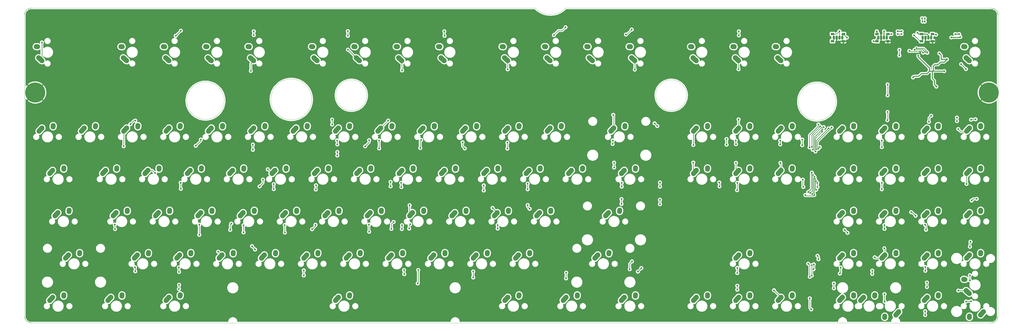
<source format=gbr>
%TF.GenerationSoftware,KiCad,Pcbnew,5.99.0-unknown-ae51e60f70~131~ubuntu21.10.1*%
%TF.CreationDate,2021-10-25T23:50:32-04:00*%
%TF.ProjectId,aek,61656b2e-6b69-4636-9164-5f7063625858,rev?*%
%TF.SameCoordinates,Original*%
%TF.FileFunction,Copper,L1,Top*%
%TF.FilePolarity,Positive*%
%FSLAX46Y46*%
G04 Gerber Fmt 4.6, Leading zero omitted, Abs format (unit mm)*
G04 Created by KiCad (PCBNEW 5.99.0-unknown-ae51e60f70~131~ubuntu21.10.1) date 2021-10-25 23:50:32*
%MOMM*%
%LPD*%
G01*
G04 APERTURE LIST*
G04 Aperture macros list*
%AMHorizOval*
0 Thick line with rounded ends*
0 $1 width*
0 $2 $3 position (X,Y) of the first rounded end (center of the circle)*
0 $4 $5 position (X,Y) of the second rounded end (center of the circle)*
0 Add line between two ends*
20,1,$1,$2,$3,$4,$5,0*
0 Add two circle primitives to create the rounded ends*
1,1,$1,$2,$3*
1,1,$1,$4,$5*%
G04 Aperture macros list end*
%TA.AperFunction,Profile*%
%ADD10C,0.150000*%
%TD*%
%TA.AperFunction,Profile*%
%ADD11C,0.050000*%
%TD*%
%TA.AperFunction,ComponentPad*%
%ADD12O,1.070000X1.800000*%
%TD*%
%TA.AperFunction,SMDPad,CuDef*%
%ADD13R,1.500000X1.000000*%
%TD*%
%TA.AperFunction,ComponentPad*%
%ADD14R,1.070000X1.800000*%
%TD*%
%TA.AperFunction,ComponentPad*%
%ADD15C,9.000000*%
%TD*%
%TA.AperFunction,ComponentPad*%
%ADD16HorizOval,2.250000X0.655001X0.730000X-0.655001X-0.730000X0*%
%TD*%
%TA.AperFunction,ComponentPad*%
%ADD17C,2.250000*%
%TD*%
%TA.AperFunction,ComponentPad*%
%ADD18HorizOval,2.250000X0.020000X0.290000X-0.020000X-0.290000X0*%
%TD*%
%TA.AperFunction,ComponentPad*%
%ADD19HorizOval,2.250000X-0.730000X0.655001X0.730000X-0.655001X0*%
%TD*%
%TA.AperFunction,ComponentPad*%
%ADD20HorizOval,2.250000X-0.290000X0.020000X0.290000X-0.020000X0*%
%TD*%
%TA.AperFunction,ComponentPad*%
%ADD21HorizOval,2.250000X-0.655001X-0.730000X0.655001X0.730000X0*%
%TD*%
%TA.AperFunction,ComponentPad*%
%ADD22HorizOval,2.250000X-0.020000X-0.290000X0.020000X0.290000X0*%
%TD*%
%TA.AperFunction,ViaPad*%
%ADD23C,0.800000*%
%TD*%
%TA.AperFunction,Conductor*%
%ADD24C,0.400000*%
%TD*%
%TA.AperFunction,Conductor*%
%ADD25C,0.250000*%
%TD*%
%TA.AperFunction,Conductor*%
%ADD26C,0.500000*%
%TD*%
G04 APERTURE END LIST*
D10*
X456882500Y-153432000D02*
G75*
G02*
X453834500Y-156480000I-3048000J0D01*
G01*
X18986500Y-17780000D02*
G75*
G02*
X22034500Y-14732000I3048000J0D01*
G01*
X22034500Y-156480000D02*
G75*
G02*
X18986500Y-153432000I0J3048000D01*
G01*
D11*
X22034500Y-156480000D02*
X453834500Y-156480000D01*
X456882500Y-153432000D02*
X456882500Y-17780000D01*
X18986500Y-17780000D02*
X18986500Y-153432000D01*
X172986500Y-53980000D02*
G75*
G03*
X172986500Y-53980000I-7000000J0D01*
G01*
X148236500Y-55850000D02*
G75*
G03*
X148236500Y-55850000I-9250000J0D01*
G01*
X248692001Y-14731999D02*
X22034500Y-14732000D01*
X262407999Y-14731999D02*
X453834500Y-14732000D01*
X108885512Y-56400000D02*
G75*
G03*
X108885512Y-56400000I-8500000J0D01*
G01*
X262407998Y-14731999D02*
G75*
G02*
X248692001Y-14731999I-6857998J6496633D01*
G01*
X316886500Y-53980000D02*
G75*
G03*
X316886500Y-53980000I-7000000J0D01*
G01*
X383985512Y-56830000D02*
G75*
G03*
X383985512Y-56830000I-8500000J0D01*
G01*
D10*
X453834500Y-14732000D02*
G75*
G02*
X456882500Y-17780000I0J-3048000D01*
G01*
D12*
%TO.P,LED1,1,VCC*%
%TO.N,+5V*%
X385539000Y-28016000D03*
D13*
X382454000Y-26416000D03*
D12*
%TO.P,LED1,2,DOUT*%
%TO.N,unconnected-(LED1-Pad2)*%
X382999000Y-28016000D03*
D13*
X382454000Y-29616000D03*
D14*
%TO.P,LED1,3,GND*%
%TO.N,GND*%
X384269000Y-28016000D03*
D13*
X387354000Y-29616000D03*
D12*
%TO.P,LED1,4,DIN*%
%TO.N,Net-(LED1-Pad4)*%
X386809000Y-28016000D03*
D13*
X387354000Y-26416000D03*
%TD*%
%TO.P,LED2,4,DIN*%
%TO.N,Net-(LED2-Pad4)*%
X407354000Y-26416000D03*
D12*
X406809000Y-28016000D03*
D13*
%TO.P,LED2,3,GND*%
%TO.N,GND*%
X407354000Y-29616000D03*
D14*
X404269000Y-28016000D03*
D13*
%TO.P,LED2,2,DOUT*%
%TO.N,Net-(LED1-Pad4)*%
X402454000Y-29616000D03*
D12*
X402999000Y-28016000D03*
D13*
%TO.P,LED2,1,VCC*%
%TO.N,+5V*%
X402454000Y-26416000D03*
D12*
X405539000Y-28016000D03*
%TD*%
%TO.P,LED3,1,VCC*%
%TO.N,+5V*%
X425539000Y-28016000D03*
D13*
X422454000Y-26416000D03*
D12*
%TO.P,LED3,2,DOUT*%
%TO.N,Net-(LED2-Pad4)*%
X422999000Y-28016000D03*
D13*
X422454000Y-29616000D03*
D14*
%TO.P,LED3,3,GND*%
%TO.N,GND*%
X424269000Y-28016000D03*
D13*
X427354000Y-29616000D03*
D12*
%TO.P,LED3,4,DIN*%
%TO.N,LEDDIN*%
X426809000Y-28016000D03*
D13*
X427354000Y-26416000D03*
%TD*%
D15*
%TO.P,H2,1,1*%
%TO.N,GND*%
X452698000Y-52734000D03*
%TD*%
D16*
%TO.P,SW_0,1,COL*%
%TO.N,COL5*%
X216682001Y-69437500D03*
D17*
X217337000Y-68707500D03*
%TO.P,SW_0,2,ROW*%
%TO.N,Net-(D57-Pad2)*%
X222377000Y-67627500D03*
D18*
X222357000Y-67917500D03*
%TD*%
D16*
%TO.P,SW_1,1,COL*%
%TO.N,COL0*%
X45232001Y-69437500D03*
D17*
X45887000Y-68707500D03*
%TO.P,SW_1,2,ROW*%
%TO.N,Net-(D11-Pad2)*%
X50927000Y-67627500D03*
D18*
X50907000Y-67917500D03*
%TD*%
D17*
%TO.P,SW_2,1,COL*%
%TO.N,COL1*%
X64937000Y-68707500D03*
D16*
X64282001Y-69437500D03*
D18*
%TO.P,SW_2,2,ROW*%
%TO.N,Net-(D13-Pad2)*%
X69957000Y-67917500D03*
D17*
X69977000Y-67627500D03*
%TD*%
D16*
%TO.P,SW_3,1,COL*%
%TO.N,COL1*%
X83332001Y-69437500D03*
D17*
X83987000Y-68707500D03*
%TO.P,SW_3,2,ROW*%
%TO.N,Net-(D21-Pad2)*%
X89027000Y-67627500D03*
D18*
X89007000Y-67917500D03*
%TD*%
D16*
%TO.P,SW_6,1,COL*%
%TO.N,COL3*%
X140482001Y-69437500D03*
D17*
X141137000Y-68707500D03*
D18*
%TO.P,SW_6,2,ROW*%
%TO.N,Net-(D35-Pad2)*%
X146157000Y-67917500D03*
D17*
X146177000Y-67627500D03*
%TD*%
D16*
%TO.P,SW_7,1,COL*%
%TO.N,COL3*%
X159532001Y-69437500D03*
D17*
X160187000Y-68707500D03*
%TO.P,SW_7,2,ROW*%
%TO.N,Net-(D42-Pad2)*%
X165227000Y-67627500D03*
D18*
X165207000Y-67917500D03*
%TD*%
D16*
%TO.P,SW_8,1,COL*%
%TO.N,COL4*%
X178582001Y-69437500D03*
D17*
X179237000Y-68707500D03*
%TO.P,SW_8,2,ROW*%
%TO.N,Net-(D46-Pad2)*%
X184277000Y-67627500D03*
D18*
X184257000Y-67917500D03*
%TD*%
D17*
%TO.P,SW_9,1,COL*%
%TO.N,COL4*%
X198287000Y-68707500D03*
D16*
X197632001Y-69437500D03*
D17*
%TO.P,SW_9,2,ROW*%
%TO.N,Net-(D54-Pad2)*%
X203327000Y-67627500D03*
D18*
X203307000Y-67917500D03*
%TD*%
D17*
%TO.P,SW_A1,1,COL*%
%TO.N,COL0*%
X60174500Y-106807500D03*
D16*
X59519501Y-107537500D03*
D18*
%TO.P,SW_A1,2,ROW*%
%TO.N,Net-(D9-Pad2)*%
X65194500Y-106017500D03*
D17*
X65214500Y-105727500D03*
%TD*%
%TO.P,SW_APOS1,1,COL*%
%TO.N,COL5*%
X250674500Y-106807500D03*
D16*
X250019501Y-107537500D03*
D18*
%TO.P,SW_APOS1,2,ROW*%
%TO.N,Net-(D63-Pad2)*%
X255694500Y-106017500D03*
D17*
X255714500Y-105727500D03*
%TD*%
%TO.P,SW_B1,1,COL*%
%TO.N,COL2*%
X145899500Y-125857500D03*
D16*
X145244501Y-126587500D03*
D18*
%TO.P,SW_B1,2,ROW*%
%TO.N,Net-(D29-Pad2)*%
X150919500Y-125067500D03*
D17*
X150939500Y-124777500D03*
%TD*%
%TO.P,SW_BACKSP1,1,COL*%
%TO.N,COL6*%
X284012000Y-68707500D03*
D16*
X283357001Y-69437500D03*
D18*
%TO.P,SW_BACKSP1,2,ROW*%
%TO.N,Net-(D76-Pad2)*%
X289032000Y-67917500D03*
D17*
X289052000Y-67627500D03*
%TD*%
%TO.P,SW_BKSLS1,1,COL*%
%TO.N,COL6*%
X288774500Y-87757500D03*
D16*
X288119501Y-88487500D03*
D18*
%TO.P,SW_BKSLS1,2,ROW*%
%TO.N,Net-(D70-Pad2)*%
X293794500Y-86967500D03*
D17*
X293814500Y-86677500D03*
%TD*%
%TO.P,SW_C1,1,COL*%
%TO.N,COL1*%
X107799500Y-125857500D03*
D16*
X107144501Y-126587500D03*
D17*
%TO.P,SW_C1,2,ROW*%
%TO.N,Net-(D18-Pad2)*%
X112839500Y-124777500D03*
D18*
X112819500Y-125067500D03*
%TD*%
D17*
%TO.P,SW_CAP1,1,COL*%
%TO.N,COL0*%
X33980750Y-106807500D03*
D16*
X33325751Y-107537500D03*
D18*
%TO.P,SW_CAP1,2,ROW*%
%TO.N,Net-(D4-Pad2)*%
X39000750Y-106017500D03*
D17*
X39020750Y-105727500D03*
%TD*%
D16*
%TO.P,SW_COLON1,1,COL*%
%TO.N,COL5*%
X230969501Y-107537500D03*
D17*
X231624500Y-106807500D03*
%TO.P,SW_COLON1,2,ROW*%
%TO.N,Net-(D59-Pad2)*%
X236664500Y-105727500D03*
D18*
X236644500Y-106017500D03*
%TD*%
D17*
%TO.P,SW_COMMA1,1,COL*%
%TO.N,COL4*%
X203049500Y-125857500D03*
D16*
X202394501Y-126587500D03*
D17*
%TO.P,SW_COMMA1,2,ROW*%
%TO.N,Net-(D49-Pad2)*%
X208089500Y-124777500D03*
D18*
X208069500Y-125067500D03*
%TD*%
D16*
%TO.P,SW_D1,1,COL*%
%TO.N,COL1*%
X97619501Y-107537500D03*
D17*
X98274500Y-106807500D03*
D18*
%TO.P,SW_D1,2,ROW*%
%TO.N,Net-(D19-Pad2)*%
X103294500Y-106017500D03*
D17*
X103314500Y-105727500D03*
%TD*%
D16*
%TO.P,SW_DEL1,1,COL*%
%TO.N,COL6*%
X320504501Y-88487500D03*
D17*
X321159500Y-87757500D03*
D18*
%TO.P,SW_DEL1,2,ROW*%
%TO.N,Net-(D74-Pad2)*%
X326179500Y-86967500D03*
D17*
X326199500Y-86677500D03*
%TD*%
%TO.P,SW_DOWN1,1,COL*%
%TO.N,COL7*%
X340209500Y-144907500D03*
D16*
X339554501Y-145637500D03*
D18*
%TO.P,SW_DOWN1,2,ROW*%
%TO.N,Net-(D82-Pad2)*%
X345229500Y-144117500D03*
D17*
X345249500Y-143827500D03*
%TD*%
%TO.P,SW_E1,1,COL*%
%TO.N,COL1*%
X93512000Y-87757500D03*
D16*
X92857001Y-88487500D03*
D18*
%TO.P,SW_E1,2,ROW*%
%TO.N,Net-(D20-Pad2)*%
X98532000Y-86967500D03*
D17*
X98552000Y-86677500D03*
%TD*%
%TO.P,SW_END1,1,COL*%
%TO.N,COL7*%
X340209500Y-87757500D03*
D16*
X339554501Y-88487500D03*
D17*
%TO.P,SW_END1,2,ROW*%
%TO.N,Net-(D80-Pad2)*%
X345249500Y-86677500D03*
D18*
X345229500Y-86967500D03*
%TD*%
D17*
%TO.P,SW_ENTER1,1,COL*%
%TO.N,COL6*%
X281630750Y-106807500D03*
D16*
X280975751Y-107537500D03*
D17*
%TO.P,SW_ENTER1,2,ROW*%
%TO.N,Net-(D71-Pad2)*%
X286670750Y-105727500D03*
D18*
X286650750Y-106017500D03*
%TD*%
D16*
%TO.P,SW_EQ1,1,COL*%
%TO.N,COL6*%
X254782001Y-69437500D03*
D17*
X255437000Y-68707500D03*
%TO.P,SW_EQ1,2,ROW*%
%TO.N,Net-(D68-Pad2)*%
X260477000Y-67627500D03*
D18*
X260457000Y-67917500D03*
%TD*%
D17*
%TO.P,SW_ESC1,1,COL*%
%TO.N,COL0*%
X25337000Y-37107500D03*
D19*
X26067000Y-37762499D03*
D17*
%TO.P,SW_ESC1,2,ROW*%
%TO.N,Net-(D1-Pad2)*%
X24257000Y-32067500D03*
D20*
X24547000Y-32087500D03*
%TD*%
D17*
%TO.P,SW_F1,1,COL*%
%TO.N,COL1*%
X63437000Y-37107500D03*
D19*
X64167000Y-37762499D03*
D20*
%TO.P,SW_F1,2,ROW*%
%TO.N,Net-(D12-Pad2)*%
X62647000Y-32087500D03*
D17*
X62357000Y-32067500D03*
%TD*%
%TO.P,SW_F2,1,COL*%
%TO.N,COL1*%
X82487000Y-37107500D03*
D19*
X83217000Y-37762499D03*
D17*
%TO.P,SW_F2,2,ROW*%
%TO.N,Net-(D22-Pad2)*%
X81407000Y-32067500D03*
D20*
X81697000Y-32087500D03*
%TD*%
D17*
%TO.P,SW_F3,1,COL*%
%TO.N,COL2*%
X101537000Y-37107500D03*
D19*
X102267000Y-37762499D03*
D17*
%TO.P,SW_F3,2,ROW*%
%TO.N,Net-(D23-Pad2)*%
X100457000Y-32067500D03*
D20*
X100747000Y-32087500D03*
%TD*%
D17*
%TO.P,SW_F4,1,COL*%
%TO.N,COL2*%
X120587000Y-37107500D03*
D19*
X121317000Y-37762499D03*
D20*
%TO.P,SW_F4,2,ROW*%
%TO.N,Net-(D33-Pad2)*%
X119797000Y-32087500D03*
D17*
X119507000Y-32067500D03*
%TD*%
%TO.P,SW_F5,1,COL*%
%TO.N,COL3*%
X149162000Y-37107500D03*
D19*
X149892000Y-37762499D03*
D20*
%TO.P,SW_F5,2,ROW*%
%TO.N,Net-(D34-Pad2)*%
X148372000Y-32087500D03*
D17*
X148082000Y-32067500D03*
%TD*%
%TO.P,SW_F6,1,COL*%
%TO.N,COL3*%
X168212000Y-37107500D03*
D19*
X168942000Y-37762499D03*
D20*
%TO.P,SW_F6,2,ROW*%
%TO.N,Net-(D44-Pad2)*%
X167422000Y-32087500D03*
D17*
X167132000Y-32067500D03*
%TD*%
%TO.P,SW_F7,1,COL*%
%TO.N,COL4*%
X187262000Y-37107500D03*
D19*
X187992000Y-37762499D03*
D17*
%TO.P,SW_F7,2,ROW*%
%TO.N,Net-(D45-Pad2)*%
X186182000Y-32067500D03*
D20*
X186472000Y-32087500D03*
%TD*%
D19*
%TO.P,SW_F8,1,COL*%
%TO.N,COL4*%
X207042000Y-37762499D03*
D17*
X206312000Y-37107500D03*
D20*
%TO.P,SW_F8,2,ROW*%
%TO.N,Net-(D55-Pad2)*%
X205522000Y-32087500D03*
D17*
X205232000Y-32067500D03*
%TD*%
D19*
%TO.P,SW_F9,1,COL*%
%TO.N,COL5*%
X235617000Y-37762499D03*
D17*
X234887000Y-37107500D03*
D20*
%TO.P,SW_F9,2,ROW*%
%TO.N,Net-(D56-Pad2)*%
X234097000Y-32087500D03*
D17*
X233807000Y-32067500D03*
%TD*%
%TO.P,SW_F10,1,COL*%
%TO.N,COL5*%
X253937000Y-37107500D03*
D19*
X254667000Y-37762499D03*
D20*
%TO.P,SW_F10,2,ROW*%
%TO.N,Net-(D66-Pad2)*%
X253147000Y-32087500D03*
D17*
X252857000Y-32067500D03*
%TD*%
%TO.P,SW_F11,1,COL*%
%TO.N,COL6*%
X272987000Y-37107500D03*
D19*
X273717000Y-37762499D03*
D17*
%TO.P,SW_F11,2,ROW*%
%TO.N,Net-(D67-Pad2)*%
X271907000Y-32067500D03*
D20*
X272197000Y-32087500D03*
%TD*%
D17*
%TO.P,SW_F12,1,COL*%
%TO.N,COL6*%
X292037000Y-37107500D03*
D19*
X292767000Y-37762499D03*
D17*
%TO.P,SW_F12,2,ROW*%
%TO.N,Net-(D77-Pad2)*%
X290957000Y-32067500D03*
D20*
X291247000Y-32087500D03*
%TD*%
D17*
%TO.P,SW_F13,1,COL*%
%TO.N,COL2*%
X117324500Y-106807500D03*
D16*
X116669501Y-107537500D03*
D17*
%TO.P,SW_F13,2,ROW*%
%TO.N,Net-(D26-Pad2)*%
X122364500Y-105727500D03*
D18*
X122344500Y-106017500D03*
%TD*%
D16*
%TO.P,SW_G1,1,COL*%
%TO.N,COL2*%
X135719501Y-107537500D03*
D17*
X136374500Y-106807500D03*
%TO.P,SW_G1,2,ROW*%
%TO.N,Net-(D30-Pad2)*%
X141414500Y-105727500D03*
D18*
X141394500Y-106017500D03*
%TD*%
D17*
%TO.P,SW_H1,1,COL*%
%TO.N,COL3*%
X155424500Y-106807500D03*
D16*
X154769501Y-107537500D03*
D18*
%TO.P,SW_H1,2,ROW*%
%TO.N,Net-(D37-Pad2)*%
X160444500Y-106017500D03*
D17*
X160464500Y-105727500D03*
%TD*%
%TO.P,SW_HOME1,1,COL*%
%TO.N,COL7*%
X340209500Y-68707500D03*
D16*
X339554501Y-69437500D03*
D18*
%TO.P,SW_HOME1,2,ROW*%
%TO.N,Net-(D79-Pad2)*%
X345229500Y-67917500D03*
D17*
X345249500Y-67627500D03*
%TD*%
D16*
%TO.P,SW_I1,1,COL*%
%TO.N,COL4*%
X188107001Y-88487500D03*
D17*
X188762000Y-87757500D03*
D18*
%TO.P,SW_I1,2,ROW*%
%TO.N,Net-(D47-Pad2)*%
X193782000Y-86967500D03*
D17*
X193802000Y-86677500D03*
%TD*%
D16*
%TO.P,SW_INS1,1,COL*%
%TO.N,COL6*%
X320504501Y-69437500D03*
D17*
X321159500Y-68707500D03*
%TO.P,SW_INS1,2,ROW*%
%TO.N,Net-(D75-Pad2)*%
X326199500Y-67627500D03*
D18*
X326179500Y-67917500D03*
%TD*%
D17*
%TO.P,SW_J1,1,COL*%
%TO.N,COL3*%
X174474500Y-106807500D03*
D16*
X173819501Y-107537500D03*
D18*
%TO.P,SW_J1,2,ROW*%
%TO.N,Net-(D40-Pad2)*%
X179494500Y-106017500D03*
D17*
X179514500Y-105727500D03*
%TD*%
D16*
%TO.P,SW_K1,1,COL*%
%TO.N,COL4*%
X192869501Y-107537500D03*
D17*
X193524500Y-106807500D03*
%TO.P,SW_K1,2,ROW*%
%TO.N,Net-(D48-Pad2)*%
X198564500Y-105727500D03*
D18*
X198544500Y-106017500D03*
%TD*%
D17*
%TO.P,SW_KP0,1,COL*%
%TO.N,COL7*%
X396407000Y-144907500D03*
D16*
X395752001Y-145637500D03*
D18*
%TO.P,SW_KP0,2,ROW*%
%TO.N,Net-(D84-Pad2)*%
X401427000Y-144117500D03*
D17*
X401447000Y-143827500D03*
%TD*%
%TO.P,SW_KP1,1,COL*%
%TO.N,COL7*%
X386882000Y-125857500D03*
D16*
X386227001Y-126587500D03*
D18*
%TO.P,SW_KP1,2,ROW*%
%TO.N,Net-(D85-Pad2)*%
X391902000Y-125067500D03*
D17*
X391922000Y-124777500D03*
%TD*%
%TO.P,SW_KP2,1,COL*%
%TO.N,COL8*%
X405932000Y-125857500D03*
D16*
X405277001Y-126587500D03*
D17*
%TO.P,SW_KP2,2,ROW*%
%TO.N,Net-(D93-Pad2)*%
X410972000Y-124777500D03*
D18*
X410952000Y-125067500D03*
%TD*%
D16*
%TO.P,SW_KP3,1,COL*%
%TO.N,COL8*%
X424327001Y-126587500D03*
D17*
X424982000Y-125857500D03*
D18*
%TO.P,SW_KP3,2,ROW*%
%TO.N,Net-(D95-Pad2)*%
X430002000Y-125067500D03*
D17*
X430022000Y-124777500D03*
%TD*%
D16*
%TO.P,SW_KP4,1,COL*%
%TO.N,COL8*%
X386227001Y-107537500D03*
D17*
X386882000Y-106807500D03*
%TO.P,SW_KP4,2,ROW*%
%TO.N,Net-(D92-Pad2)*%
X391922000Y-105727500D03*
D18*
X391902000Y-106017500D03*
%TD*%
D17*
%TO.P,SW_KP5,1,COL*%
%TO.N,COL8*%
X405932000Y-106807500D03*
D16*
X405277001Y-107537500D03*
D18*
%TO.P,SW_KP5,2,ROW*%
%TO.N,Net-(D97-Pad2)*%
X410952000Y-106017500D03*
D17*
X410972000Y-105727500D03*
%TD*%
%TO.P,SW_KP6,1,COL*%
%TO.N,COL8*%
X424982000Y-106807500D03*
D16*
X424327001Y-107537500D03*
D17*
%TO.P,SW_KP6,2,ROW*%
%TO.N,Net-(D96-Pad2)*%
X430022000Y-105727500D03*
D18*
X430002000Y-106017500D03*
%TD*%
D16*
%TO.P,SW_KP7,1,COL*%
%TO.N,COL8*%
X386227001Y-88487500D03*
D17*
X386882000Y-87757500D03*
D18*
%TO.P,SW_KP7,2,ROW*%
%TO.N,Net-(D91-Pad2)*%
X391902000Y-86967500D03*
D17*
X391922000Y-86677500D03*
%TD*%
D16*
%TO.P,SW_KP8,1,COL*%
%TO.N,COL8*%
X405277001Y-88487500D03*
D17*
X405932000Y-87757500D03*
%TO.P,SW_KP8,2,ROW*%
%TO.N,Net-(D98-Pad2)*%
X410972000Y-86677500D03*
D18*
X410952000Y-86967500D03*
%TD*%
D17*
%TO.P,SW_KP9,1,COL*%
%TO.N,COL9*%
X424982000Y-87757500D03*
D16*
X424327001Y-88487500D03*
D18*
%TO.P,SW_KP9,2,ROW*%
%TO.N,Net-(D102-Pad2)*%
X430002000Y-86967500D03*
D17*
X430022000Y-86677500D03*
%TD*%
D16*
%TO.P,SW_KPASTR1,1,COL*%
%TO.N,COL9*%
X443377001Y-69437500D03*
D17*
X444032000Y-68707500D03*
D18*
%TO.P,SW_KPASTR1,2,ROW*%
%TO.N,Net-(D110-Pad2)*%
X449052000Y-67917500D03*
D17*
X449072000Y-67627500D03*
%TD*%
%TO.P,SW_KPENTER1,1,COL*%
%TO.N,COL9*%
X442532000Y-141882500D03*
D19*
X443262000Y-142537499D03*
D17*
%TO.P,SW_KPENTER1,2,ROW*%
%TO.N,Net-(D104-Pad2)*%
X441452000Y-136842500D03*
D20*
X441742000Y-136862500D03*
%TD*%
D16*
%TO.P,SW_KPEQ1,1,COL*%
%TO.N,COL8*%
X405277001Y-69437500D03*
D17*
X405932000Y-68707500D03*
%TO.P,SW_KPEQ1,2,ROW*%
%TO.N,Net-(D99-Pad2)*%
X410972000Y-67627500D03*
D18*
X410952000Y-67917500D03*
%TD*%
D17*
%TO.P,SW_KPMINUS1,1,COL*%
%TO.N,COL9*%
X444032000Y-87757500D03*
D16*
X443377001Y-88487500D03*
D17*
%TO.P,SW_KPMINUS1,2,ROW*%
%TO.N,Net-(D109-Pad2)*%
X449072000Y-86677500D03*
D18*
X449052000Y-86967500D03*
%TD*%
D17*
%TO.P,SW_KPPER1,1,COL*%
%TO.N,COL8*%
X424982000Y-144907500D03*
D16*
X424327001Y-145637500D03*
D17*
%TO.P,SW_KPPER1,2,ROW*%
%TO.N,Net-(D94-Pad2)*%
X430022000Y-143827500D03*
D18*
X430002000Y-144117500D03*
%TD*%
D17*
%TO.P,SW_KPPLUS1,1,COL*%
%TO.N,COL9*%
X444032000Y-106807500D03*
D16*
X443377001Y-107537500D03*
D18*
%TO.P,SW_KPPLUS1,2,ROW*%
%TO.N,Net-(D103-Pad2)*%
X449052000Y-106017500D03*
D17*
X449072000Y-105727500D03*
%TD*%
D16*
%TO.P,SW_L1,1,COL*%
%TO.N,COL4*%
X211919501Y-107537500D03*
D17*
X212574500Y-106807500D03*
%TO.P,SW_L1,2,ROW*%
%TO.N,Net-(D52-Pad2)*%
X217614500Y-105727500D03*
D18*
X217594500Y-106017500D03*
%TD*%
D16*
%TO.P,SW_LALT1,1,COL*%
%TO.N,COL1*%
X83332001Y-145637500D03*
D17*
X83987000Y-144907500D03*
%TO.P,SW_LALT1,2,ROW*%
%TO.N,Net-(D17-Pad2)*%
X89027000Y-143827500D03*
D18*
X89007000Y-144117500D03*
%TD*%
D16*
%TO.P,SW_LBRAC1,1,COL*%
%TO.N,COL5*%
X245257001Y-88487500D03*
D17*
X245912000Y-87757500D03*
D18*
%TO.P,SW_LBRAC1,2,ROW*%
%TO.N,Net-(D64-Pad2)*%
X250932000Y-86967500D03*
D17*
X250952000Y-86677500D03*
%TD*%
%TO.P,SW_LCTR1,1,COL*%
%TO.N,COL0*%
X31599500Y-144907500D03*
D16*
X30944501Y-145637500D03*
D18*
%TO.P,SW_LCTR1,2,ROW*%
%TO.N,Net-(D6-Pad2)*%
X36619500Y-144117500D03*
D17*
X36639500Y-143827500D03*
%TD*%
%TO.P,SW_LEFT1,1,COL*%
%TO.N,COL6*%
X321159500Y-144907500D03*
D16*
X320504501Y-145637500D03*
D18*
%TO.P,SW_LEFT1,2,ROW*%
%TO.N,Net-(D73-Pad2)*%
X326179500Y-144117500D03*
D17*
X326199500Y-143827500D03*
%TD*%
D16*
%TO.P,SW_LMOD1,1,COL*%
%TO.N,COL0*%
X57138251Y-145637500D03*
D17*
X57793250Y-144907500D03*
%TO.P,SW_LMOD1,2,ROW*%
%TO.N,Net-(D7-Pad2)*%
X62833250Y-143827500D03*
D18*
X62813250Y-144117500D03*
%TD*%
D16*
%TO.P,SW_LSH1,1,COL*%
%TO.N,COL0*%
X38088251Y-126587500D03*
D17*
X38743250Y-125857500D03*
%TO.P,SW_LSH1,2,ROW*%
%TO.N,Net-(D5-Pad2)*%
X43783250Y-124777500D03*
D18*
X43763250Y-125067500D03*
%TD*%
D17*
%TO.P,SW_M1,1,COL*%
%TO.N,COL3*%
X183999500Y-125857500D03*
D16*
X183344501Y-126587500D03*
D17*
%TO.P,SW_M1,2,ROW*%
%TO.N,Net-(D39-Pad2)*%
X189039500Y-124777500D03*
D18*
X189019500Y-125067500D03*
%TD*%
D17*
%TO.P,SW_MINUS1,1,COL*%
%TO.N,COL5*%
X236387000Y-68707500D03*
D16*
X235732001Y-69437500D03*
D18*
%TO.P,SW_MINUS1,2,ROW*%
%TO.N,Net-(D65-Pad2)*%
X241407000Y-67917500D03*
D17*
X241427000Y-67627500D03*
%TD*%
D16*
%TO.P,SW_N1,1,COL*%
%TO.N,COL3*%
X164294501Y-126587500D03*
D17*
X164949500Y-125857500D03*
D18*
%TO.P,SW_N1,2,ROW*%
%TO.N,Net-(D38-Pad2)*%
X169969500Y-125067500D03*
D17*
X169989500Y-124777500D03*
%TD*%
%TO.P,SW_O1,1,COL*%
%TO.N,COL4*%
X207812000Y-87757500D03*
D16*
X207157001Y-88487500D03*
D18*
%TO.P,SW_O1,2,ROW*%
%TO.N,Net-(D53-Pad2)*%
X212832000Y-86967500D03*
D17*
X212852000Y-86677500D03*
%TD*%
%TO.P,SW_P1,1,COL*%
%TO.N,COL5*%
X226862000Y-87757500D03*
D16*
X226207001Y-88487500D03*
D18*
%TO.P,SW_P1,2,ROW*%
%TO.N,Net-(D58-Pad2)*%
X231882000Y-86967500D03*
D17*
X231902000Y-86677500D03*
%TD*%
%TO.P,SW_PAUSE1,1,COL*%
%TO.N,COL8*%
X357759500Y-37107500D03*
D19*
X358489500Y-37762499D03*
D20*
%TO.P,SW_PAUSE1,2,ROW*%
%TO.N,Net-(D89-Pad2)*%
X356969500Y-32087500D03*
D17*
X356679500Y-32067500D03*
%TD*%
%TO.P,SW_PERIOD1,1,COL*%
%TO.N,COL4*%
X222099500Y-125857500D03*
D16*
X221444501Y-126587500D03*
D18*
%TO.P,SW_PERIOD1,2,ROW*%
%TO.N,Net-(D51-Pad2)*%
X227119500Y-125067500D03*
D17*
X227139500Y-124777500D03*
%TD*%
D16*
%TO.P,SW_PGDN1,1,COL*%
%TO.N,COL7*%
X358604501Y-88487500D03*
D17*
X359259500Y-87757500D03*
D18*
%TO.P,SW_PGDN1,2,ROW*%
%TO.N,Net-(D86-Pad2)*%
X364279500Y-86967500D03*
D17*
X364299500Y-86677500D03*
%TD*%
%TO.P,SW_PGUP1,1,COL*%
%TO.N,COL7*%
X359259500Y-68707500D03*
D16*
X358604501Y-69437500D03*
D18*
%TO.P,SW_PGUP1,2,ROW*%
%TO.N,Net-(D87-Pad2)*%
X364279500Y-67917500D03*
D17*
X364299500Y-67627500D03*
%TD*%
%TO.P,SW_POW1,1,COL*%
%TO.N,COL9*%
X442532000Y-37107500D03*
D19*
X443262000Y-37762499D03*
D20*
%TO.P,SW_POW1,2,ROW*%
%TO.N,Net-(D100-Pad2)*%
X441742000Y-32087500D03*
D17*
X441452000Y-32067500D03*
%TD*%
D19*
%TO.P,SW_PRSC1,1,COL*%
%TO.N,COL7*%
X320389500Y-37762499D03*
D17*
X319659500Y-37107500D03*
%TO.P,SW_PRSC1,2,ROW*%
%TO.N,Net-(D78-Pad2)*%
X318579500Y-32067500D03*
D20*
X318869500Y-32087500D03*
%TD*%
D16*
%TO.P,SW_Q1,1,COL*%
%TO.N,COL0*%
X54757001Y-88487500D03*
D17*
X55412000Y-87757500D03*
%TO.P,SW_Q1,2,ROW*%
%TO.N,Net-(D10-Pad2)*%
X60452000Y-86677500D03*
D18*
X60432000Y-86967500D03*
%TD*%
D16*
%TO.P,SW_R1,1,COL*%
%TO.N,COL2*%
X111907001Y-88487500D03*
D17*
X112562000Y-87757500D03*
D18*
%TO.P,SW_R1,2,ROW*%
%TO.N,Net-(D25-Pad2)*%
X117582000Y-86967500D03*
D17*
X117602000Y-86677500D03*
%TD*%
%TO.P,SW_RALT1,1,COL*%
%TO.N,COL4*%
X236387000Y-144907500D03*
D16*
X235732001Y-145637500D03*
D18*
%TO.P,SW_RALT1,2,ROW*%
%TO.N,Net-(D50-Pad2)*%
X241407000Y-144117500D03*
D17*
X241427000Y-143827500D03*
%TD*%
%TO.P,SW_RBRAC1,1,COL*%
%TO.N,COL6*%
X264962000Y-87757500D03*
D16*
X264307001Y-88487500D03*
D18*
%TO.P,SW_RBRAC1,2,ROW*%
%TO.N,Net-(D69-Pad2)*%
X269982000Y-86967500D03*
D17*
X270002000Y-86677500D03*
%TD*%
%TO.P,SW_RCTR1,1,COL*%
%TO.N,COL6*%
X288774500Y-144907500D03*
D16*
X288119501Y-145637500D03*
D18*
%TO.P,SW_RCTR1,2,ROW*%
%TO.N,Net-(D72-Pad2)*%
X293794500Y-144117500D03*
D17*
X293814500Y-143827500D03*
%TD*%
D16*
%TO.P,SW_RIGHT1,1,COL*%
%TO.N,COL7*%
X358604501Y-145637500D03*
D17*
X359259500Y-144907500D03*
%TO.P,SW_RIGHT1,2,ROW*%
%TO.N,Net-(D83-Pad2)*%
X364299500Y-143827500D03*
D18*
X364279500Y-144117500D03*
%TD*%
D17*
%TO.P,SW_RMOD1,1,COL*%
%TO.N,COL5*%
X262580750Y-144907500D03*
D16*
X261925751Y-145637500D03*
D18*
%TO.P,SW_RMOD1,2,ROW*%
%TO.N,Net-(D61-Pad2)*%
X267600750Y-144117500D03*
D17*
X267620750Y-143827500D03*
%TD*%
%TO.P,SW_RSH1,1,COL*%
%TO.N,COL5*%
X276868250Y-125857500D03*
D16*
X276213251Y-126587500D03*
D17*
%TO.P,SW_RSH1,2,ROW*%
%TO.N,Net-(D62-Pad2)*%
X281908250Y-124777500D03*
D18*
X281888250Y-125067500D03*
%TD*%
D16*
%TO.P,SW_S1,1,COL*%
%TO.N,COL1*%
X78569501Y-107537500D03*
D17*
X79224500Y-106807500D03*
%TO.P,SW_S1,2,ROW*%
%TO.N,Net-(D15-Pad2)*%
X84264500Y-105727500D03*
D18*
X84244500Y-106017500D03*
%TD*%
D19*
%TO.P,SW_SCLK1,1,COL*%
%TO.N,COL7*%
X339439500Y-37762499D03*
D17*
X338709500Y-37107500D03*
D20*
%TO.P,SW_SCLK1,2,ROW*%
%TO.N,Net-(D88-Pad2)*%
X337919500Y-32087500D03*
D17*
X337629500Y-32067500D03*
%TD*%
D16*
%TO.P,SW_SLASH1,1,COL*%
%TO.N,COL5*%
X240494501Y-126587500D03*
D17*
X241149500Y-125857500D03*
%TO.P,SW_SLASH1,2,ROW*%
%TO.N,Net-(D60-Pad2)*%
X246189500Y-124777500D03*
D18*
X246169500Y-125067500D03*
%TD*%
D17*
%TO.P,SW_SPACE1,1,COL*%
%TO.N,COL2*%
X160187000Y-144907500D03*
D16*
X159532001Y-145637500D03*
D18*
%TO.P,SW_SPACE1,2,ROW*%
%TO.N,Net-(D28-Pad2)*%
X165207000Y-144117500D03*
D17*
X165227000Y-143827500D03*
%TD*%
%TO.P,SW_T1,1,COL*%
%TO.N,COL2*%
X131612000Y-87757500D03*
D16*
X130957001Y-88487500D03*
D17*
%TO.P,SW_T1,2,ROW*%
%TO.N,Net-(D31-Pad2)*%
X136652000Y-86677500D03*
D18*
X136632000Y-86967500D03*
%TD*%
D17*
%TO.P,SW_TAB1,1,COL*%
%TO.N,COL0*%
X31599500Y-87757500D03*
D16*
X30944501Y-88487500D03*
D17*
%TO.P,SW_TAB1,2,ROW*%
%TO.N,Net-(D3-Pad2)*%
X36639500Y-86677500D03*
D18*
X36619500Y-86967500D03*
%TD*%
D16*
%TO.P,SW_TICK1,1,COL*%
%TO.N,COL0*%
X26182001Y-69437500D03*
D17*
X26837000Y-68707500D03*
%TO.P,SW_TICK1,2,ROW*%
%TO.N,Net-(D2-Pad2)*%
X31877000Y-67627500D03*
D18*
X31857000Y-67917500D03*
%TD*%
D16*
%TO.P,SW_U1,1,COL*%
%TO.N,COL3*%
X169057001Y-88487500D03*
D17*
X169712000Y-87757500D03*
%TO.P,SW_U1,2,ROW*%
%TO.N,Net-(D41-Pad2)*%
X174752000Y-86677500D03*
D18*
X174732000Y-86967500D03*
%TD*%
D16*
%TO.P,SW_UP1,1,COL*%
%TO.N,COL7*%
X339554501Y-126587500D03*
D17*
X340209500Y-125857500D03*
%TO.P,SW_UP1,2,ROW*%
%TO.N,Net-(D81-Pad2)*%
X345249500Y-124777500D03*
D18*
X345229500Y-125067500D03*
%TD*%
D16*
%TO.P,SW_V1,1,COL*%
%TO.N,COL2*%
X126194501Y-126587500D03*
D17*
X126849500Y-125857500D03*
D18*
%TO.P,SW_V1,2,ROW*%
%TO.N,Net-(D27-Pad2)*%
X131869500Y-125067500D03*
D17*
X131889500Y-124777500D03*
%TD*%
D16*
%TO.P,SW_W1,1,COL*%
%TO.N,COL1*%
X73807001Y-88487500D03*
D17*
X74462000Y-87757500D03*
%TO.P,SW_W1,2,ROW*%
%TO.N,Net-(D14-Pad2)*%
X79502000Y-86677500D03*
D18*
X79482000Y-86967500D03*
%TD*%
D17*
%TO.P,SW_X1,1,COL*%
%TO.N,COL1*%
X88749500Y-125857500D03*
D16*
X88094501Y-126587500D03*
D18*
%TO.P,SW_X1,2,ROW*%
%TO.N,Net-(D16-Pad2)*%
X93769500Y-125067500D03*
D17*
X93789500Y-124777500D03*
%TD*%
D16*
%TO.P,SW_Y1,1,COL*%
%TO.N,COL3*%
X150007001Y-88487500D03*
D17*
X150662000Y-87757500D03*
D18*
%TO.P,SW_Y1,2,ROW*%
%TO.N,Net-(D36-Pad2)*%
X155682000Y-86967500D03*
D17*
X155702000Y-86677500D03*
%TD*%
%TO.P,SW_Z1,1,COL*%
%TO.N,COL0*%
X69699500Y-125857500D03*
D16*
X69044501Y-126587500D03*
D18*
%TO.P,SW_Z1,2,ROW*%
%TO.N,Net-(D8-Pad2)*%
X74719500Y-125067500D03*
D17*
X74739500Y-124777500D03*
%TD*%
D15*
%TO.P,H1,1,1*%
%TO.N,GND*%
X23800000Y-52734000D03*
%TD*%
D16*
%TO.P,SW_4,1,COL*%
%TO.N,COL2*%
X102382001Y-69437500D03*
D17*
X103037000Y-68707500D03*
D18*
%TO.P,SW_4,2,ROW*%
%TO.N,Net-(D24-Pad2)*%
X108057000Y-67917500D03*
D17*
X108077000Y-67627500D03*
%TD*%
%TO.P,SW_5,1,COL*%
%TO.N,COL2*%
X122087000Y-68707500D03*
D16*
X121432001Y-69437500D03*
D18*
%TO.P,SW_5,2,ROW*%
%TO.N,Net-(D32-Pad2)*%
X127107000Y-67917500D03*
D17*
X127127000Y-67627500D03*
%TD*%
D16*
%TO.P,SW_NUMLK1,1,COL*%
%TO.N,COL8*%
X386227001Y-69437500D03*
D17*
X386882000Y-68707500D03*
D18*
%TO.P,SW_NUMLK1,2,ROW*%
%TO.N,Net-(D90-Pad2)*%
X391902000Y-67917500D03*
D17*
X391922000Y-67627500D03*
%TD*%
D21*
%TO.P,SW_KP0X1,1,COL*%
%TO.N,COL9*%
X411586999Y-152177500D03*
D17*
X410932000Y-152907500D03*
D22*
%TO.P,SW_KP0X1,2,ROW*%
%TO.N,Net-(D43-Pad2)*%
X405912000Y-153697500D03*
D17*
X405892000Y-153987500D03*
%TD*%
%TO.P,SW_KPENTERALT1,1,COL*%
%TO.N,COL9*%
X449032000Y-152907500D03*
D21*
X449686999Y-152177500D03*
D17*
%TO.P,SW_KPENTERALT1,2,ROW*%
%TO.N,Net-(D104-Pad2)*%
X443992000Y-153987500D03*
D22*
X444012000Y-153697500D03*
%TD*%
D16*
%TO.P,SW_KPSLASH1,1,COL*%
%TO.N,COL9*%
X424327001Y-69437500D03*
D17*
X424982000Y-68707500D03*
D18*
%TO.P,SW_KPSLASH1,2,ROW*%
%TO.N,Net-(D101-Pad2)*%
X430002000Y-67917500D03*
D17*
X430022000Y-67627500D03*
%TD*%
%TO.P,SW_KP0ALT1,1,COL*%
%TO.N,COL7*%
X386882000Y-144907500D03*
D16*
X386227001Y-145637500D03*
D18*
%TO.P,SW_KP0ALT1,2,ROW*%
%TO.N,Net-(D84-Pad2)*%
X391902000Y-144117500D03*
D17*
X391922000Y-143827500D03*
%TD*%
%TO.P,SW_KPENTERX1,1,COL*%
%TO.N,COL9*%
X444032000Y-125857500D03*
D16*
X443377001Y-126587500D03*
D18*
%TO.P,SW_KPENTERX1,2,ROW*%
%TO.N,Net-(D105-Pad2)*%
X449052000Y-125067500D03*
D17*
X449072000Y-124777500D03*
%TD*%
D23*
%TO.N,+5V*%
X420624000Y-25842000D03*
%TO.N,Net-(LED2-Pad4)*%
X419100000Y-26924000D03*
%TO.N,+5V*%
X402336000Y-25146000D03*
X405638000Y-25146000D03*
%TO.N,GND*%
X395224000Y-23368000D03*
X395224000Y-26416000D03*
%TO.N,+5V*%
X385572000Y-25146000D03*
%TO.N,GND*%
X382016000Y-73660000D03*
X206756000Y-105918000D03*
X95504000Y-98552000D03*
X394716000Y-107950000D03*
X416306000Y-149860000D03*
X242062000Y-105410000D03*
X196088000Y-39878000D03*
X157988000Y-118364000D03*
X139192000Y-88646000D03*
X428900000Y-51600000D03*
X109220000Y-39624000D03*
X123190000Y-86614000D03*
X367538000Y-69850000D03*
X435500000Y-41000000D03*
X377952000Y-107442000D03*
X225298000Y-69850000D03*
X400812000Y-57912000D03*
X241808000Y-99568000D03*
X110490000Y-70104000D03*
X170434000Y-31242000D03*
X86614000Y-108204000D03*
X177800000Y-34036000D03*
X201422000Y-107696000D03*
X388874000Y-78486000D03*
X251206000Y-131064000D03*
X214376000Y-148844000D03*
X302006000Y-72390000D03*
X157734000Y-39116000D03*
X320040000Y-50292000D03*
X309372000Y-98806000D03*
X158750000Y-35814000D03*
X237744000Y-109220000D03*
X419500000Y-35200000D03*
X136144000Y-98298000D03*
X73406000Y-35560000D03*
X319532000Y-27940000D03*
X71120000Y-39624000D03*
X324358000Y-80518000D03*
X280670000Y-143002000D03*
X66040000Y-50292000D03*
X418592000Y-119634000D03*
X226314000Y-24130000D03*
X236474000Y-117602000D03*
X444500000Y-53086000D03*
X274574000Y-77216000D03*
X102108000Y-117602000D03*
X293116000Y-114808000D03*
X189992000Y-115824000D03*
X263398000Y-48768000D03*
X399034000Y-105918000D03*
X412496000Y-70104000D03*
X145034000Y-81280000D03*
X56642000Y-127762000D03*
X349250000Y-73660000D03*
X137160000Y-23368000D03*
X146304000Y-85090000D03*
X352298000Y-68072000D03*
X203200000Y-79756000D03*
X427482000Y-136398000D03*
X44704000Y-136398000D03*
X115570000Y-21336000D03*
X90170000Y-103632000D03*
X413766000Y-127254000D03*
X376936000Y-149860000D03*
X427990000Y-98298000D03*
X367284000Y-34036000D03*
X227076000Y-146812000D03*
X409194000Y-78994000D03*
X227838000Y-112268000D03*
X80010000Y-90424000D03*
X280416000Y-28702000D03*
X347726000Y-69342000D03*
X235712000Y-89154000D03*
X121666000Y-117094000D03*
X149352000Y-69596000D03*
X200914000Y-143510000D03*
X300482000Y-143764000D03*
X105410000Y-80264000D03*
X172720000Y-68326000D03*
X281686000Y-39878000D03*
X337058000Y-78232000D03*
X280924000Y-89408000D03*
X394716000Y-135128000D03*
X420370000Y-109474000D03*
X188722000Y-23622000D03*
X361696000Y-79756000D03*
X416306000Y-29210000D03*
X193040000Y-68326000D03*
X69850000Y-78740000D03*
X154686000Y-98044000D03*
X312928000Y-135128000D03*
X183388000Y-50800000D03*
X279908000Y-97282000D03*
X432308000Y-70358000D03*
X343662000Y-107950000D03*
X295402000Y-125476000D03*
X138430000Y-29464000D03*
X165354000Y-82296000D03*
X448564000Y-142494000D03*
X423400000Y-59700000D03*
X293116000Y-97790000D03*
X367792000Y-136398000D03*
X224536000Y-116840000D03*
X234442000Y-106934000D03*
X422910000Y-55240000D03*
X192024000Y-123952000D03*
X346202000Y-52578000D03*
X432308000Y-88900000D03*
X142494000Y-147320000D03*
X294640000Y-137160000D03*
X329946000Y-108458000D03*
X375920000Y-138938000D03*
X152908000Y-67818000D03*
X143256000Y-78994000D03*
X294894000Y-65278000D03*
X433324000Y-146050000D03*
X87884000Y-79756000D03*
X125476000Y-107696000D03*
X183642000Y-79248000D03*
X243840000Y-39624000D03*
X220726000Y-108204000D03*
X196088000Y-105410000D03*
X342646000Y-79502000D03*
X162052000Y-86106000D03*
X414020000Y-107950000D03*
X73406000Y-53340000D03*
X432186000Y-34036000D03*
X169672000Y-99060000D03*
X394462000Y-127000000D03*
X217932000Y-50800000D03*
X277114000Y-68326000D03*
X199898000Y-117602000D03*
X309880000Y-88646000D03*
X129794000Y-136652000D03*
X413766000Y-66802000D03*
X269494000Y-132080000D03*
X394716000Y-70104000D03*
X256286000Y-131572000D03*
X150876000Y-51308000D03*
X427990000Y-78486000D03*
X147066000Y-73914000D03*
X409194000Y-98806000D03*
X232918000Y-98298000D03*
X249682000Y-127000000D03*
X421899511Y-34664191D03*
X387604000Y-118872000D03*
X415036000Y-37846000D03*
X114554000Y-67056000D03*
X192532000Y-98044000D03*
X359918000Y-135128000D03*
X211582000Y-97536000D03*
X93980000Y-135382000D03*
X408432000Y-116332000D03*
X215138000Y-123190000D03*
X189230000Y-145034000D03*
X435000000Y-51300000D03*
X356616000Y-50038000D03*
X201930000Y-131826000D03*
X416814000Y-145542000D03*
X299212000Y-112268000D03*
X437642000Y-81534000D03*
X332486000Y-39624000D03*
X45974000Y-141732000D03*
X263906000Y-127762000D03*
X312928000Y-108458000D03*
X222250000Y-78994000D03*
X205994000Y-69596000D03*
X140462000Y-74168000D03*
X270002000Y-108458000D03*
X177800000Y-117602000D03*
X418846000Y-64770000D03*
X108458000Y-27686000D03*
X353314000Y-141478000D03*
X440944000Y-124714000D03*
X455000000Y-21400000D03*
X114554000Y-98044000D03*
X294386000Y-27940000D03*
X186944000Y-69596000D03*
X166116000Y-78740000D03*
X409194000Y-135382000D03*
X195834000Y-29210000D03*
X433070000Y-67310000D03*
X379222000Y-129286000D03*
X202946000Y-110490000D03*
X300990000Y-125222000D03*
X392430000Y-116332000D03*
X276860000Y-72136000D03*
X65024000Y-117602000D03*
X224790000Y-29464000D03*
X395224000Y-89154000D03*
X390144000Y-137922000D03*
X427482000Y-116586000D03*
X95504000Y-119380000D03*
X165862000Y-71120000D03*
X96012000Y-127254000D03*
X421640000Y-86614000D03*
X423000000Y-56900000D03*
X409702000Y-46990000D03*
X309372000Y-78994000D03*
X185420000Y-100330000D03*
%TO.N,+5V*%
X413512000Y-25146000D03*
X432700000Y-43100000D03*
X429149495Y-50070954D03*
X435864000Y-27940000D03*
X430470654Y-35120652D03*
X439928000Y-27686000D03*
X433900000Y-37800000D03*
X421000000Y-36100000D03*
X411734000Y-25146000D03*
X418652625Y-45952625D03*
%TO.N,ROW1*%
X426800000Y-63200000D03*
X425800000Y-65900000D03*
%TO.N,ROW2*%
X382000000Y-68500000D03*
X376700000Y-77300000D03*
%TO.N,ROW4*%
X296418000Y-131782000D03*
X374325980Y-90700000D03*
X373547051Y-78500000D03*
X373300000Y-98500000D03*
X373882501Y-132282501D03*
X294894000Y-133350000D03*
X374013357Y-130094063D03*
X378491278Y-68291278D03*
%TO.N,ROW5*%
X442505500Y-146800000D03*
X372098083Y-77445572D03*
X195834000Y-138684000D03*
X371506018Y-97553009D03*
X444716500Y-146700000D03*
X372200000Y-145400000D03*
X372200000Y-135700000D03*
X196088000Y-132588000D03*
X376100000Y-67100000D03*
X371500000Y-129800000D03*
X373151960Y-88800000D03*
X372872000Y-150368000D03*
%TO.N,ROW6*%
X376887701Y-67987701D03*
X372400000Y-98000000D03*
X373100000Y-130500000D03*
X373601480Y-89864837D03*
X188700000Y-114200000D03*
X188786500Y-112457500D03*
X189700000Y-132700000D03*
X373100000Y-135100000D03*
X189807000Y-134493000D03*
X373097531Y-77178500D03*
%TO.N,ROW7*%
X183642000Y-94996000D03*
X400300000Y-132879500D03*
X112014000Y-111760000D03*
X377900000Y-69300000D03*
X185000000Y-111000000D03*
X148336000Y-114300000D03*
X331600000Y-95000000D03*
X183642000Y-92964000D03*
X149860000Y-112268000D03*
X374775500Y-79308186D03*
X374546531Y-91707287D03*
X370200000Y-98900000D03*
X111506000Y-114554000D03*
X331500000Y-93200000D03*
X400300000Y-134400000D03*
X374218688Y-98893723D03*
X184000000Y-114100000D03*
%TO.N,ROW8*%
X369316000Y-95250000D03*
X375666000Y-95250000D03*
X375600000Y-93400000D03*
X126238000Y-91948000D03*
X334772000Y-76200000D03*
X172212000Y-76962000D03*
X380633735Y-68833735D03*
X124714000Y-94996000D03*
X173990000Y-74168000D03*
X334772000Y-73660000D03*
X376000000Y-78100000D03*
X369062000Y-91948000D03*
%TO.N,ROW9*%
X368808000Y-73914000D03*
X438404000Y-65596000D03*
X444722250Y-64992250D03*
X98298000Y-73914000D03*
X96012000Y-76708000D03*
X438404000Y-64008000D03*
X368808000Y-76454000D03*
X446786000Y-64770000D03*
%TO.N,Net-(D100-Pad2)*%
X442468000Y-42164000D03*
X440300000Y-40000000D03*
%TO.N,COL5*%
X246198500Y-105101500D03*
X262580750Y-136419250D03*
X225552000Y-94548000D03*
X225552000Y-96848000D03*
X216027000Y-75173000D03*
X262636000Y-133858000D03*
X229508500Y-104691500D03*
X236300000Y-42300000D03*
X236200000Y-75300000D03*
X245300000Y-96300000D03*
X245300000Y-103400000D03*
X231805599Y-113994401D03*
X236200000Y-78000000D03*
X257086000Y-26886000D03*
X231805599Y-112394401D03*
X245300000Y-93763500D03*
X217002250Y-77897750D03*
X262320498Y-23368000D03*
%TO.N,COL0*%
X59600000Y-112200000D03*
X423926000Y-19304000D03*
X423926000Y-20828000D03*
X59700000Y-114200000D03*
X68800000Y-133200000D03*
X68700000Y-131400000D03*
X26800000Y-30200000D03*
%TO.N,COL1*%
X88500000Y-133500000D03*
X66600000Y-67000000D03*
X87008241Y-27208241D03*
X63600000Y-76900000D03*
X89300000Y-96100000D03*
X97600000Y-112200000D03*
X77700000Y-89000000D03*
X106093200Y-124393200D03*
X89300000Y-24900000D03*
X89200000Y-93351901D03*
X68800000Y-65400000D03*
X88400000Y-131500000D03*
X88500000Y-139300000D03*
X97600000Y-116800000D03*
X422910000Y-20828000D03*
X422656000Y-19304000D03*
X88400000Y-141200000D03*
%TO.N,COL2*%
X131100000Y-96200000D03*
X131100000Y-94000000D03*
X120777000Y-43023000D03*
X117500000Y-112500000D03*
X136100000Y-115800000D03*
X121700000Y-76200000D03*
X122100000Y-26900000D03*
X425046248Y-34837709D03*
X117505599Y-115705599D03*
X144600000Y-135090500D03*
X121300000Y-121900000D03*
X128392250Y-87307750D03*
X121700000Y-78500000D03*
X420200000Y-32800000D03*
X136000000Y-112400000D03*
X122100000Y-25183500D03*
X122700000Y-123406500D03*
X144600000Y-132800000D03*
%TO.N,COL3*%
X157353000Y-67147000D03*
X164400000Y-27200000D03*
X419323126Y-33524500D03*
X174000000Y-115400000D03*
X173900000Y-112200000D03*
X150000000Y-96400000D03*
X159600000Y-74300000D03*
X159700000Y-76100000D03*
X159700000Y-81100000D03*
X150100000Y-94525500D03*
X164459951Y-33459951D03*
X159700000Y-79539500D03*
X164400000Y-25100000D03*
X157353000Y-64947000D03*
X424112211Y-34481930D03*
%TO.N,COL4*%
X178500000Y-74300000D03*
X188500000Y-95300000D03*
X192500000Y-112000000D03*
X178500000Y-77900000D03*
X207800000Y-25183500D03*
X188400000Y-93400000D03*
X197400000Y-74100000D03*
X220800000Y-133300000D03*
X192000000Y-114000000D03*
X417000960Y-33974020D03*
X220800000Y-136000000D03*
X197000000Y-77700000D03*
X182572250Y-65372250D03*
X188800000Y-42800000D03*
X423164000Y-34798000D03*
X207900000Y-27200000D03*
X192200000Y-103500000D03*
%TO.N,COL6*%
X293497000Y-42403000D03*
X287600000Y-95100000D03*
X287600000Y-93400000D03*
X284200000Y-86500000D03*
X287500000Y-100700000D03*
X291200000Y-132300000D03*
X283600000Y-74300000D03*
X319800000Y-84300000D03*
X319827923Y-76327923D03*
X283800000Y-62800000D03*
X284194234Y-84294234D03*
X292100000Y-24400000D03*
X303609549Y-67809549D03*
X287500000Y-102900000D03*
X292229158Y-128770842D03*
X289500000Y-26632500D03*
X302400000Y-66600000D03*
X283500000Y-75900000D03*
%TO.N,COL7*%
X359000000Y-84400000D03*
X358900000Y-74408001D03*
X339600000Y-134000000D03*
X339000000Y-76000000D03*
X339600000Y-139737500D03*
X338900000Y-74300000D03*
X339500000Y-96700000D03*
X339000000Y-84400000D03*
X383032000Y-140868000D03*
X340169500Y-42230500D03*
X340169500Y-64830500D03*
X339600000Y-141500000D03*
X385718750Y-134219250D03*
X339600000Y-131700000D03*
X339600000Y-93400000D03*
X358900000Y-76100000D03*
X383032000Y-138668000D03*
X386100000Y-131558001D03*
X340300000Y-27000000D03*
X340300000Y-25183500D03*
X356126000Y-141774000D03*
%TO.N,COL8*%
X404600000Y-74300000D03*
X424200000Y-131300000D03*
X424200000Y-133000000D03*
X424900000Y-140300000D03*
X405800000Y-114100000D03*
X419800000Y-108200000D03*
X387900000Y-114600000D03*
X405800000Y-112400000D03*
X401400000Y-126900000D03*
X407200000Y-54000000D03*
X424500000Y-114500000D03*
X424900000Y-138300000D03*
X407200000Y-49100000D03*
X404600000Y-96300000D03*
X404608795Y-93408795D03*
X407200000Y-61500000D03*
X424100000Y-112300000D03*
X417800000Y-106600000D03*
X407100000Y-65200000D03*
X404600000Y-77300000D03*
X405759450Y-122859450D03*
X389200000Y-115900000D03*
%TO.N,COL9*%
X439000000Y-141900000D03*
X444241701Y-122178299D03*
X442722000Y-93878000D03*
X439000000Y-69200000D03*
X444500000Y-119888000D03*
X444200000Y-135000000D03*
X424100000Y-151200000D03*
X444200000Y-137300000D03*
X424107500Y-152907500D03*
%TO.N,ROW3*%
X375100000Y-96500000D03*
X377800000Y-70300000D03*
X445008000Y-101346000D03*
X304800000Y-101000000D03*
X374996051Y-92600000D03*
X447294000Y-100584000D03*
X375666000Y-126238000D03*
X375028675Y-78335652D03*
X304800000Y-93218000D03*
X376100000Y-127800000D03*
X304800000Y-103000000D03*
X304800000Y-95100000D03*
%TO.N,Net-(LED1-Pad4)*%
X400884000Y-29616000D03*
X388919000Y-27981000D03*
%TO.N,Net-(LED2-Pad4)*%
X408984000Y-26416000D03*
X411734000Y-26416000D03*
X413512000Y-26416000D03*
%TO.N,LEDDIN*%
X429006000Y-26670000D03*
%TO.N,BUZIN*%
X412496000Y-33504000D03*
X412496000Y-36104000D03*
%TO.N,Net-(D43-Pad2)*%
X405800000Y-143500000D03*
X405900000Y-146900000D03*
%TO.N,Net-(R5-Pad1)*%
X439420000Y-26416000D03*
X437642000Y-26416000D03*
%TD*%
D24*
%TO.N,+5V*%
X422454000Y-26416000D02*
X421198000Y-26416000D01*
X421198000Y-26416000D02*
X420624000Y-25842000D01*
D25*
%TO.N,LEDDIN*%
X426809000Y-28016000D02*
X426809000Y-26961000D01*
X426809000Y-26961000D02*
X427354000Y-26416000D01*
%TO.N,Net-(LED2-Pad4)*%
X420224859Y-28048859D02*
X419100000Y-26924000D01*
X420251141Y-28048859D02*
X420224859Y-28048859D01*
D24*
X422999000Y-28016000D02*
X422999000Y-29071000D01*
X422999000Y-29071000D02*
X422454000Y-29616000D01*
%TO.N,+5V*%
X422454000Y-26416000D02*
X424903022Y-26416000D01*
X425539000Y-27051978D02*
X425539000Y-28016000D01*
X424903022Y-26416000D02*
X425539000Y-27051978D01*
X402454000Y-26416000D02*
X402454000Y-25264000D01*
X402454000Y-25264000D02*
X402336000Y-25146000D01*
X405539000Y-28016000D02*
X405539000Y-25245000D01*
X405539000Y-25245000D02*
X405638000Y-25146000D01*
%TO.N,Net-(LED1-Pad4)*%
X402454000Y-29616000D02*
X402454000Y-28561000D01*
X402454000Y-28561000D02*
X402999000Y-28016000D01*
%TO.N,Net-(LED2-Pad4)*%
X406809000Y-28016000D02*
X406809000Y-26961000D01*
X406809000Y-26961000D02*
X407354000Y-26416000D01*
%TO.N,GND*%
X395224000Y-26416000D02*
X395224000Y-23368000D01*
D25*
%TO.N,unconnected-(LED1-Pad2)*%
X382999000Y-28016000D02*
X382999000Y-29071000D01*
X382999000Y-29071000D02*
X382454000Y-29616000D01*
%TO.N,Net-(LED1-Pad4)*%
X386809000Y-28016000D02*
X386809000Y-26961000D01*
X386809000Y-26961000D02*
X387354000Y-26416000D01*
%TO.N,+5V*%
X382454000Y-26416000D02*
X384302000Y-26416000D01*
X384302000Y-26416000D02*
X385572000Y-25146000D01*
X385539000Y-28016000D02*
X385539000Y-25179000D01*
D24*
%TO.N,GND*%
X428900000Y-51600000D02*
X434700000Y-51600000D01*
X434700000Y-51600000D02*
X435000000Y-51300000D01*
D26*
X419500000Y-35200000D02*
X421363702Y-35200000D01*
X421363702Y-35200000D02*
X421899511Y-34664191D01*
D24*
%TO.N,+5V*%
X430520652Y-35120652D02*
X431300000Y-35900000D01*
X424900000Y-44200000D02*
X426000000Y-43100000D01*
X427300000Y-43100000D02*
X427300000Y-46400000D01*
X428400000Y-40200000D02*
X429800000Y-40200000D01*
X429800000Y-40200000D02*
X431000000Y-39000000D01*
X421200000Y-45400000D02*
X422400000Y-44200000D01*
D25*
X430470654Y-35120652D02*
X430520652Y-35120652D01*
D24*
X426000000Y-43100000D02*
X432700000Y-43100000D01*
X427700000Y-43100000D02*
X427700000Y-40900000D01*
X418652625Y-45952625D02*
X418652625Y-45847375D01*
X435864000Y-27940000D02*
X439674000Y-27940000D01*
X439674000Y-27940000D02*
X439928000Y-27686000D01*
X419100000Y-45400000D02*
X421200000Y-45400000D01*
X421000000Y-36100000D02*
X421000000Y-36700000D01*
X418652625Y-45847375D02*
X419100000Y-45400000D01*
X431000000Y-39000000D02*
X432700000Y-39000000D01*
X411734000Y-25146000D02*
X413512000Y-25146000D01*
X431300000Y-35900000D02*
X431300000Y-37800000D01*
X421000000Y-36700000D02*
X426000000Y-41700000D01*
X422400000Y-44200000D02*
X424900000Y-44200000D01*
X432700000Y-39000000D02*
X433900000Y-37800000D01*
X428300000Y-49221459D02*
X429149495Y-50070954D01*
X428300000Y-47400000D02*
X428300000Y-49221459D01*
X433900000Y-37800000D02*
X431300000Y-37800000D01*
X427300000Y-46400000D02*
X428300000Y-47400000D01*
X427700000Y-40900000D02*
X428400000Y-40200000D01*
X426000000Y-41700000D02*
X426000000Y-43100000D01*
D25*
%TO.N,ROW1*%
X425800000Y-65900000D02*
X425800000Y-64200000D01*
X425800000Y-64200000D02*
X426800000Y-63200000D01*
%TO.N,ROW2*%
X376000000Y-77300000D02*
X375622071Y-76922071D01*
X375622071Y-74877929D02*
X375622071Y-76922071D01*
X382000000Y-68500000D02*
X375622071Y-74877929D01*
X376700000Y-77300000D02*
X376000000Y-77300000D01*
%TO.N,ROW4*%
X377608722Y-68291278D02*
X373821541Y-72078459D01*
X374013357Y-132151645D02*
X373882501Y-132282501D01*
X373821541Y-73977479D02*
X373822031Y-73977969D01*
X373822031Y-97977969D02*
X373300000Y-98500000D01*
X373822031Y-73977969D02*
X373822031Y-78225020D01*
X374013357Y-130094063D02*
X374013357Y-132151645D01*
X373822031Y-97977969D02*
X373822031Y-91277969D01*
X373821541Y-72078459D02*
X373821541Y-73977479D01*
X374325980Y-90774020D02*
X374325980Y-90700000D01*
X373822031Y-91277969D02*
X374325980Y-90774020D01*
X378491278Y-68291278D02*
X377608722Y-68291278D01*
X296418000Y-131826000D02*
X296418000Y-131782000D01*
X373822031Y-78225020D02*
X373547051Y-78500000D01*
X294894000Y-133350000D02*
X296418000Y-131826000D01*
%TO.N,ROW5*%
X372200000Y-145400000D02*
X372200000Y-149696000D01*
X372200000Y-149696000D02*
X372872000Y-150368000D01*
X372098083Y-71901917D02*
X372098083Y-77445572D01*
X444616500Y-146800000D02*
X444716500Y-146700000D01*
X442505500Y-146800000D02*
X444616500Y-146800000D01*
X372200000Y-135700000D02*
X372200000Y-130500000D01*
X371506018Y-97553009D02*
X372872000Y-96187027D01*
X372098083Y-71901917D02*
X376100000Y-67900000D01*
X376100000Y-67900000D02*
X376100000Y-67100000D01*
X372872000Y-96187027D02*
X372872000Y-89079960D01*
X372200000Y-130500000D02*
X371500000Y-129800000D01*
X196088000Y-138430000D02*
X195834000Y-138684000D01*
X372872000Y-89079960D02*
X373151960Y-88800000D01*
X196088000Y-132588000D02*
X196088000Y-138430000D01*
%TO.N,ROW6*%
X188786500Y-114113500D02*
X188700000Y-114200000D01*
X189700000Y-132700000D02*
X189700000Y-134386000D01*
X373097531Y-77178500D02*
X373097531Y-71777871D01*
X373097531Y-71777871D02*
X376887701Y-67987701D01*
X373100000Y-134700000D02*
X373100000Y-135100000D01*
X372400000Y-98000000D02*
X373372021Y-97027979D01*
X373372021Y-97027979D02*
X373372021Y-90094296D01*
X188786500Y-112457500D02*
X188786500Y-114113500D01*
X189700000Y-134386000D02*
X189807000Y-134493000D01*
X373100000Y-130500000D02*
X373100000Y-134700000D01*
X373372021Y-90094296D02*
X373601480Y-89864837D01*
%TO.N,ROW7*%
X374271551Y-78804237D02*
X374775500Y-79308186D01*
X184000000Y-111900000D02*
X184900000Y-111000000D01*
X374307287Y-91707287D02*
X374271540Y-91743034D01*
X374218688Y-98893723D02*
X373887900Y-99224511D01*
X331600000Y-93300000D02*
X331500000Y-93200000D01*
X377900000Y-69300000D02*
X377775386Y-69300000D01*
X149860000Y-112776000D02*
X149860000Y-112268000D01*
X111506000Y-112268000D02*
X112014000Y-111760000D01*
X184000000Y-114100000D02*
X184000000Y-111900000D01*
X148336000Y-114300000D02*
X149860000Y-112776000D01*
X374271551Y-97471551D02*
X374271551Y-98840860D01*
X373887900Y-99224511D02*
X370524511Y-99224511D01*
X374271551Y-98840860D02*
X374218688Y-98893723D01*
X374546531Y-91707287D02*
X374307287Y-91707287D01*
X374271551Y-72803835D02*
X377775386Y-69300000D01*
X184900000Y-111000000D02*
X185000000Y-111000000D01*
X183642000Y-94996000D02*
X183642000Y-92964000D01*
X331600000Y-95000000D02*
X331600000Y-93300000D01*
X111506000Y-114554000D02*
X111506000Y-112268000D01*
X374271540Y-97471540D02*
X374271551Y-97471551D01*
X370524511Y-99224511D02*
X370200000Y-98900000D01*
X400300000Y-132879500D02*
X400300000Y-134400000D01*
X374271551Y-78804237D02*
X374271551Y-72803835D01*
X374271540Y-91743034D02*
X374271540Y-97471540D01*
%TO.N,ROW8*%
X376000000Y-78100000D02*
X375172551Y-77272551D01*
X173990000Y-75184000D02*
X173990000Y-74168000D01*
X375600000Y-95184000D02*
X375666000Y-95250000D01*
X334772000Y-73660000D02*
X334772000Y-76200000D01*
X369062000Y-94996000D02*
X369316000Y-95250000D01*
X375600000Y-93400000D02*
X375600000Y-95184000D01*
X375172551Y-77272551D02*
X375172551Y-74294919D01*
X126238000Y-93472000D02*
X126238000Y-91948000D01*
X172212000Y-76962000D02*
X173990000Y-75184000D01*
X369062000Y-91948000D02*
X369062000Y-94996000D01*
X375172061Y-74295409D02*
X380633735Y-68833735D01*
X124714000Y-94996000D02*
X126238000Y-93472000D01*
%TO.N,ROW9*%
X96012000Y-76708000D02*
X98298000Y-74422000D01*
X446786000Y-64770000D02*
X444944500Y-64770000D01*
X444944500Y-64770000D02*
X444722250Y-64992250D01*
X368808000Y-76454000D02*
X368808000Y-73914000D01*
X438404000Y-64008000D02*
X438404000Y-65596000D01*
X98298000Y-74422000D02*
X98298000Y-73914000D01*
%TO.N,Net-(D100-Pad2)*%
X440304000Y-40000000D02*
X440300000Y-40000000D01*
X440304000Y-40000000D02*
X442468000Y-42164000D01*
%TO.N,COL5*%
X259110751Y-24861249D02*
X257086000Y-26886000D01*
X236347000Y-38417500D02*
X236300000Y-42300000D01*
X260827249Y-24861249D02*
X259110751Y-24861249D01*
X225552000Y-94548000D02*
X225552000Y-96848000D01*
X245300000Y-103400000D02*
X245300000Y-104203000D01*
X216027000Y-75173000D02*
X216027000Y-76922500D01*
X245300000Y-93763500D02*
X245300000Y-96300000D01*
X236200000Y-75300000D02*
X236200000Y-78000000D01*
X262320498Y-23368000D02*
X260827249Y-24861249D01*
X245948500Y-104851500D02*
X246198500Y-105101500D01*
X231805599Y-112394401D02*
X231805599Y-113994401D01*
X262580750Y-136419250D02*
X262580750Y-133913250D01*
X229508500Y-104691500D02*
X231624500Y-106807500D01*
X262580750Y-133913250D02*
X262636000Y-133858000D01*
X245300000Y-104203000D02*
X245948500Y-104851500D01*
X216027000Y-76922500D02*
X217002250Y-77897750D01*
%TO.N,COL0*%
X26797000Y-30291498D02*
X26800000Y-30200000D01*
X59600000Y-112200000D02*
X59600000Y-114100000D01*
X26797000Y-38417500D02*
X26797000Y-30291498D01*
X68800000Y-131500000D02*
X68700000Y-131400000D01*
X59600000Y-114100000D02*
X59700000Y-114200000D01*
X423926000Y-19304000D02*
X423926000Y-20828000D01*
X68800000Y-133200000D02*
X68800000Y-131500000D01*
%TO.N,COL1*%
X88400000Y-133400000D02*
X88500000Y-133500000D01*
X68200000Y-65400000D02*
X68800000Y-65400000D01*
X88400000Y-131500000D02*
X88400000Y-133400000D01*
X97600000Y-112200000D02*
X97600000Y-116800000D01*
X89200000Y-93351901D02*
X89200000Y-96000000D01*
X87008241Y-27208241D02*
X89300000Y-24900000D01*
X422910000Y-19558000D02*
X422656000Y-19304000D01*
X77700000Y-89000000D02*
X76457500Y-87757500D01*
X76457500Y-87757500D02*
X74462000Y-87757500D01*
X89200000Y-96000000D02*
X89300000Y-96100000D01*
X106093200Y-124393200D02*
X106335200Y-124393200D01*
X88500000Y-139300000D02*
X88500000Y-141100000D01*
X88500000Y-141100000D02*
X88400000Y-141200000D01*
X66600000Y-67000000D02*
X68200000Y-65400000D01*
X106335200Y-124393200D02*
X107799500Y-125857500D01*
X422910000Y-20828000D02*
X422910000Y-19558000D01*
X63627000Y-70167500D02*
X63600000Y-76900000D01*
%TO.N,COL2*%
X122700000Y-123300000D02*
X121300000Y-121900000D01*
X131100000Y-94000000D02*
X131100000Y-96200000D01*
X158596010Y-144907500D02*
X160187000Y-144907500D01*
X117500000Y-115700000D02*
X117505599Y-115705599D01*
X423479375Y-32824480D02*
X420224480Y-32824480D01*
X122700000Y-123406500D02*
X122700000Y-123300000D01*
X120777000Y-39687500D02*
X122047000Y-38417500D01*
X420224480Y-32824480D02*
X420200000Y-32800000D01*
X128392250Y-87307750D02*
X130302000Y-89217500D01*
X136000000Y-112400000D02*
X136000000Y-115700000D01*
X121700000Y-76200000D02*
X121700000Y-78500000D01*
X117500000Y-112500000D02*
X117500000Y-115700000D01*
X144600000Y-135090500D02*
X144600000Y-132800000D01*
X122100000Y-25183500D02*
X122100000Y-26900000D01*
X120777000Y-43023000D02*
X120777000Y-39687500D01*
X425046248Y-34391353D02*
X425046248Y-34837709D01*
X136000000Y-115700000D02*
X136100000Y-115800000D01*
X423479375Y-32824480D02*
X425046248Y-34391353D01*
%TO.N,COL3*%
X422904281Y-33274000D02*
X424112211Y-34481930D01*
X173900000Y-115300000D02*
X174000000Y-115400000D01*
X157353000Y-64947000D02*
X157353000Y-67147000D01*
X159600000Y-74300000D02*
X159600000Y-76000000D01*
X164459951Y-33459951D02*
X164564451Y-33459951D01*
X422904281Y-33274000D02*
X420750614Y-33274000D01*
X159600000Y-76000000D02*
X159700000Y-76100000D01*
X150100000Y-96300000D02*
X150000000Y-96400000D01*
X420750614Y-33274000D02*
X420500103Y-33524511D01*
X419899897Y-33524511D02*
X419899886Y-33524500D01*
X419899886Y-33524500D02*
X419323126Y-33524500D01*
X159700000Y-79539500D02*
X159700000Y-81100000D01*
X173900000Y-112200000D02*
X173900000Y-115300000D01*
X150100000Y-94525500D02*
X150100000Y-96300000D01*
X420500103Y-33524511D02*
X419899897Y-33524511D01*
X164564451Y-33459951D02*
X168212000Y-37107500D01*
X164400000Y-25100000D02*
X164400000Y-27200000D01*
%TO.N,COL4*%
X421290077Y-34249011D02*
X421622088Y-33917000D01*
X188400000Y-95200000D02*
X188500000Y-95300000D01*
X192000000Y-112500000D02*
X192500000Y-112000000D01*
X192000000Y-114000000D02*
X192000000Y-112500000D01*
X188722000Y-38417500D02*
X188800000Y-42800000D01*
X182572250Y-65372250D02*
X179237000Y-68707500D01*
X178500000Y-77900000D02*
X178500000Y-74300000D01*
X197000000Y-77700000D02*
X197000000Y-74500000D01*
X417000960Y-33974020D02*
X417275951Y-34249011D01*
X417275951Y-34249011D02*
X421290077Y-34249011D01*
X188400000Y-93400000D02*
X188400000Y-95200000D01*
X207800000Y-25183500D02*
X207800000Y-27100000D01*
X192200000Y-103500000D02*
X192200000Y-108253000D01*
X220800000Y-136000000D02*
X220800000Y-133300000D01*
X197000000Y-74500000D02*
X197400000Y-74100000D01*
X421622088Y-33917000D02*
X422283000Y-33917000D01*
X422283000Y-33917000D02*
X423164000Y-34798000D01*
X207800000Y-27100000D02*
X207900000Y-27200000D01*
%TO.N,COL6*%
X289867500Y-26632500D02*
X289500000Y-26632500D01*
X284194234Y-84294234D02*
X284194234Y-86494234D01*
X283600000Y-74300000D02*
X283600000Y-75800000D01*
X292100000Y-24400000D02*
X289867500Y-26632500D01*
X319849500Y-70167500D02*
X319827923Y-76327923D01*
X284194234Y-86494234D02*
X284200000Y-86500000D01*
D24*
X283600000Y-75800000D02*
X283500000Y-75900000D01*
D25*
X287500000Y-102900000D02*
X287500000Y-100700000D01*
X303609549Y-67809549D02*
X302400000Y-66600000D01*
X284012000Y-63012000D02*
X284012000Y-68707500D01*
X292229158Y-128770842D02*
X291200000Y-129800000D01*
X291200000Y-129800000D02*
X291200000Y-132300000D01*
X293497000Y-38417500D02*
X293497000Y-42403000D01*
X283800000Y-62800000D02*
X284012000Y-63012000D01*
X287600000Y-93400000D02*
X287600000Y-95100000D01*
X319800000Y-84300000D02*
X319849500Y-89217500D01*
%TO.N,COL7*%
X338900000Y-75900000D02*
X339000000Y-76000000D01*
X358900000Y-74408001D02*
X358900000Y-76100000D01*
X338900000Y-74300000D02*
X338900000Y-75900000D01*
X339600000Y-131700000D02*
X339600000Y-134000000D01*
X339600000Y-93400000D02*
X339600000Y-96600000D01*
X339000000Y-84400000D02*
X339000000Y-89117000D01*
X340169500Y-64830500D02*
X340169500Y-68667500D01*
X339600000Y-139737500D02*
X339600000Y-141500000D01*
X386100000Y-131558001D02*
X386100000Y-133838000D01*
X340300000Y-25183500D02*
X340300000Y-27000000D01*
X386100000Y-133838000D02*
X385718750Y-134219250D01*
X359259500Y-84659500D02*
X359259500Y-87757500D01*
X339600000Y-96600000D02*
X339500000Y-96700000D01*
X356126000Y-141774000D02*
X359259500Y-144907500D01*
X340169500Y-38417500D02*
X340169500Y-42230500D01*
X359000000Y-84400000D02*
X359259500Y-84659500D01*
X383032000Y-140868000D02*
X383032000Y-138668000D01*
%TO.N,COL8*%
X405759450Y-122859450D02*
X405932000Y-123032000D01*
X424900000Y-140300000D02*
X424900000Y-138300000D01*
X404600000Y-96300000D02*
X404608795Y-93408795D01*
X405932000Y-123032000D02*
X405932000Y-125857500D01*
X404600000Y-74300000D02*
X404600000Y-77300000D01*
X387900000Y-114600000D02*
X389200000Y-115900000D01*
X407200000Y-61500000D02*
X407200000Y-65100000D01*
X401400000Y-126900000D02*
X401817500Y-127317500D01*
X424200000Y-133000000D02*
X424200000Y-131300000D01*
X424500000Y-114500000D02*
X424500000Y-112700000D01*
X407200000Y-65100000D02*
X407100000Y-65200000D01*
X418200000Y-106600000D02*
X419800000Y-108200000D01*
X417800000Y-106600000D02*
X418200000Y-106600000D01*
X424500000Y-112700000D02*
X424100000Y-112300000D01*
X407200000Y-49100000D02*
X407200000Y-54000000D01*
X405800000Y-112400000D02*
X405800000Y-114100000D01*
X401817500Y-127317500D02*
X404622000Y-127317500D01*
%TO.N,COL9*%
X439000000Y-69200000D02*
X440200000Y-70400000D01*
X439000000Y-141900000D02*
X442532000Y-141882500D01*
X442722000Y-89217500D02*
X442722000Y-93878000D01*
X444241701Y-120146299D02*
X444500000Y-119888000D01*
X444200000Y-135000000D02*
X444200000Y-137300000D01*
X444241701Y-122178299D02*
X444241701Y-120146299D01*
X424100000Y-152900000D02*
X424107500Y-152907500D01*
X440200000Y-70400000D02*
X442489500Y-70400000D01*
X424100000Y-151200000D02*
X424100000Y-152900000D01*
%TO.N,ROW3*%
X374722051Y-77622051D02*
X375028675Y-77928675D01*
X374722051Y-73377949D02*
X374722051Y-77622051D01*
X304800000Y-93218000D02*
X304800000Y-95100000D01*
X375028675Y-77928675D02*
X375028675Y-78335652D01*
X374996051Y-92600000D02*
X374722051Y-92874000D01*
X374877949Y-96277949D02*
X375100000Y-96500000D01*
X374722051Y-96277949D02*
X374877949Y-96277949D01*
X445770000Y-100584000D02*
X445008000Y-101346000D01*
X447294000Y-100584000D02*
X445770000Y-100584000D01*
X376100000Y-127800000D02*
X376100000Y-126672000D01*
X376100000Y-126672000D02*
X375666000Y-126238000D01*
X377800000Y-70300000D02*
X374722051Y-73377949D01*
X374722051Y-96277949D02*
X374722051Y-92874000D01*
X304800000Y-101000000D02*
X304800000Y-103000000D01*
%TO.N,Net-(LED1-Pad4)*%
X400884000Y-29616000D02*
X402454000Y-29616000D01*
X387354000Y-26416000D02*
X388919000Y-27981000D01*
%TO.N,Net-(LED2-Pad4)*%
X411734000Y-26416000D02*
X413512000Y-26416000D01*
X421818282Y-29616000D02*
X422454000Y-29616000D01*
X407354000Y-26416000D02*
X408984000Y-26416000D01*
X420251141Y-28048859D02*
X421818282Y-29616000D01*
%TO.N,LEDDIN*%
X429006000Y-26670000D02*
X427608000Y-26670000D01*
%TO.N,BUZIN*%
X412496000Y-33504000D02*
X412496000Y-36104000D01*
%TO.N,Net-(D43-Pad2)*%
X405800000Y-146800000D02*
X405900000Y-146900000D01*
X405800000Y-143500000D02*
X405800000Y-146800000D01*
D24*
%TO.N,Net-(R5-Pad1)*%
X439420000Y-26416000D02*
X437642000Y-26416000D01*
%TD*%
%TA.AperFunction,Conductor*%
%TO.N,GND*%
G36*
X423591724Y-15240000D02*
G01*
X453785172Y-15240000D01*
X453804557Y-15241500D01*
X453819358Y-15243805D01*
X453819361Y-15243805D01*
X453828230Y-15245186D01*
X453837132Y-15244022D01*
X453837134Y-15244022D01*
X453841462Y-15243456D01*
X453846195Y-15242837D01*
X453869593Y-15241971D01*
X454111828Y-15255574D01*
X454125860Y-15257155D01*
X454264385Y-15280692D01*
X454392733Y-15302499D01*
X454406496Y-15305640D01*
X454666622Y-15380582D01*
X454679941Y-15385243D01*
X454930031Y-15488834D01*
X454942761Y-15494965D01*
X455179660Y-15625894D01*
X455191625Y-15633411D01*
X455412395Y-15790056D01*
X455423441Y-15798866D01*
X455625274Y-15979234D01*
X455635266Y-15989226D01*
X455815634Y-16191059D01*
X455824444Y-16202105D01*
X455981089Y-16422875D01*
X455988606Y-16434840D01*
X456119535Y-16671739D01*
X456125666Y-16684469D01*
X456229257Y-16934559D01*
X456233918Y-16947878D01*
X456308860Y-17208004D01*
X456312001Y-17221767D01*
X456357344Y-17488635D01*
X456358926Y-17502672D01*
X456367383Y-17653253D01*
X456372121Y-17737622D01*
X456370819Y-17764068D01*
X456369314Y-17773730D01*
X456370479Y-17782637D01*
X456373436Y-17805251D01*
X456374500Y-17821589D01*
X456374500Y-49020456D01*
X456354498Y-49088577D01*
X456300842Y-49135070D01*
X456230568Y-49145174D01*
X456164928Y-49114752D01*
X455854913Y-48839991D01*
X455850551Y-48836459D01*
X455496262Y-48574778D01*
X455491609Y-48571651D01*
X455115453Y-48342495D01*
X455110536Y-48339791D01*
X454715488Y-48144974D01*
X454710379Y-48142732D01*
X454299563Y-47983799D01*
X454294273Y-47982019D01*
X453870954Y-47860234D01*
X453865530Y-47858932D01*
X453433068Y-47775261D01*
X453427539Y-47774445D01*
X452989353Y-47729550D01*
X452983771Y-47729228D01*
X452543346Y-47723463D01*
X452537735Y-47723639D01*
X452098541Y-47757048D01*
X452092984Y-47757720D01*
X451658504Y-47830037D01*
X451653007Y-47831205D01*
X451226680Y-47941858D01*
X451221314Y-47943510D01*
X450806509Y-48091622D01*
X450801321Y-48093739D01*
X450401311Y-48278147D01*
X450396342Y-48280711D01*
X450014308Y-48499948D01*
X450009575Y-48502951D01*
X449648545Y-48755278D01*
X449644104Y-48758686D01*
X449352521Y-49003785D01*
X449344077Y-49016502D01*
X449350184Y-49026974D01*
X452968115Y-52644905D01*
X453002141Y-52707217D01*
X452997076Y-52778032D01*
X452968115Y-52823095D01*
X449353230Y-56437980D01*
X449345616Y-56451924D01*
X449345665Y-56452616D01*
X449351111Y-56460781D01*
X449440226Y-56544027D01*
X449444503Y-56547681D01*
X449791829Y-56818553D01*
X449796386Y-56821792D01*
X450166432Y-57060727D01*
X450171261Y-57063549D01*
X450561048Y-57268626D01*
X450566150Y-57271027D01*
X450972633Y-57440647D01*
X450977888Y-57442570D01*
X451397860Y-57575389D01*
X451403259Y-57576836D01*
X451833375Y-57671796D01*
X451838886Y-57672758D01*
X452275749Y-57729110D01*
X452281312Y-57729577D01*
X452721453Y-57746869D01*
X452727045Y-57746840D01*
X453166965Y-57724940D01*
X453172548Y-57724412D01*
X453608788Y-57663490D01*
X453614275Y-57662473D01*
X454043381Y-57563012D01*
X454048767Y-57561508D01*
X454467333Y-57424296D01*
X454472550Y-57422324D01*
X454877260Y-57248447D01*
X454882303Y-57246009D01*
X455269943Y-57036850D01*
X455274747Y-57033975D01*
X455642239Y-56791198D01*
X455646802Y-56787883D01*
X455991260Y-56513397D01*
X455995492Y-56509706D01*
X456161529Y-56351315D01*
X456224625Y-56318768D01*
X456295302Y-56325500D01*
X456351119Y-56369374D01*
X456374500Y-56442485D01*
X456374500Y-153382672D01*
X456373000Y-153402057D01*
X456371915Y-153409028D01*
X456369314Y-153425730D01*
X456371434Y-153441938D01*
X456371663Y-153443692D01*
X456372529Y-153467093D01*
X456359162Y-153705130D01*
X456358926Y-153709324D01*
X456357345Y-153723360D01*
X456340517Y-153822403D01*
X456312001Y-153990233D01*
X456308860Y-154003996D01*
X456233918Y-154264122D01*
X456229257Y-154277440D01*
X456202737Y-154341466D01*
X456125666Y-154527531D01*
X456119535Y-154540261D01*
X455988606Y-154777160D01*
X455981089Y-154789125D01*
X455824444Y-155009895D01*
X455815634Y-155020941D01*
X455635266Y-155222774D01*
X455625274Y-155232766D01*
X455423441Y-155413134D01*
X455412395Y-155421944D01*
X455191625Y-155578589D01*
X455179660Y-155586106D01*
X454942761Y-155717035D01*
X454930031Y-155723166D01*
X454679941Y-155826757D01*
X454666622Y-155831418D01*
X454406496Y-155906360D01*
X454392733Y-155909501D01*
X454317834Y-155922227D01*
X454125860Y-155954845D01*
X454111828Y-155956426D01*
X453876873Y-155969621D01*
X453850432Y-155968319D01*
X453840770Y-155966814D01*
X453809249Y-155970936D01*
X453792911Y-155972000D01*
X413005371Y-155972000D01*
X412937250Y-155951998D01*
X412890757Y-155898342D01*
X412879663Y-155854570D01*
X412877952Y-155829463D01*
X412870705Y-155723166D01*
X412863692Y-155620291D01*
X412863691Y-155620285D01*
X412863400Y-155616014D01*
X412862410Y-155611231D01*
X412808071Y-155348840D01*
X412807202Y-155344643D01*
X412714695Y-155083411D01*
X412587590Y-154837150D01*
X412582617Y-154830073D01*
X412430707Y-154613928D01*
X412430706Y-154613927D01*
X412428240Y-154610418D01*
X412254579Y-154423536D01*
X412242510Y-154410548D01*
X412242509Y-154410547D01*
X412239593Y-154407409D01*
X412234444Y-154403194D01*
X412090782Y-154285609D01*
X412076096Y-154273589D01*
X412036050Y-154214964D01*
X412034057Y-154143996D01*
X412074074Y-154080272D01*
X412086872Y-154069342D01*
X412086876Y-154069338D01*
X412090631Y-154066131D01*
X412093838Y-154062376D01*
X412093844Y-154062370D01*
X412157788Y-153987500D01*
X442353449Y-153987500D01*
X442353837Y-153992430D01*
X442353837Y-153992431D01*
X442358781Y-154055253D01*
X442359163Y-154063918D01*
X442359216Y-154069342D01*
X442359821Y-154131871D01*
X442360643Y-154136754D01*
X442368269Y-154182059D01*
X442369629Y-154193088D01*
X442373622Y-154243826D01*
X442374778Y-154248641D01*
X442389487Y-154309911D01*
X442391220Y-154318408D01*
X442402501Y-154385422D01*
X442404073Y-154390106D01*
X442404074Y-154390109D01*
X442418694Y-154433663D01*
X442421763Y-154444346D01*
X442433645Y-154493840D01*
X442459659Y-154556644D01*
X442462693Y-154564747D01*
X442478023Y-154610418D01*
X442484319Y-154629176D01*
X442486608Y-154633563D01*
X442486611Y-154633570D01*
X442507859Y-154674291D01*
X442512561Y-154684361D01*
X442530143Y-154726809D01*
X442530147Y-154726816D01*
X442532040Y-154731387D01*
X442567556Y-154789343D01*
X442571820Y-154796872D01*
X442594823Y-154840957D01*
X442603261Y-154857129D01*
X442606212Y-154861109D01*
X442633572Y-154898010D01*
X442639791Y-154907220D01*
X442666384Y-154950616D01*
X442710532Y-155002307D01*
X442715905Y-155009055D01*
X442756398Y-155063669D01*
X442759922Y-155067125D01*
X442759926Y-155067130D01*
X442792734Y-155099308D01*
X442800315Y-155107430D01*
X442833369Y-155146131D01*
X442837125Y-155149339D01*
X442837130Y-155149344D01*
X442885047Y-155190269D01*
X442891445Y-155196126D01*
X442936427Y-155240245D01*
X442936435Y-155240252D01*
X442939961Y-155243710D01*
X442943986Y-155246575D01*
X442943987Y-155246576D01*
X442981421Y-155273223D01*
X442990182Y-155280061D01*
X443028884Y-155313116D01*
X443086828Y-155348624D01*
X443094055Y-155353403D01*
X443149427Y-155392819D01*
X443187900Y-155411955D01*
X443194987Y-155415480D01*
X443204709Y-155420862D01*
X443248113Y-155447460D01*
X443252683Y-155449353D01*
X443252691Y-155449357D01*
X443310907Y-155473470D01*
X443318784Y-155477055D01*
X443379642Y-155507325D01*
X443428198Y-155522584D01*
X443438635Y-155526377D01*
X443481089Y-155543962D01*
X443481093Y-155543963D01*
X443485660Y-155545855D01*
X443551769Y-155561727D01*
X443560077Y-155564026D01*
X443624934Y-155584407D01*
X443629828Y-155585134D01*
X443629834Y-155585135D01*
X443654924Y-155588860D01*
X443675282Y-155591883D01*
X443686185Y-155593997D01*
X443730852Y-155604721D01*
X443730860Y-155604722D01*
X443735674Y-155605878D01*
X443740606Y-155606266D01*
X443740611Y-155606267D01*
X443803432Y-155611211D01*
X443812050Y-155612189D01*
X443837814Y-155616014D01*
X443879264Y-155622168D01*
X443884220Y-155622120D01*
X443930148Y-155621675D01*
X443941256Y-155622057D01*
X443942667Y-155622168D01*
X443992000Y-155626051D01*
X443996930Y-155625663D01*
X443996931Y-155625663D01*
X444059754Y-155620719D01*
X444068419Y-155620337D01*
X444131420Y-155619727D01*
X444131421Y-155619727D01*
X444136371Y-155619679D01*
X444144231Y-155618356D01*
X444186559Y-155611231D01*
X444197588Y-155609871D01*
X444209793Y-155608910D01*
X444248326Y-155605878D01*
X444276305Y-155599161D01*
X444314411Y-155590013D01*
X444322908Y-155588280D01*
X444341590Y-155585135D01*
X444389922Y-155576999D01*
X444394606Y-155575427D01*
X444394609Y-155575426D01*
X444438163Y-155560806D01*
X444448846Y-155557737D01*
X444493533Y-155547009D01*
X444498340Y-155545855D01*
X444561144Y-155519841D01*
X444569247Y-155516807D01*
X444628982Y-155496757D01*
X444628987Y-155496755D01*
X444633676Y-155495181D01*
X444638063Y-155492892D01*
X444638070Y-155492889D01*
X444678791Y-155471641D01*
X444688861Y-155466939D01*
X444731309Y-155449357D01*
X444731316Y-155449353D01*
X444735887Y-155447460D01*
X444793843Y-155411944D01*
X444801372Y-155407680D01*
X444857237Y-155378531D01*
X444857240Y-155378529D01*
X444861629Y-155376239D01*
X444902510Y-155345928D01*
X444911720Y-155339709D01*
X444950899Y-155315700D01*
X444955116Y-155313116D01*
X445006807Y-155268968D01*
X445013555Y-155263595D01*
X445068169Y-155223102D01*
X445071625Y-155219578D01*
X445071630Y-155219574D01*
X445103808Y-155186766D01*
X445111931Y-155179184D01*
X445146875Y-155149339D01*
X445150631Y-155146131D01*
X445153839Y-155142375D01*
X445153844Y-155142370D01*
X445194769Y-155094453D01*
X445200626Y-155088055D01*
X445244745Y-155043073D01*
X445244752Y-155043065D01*
X445248210Y-155039539D01*
X445277723Y-154998079D01*
X445284561Y-154989318D01*
X445314403Y-154954378D01*
X445314406Y-154954374D01*
X445317616Y-154950616D01*
X445353124Y-154892672D01*
X445357903Y-154885445D01*
X445378059Y-154857129D01*
X445397319Y-154830073D01*
X445419980Y-154784513D01*
X445425362Y-154774791D01*
X445449374Y-154735607D01*
X445449376Y-154735604D01*
X445451960Y-154731387D01*
X445453853Y-154726817D01*
X445453857Y-154726809D01*
X445477970Y-154668593D01*
X445481555Y-154660716D01*
X445511825Y-154599858D01*
X445513695Y-154593909D01*
X445522859Y-154564747D01*
X445527084Y-154551302D01*
X445530877Y-154540865D01*
X445548462Y-154498411D01*
X445548465Y-154498402D01*
X445550355Y-154493840D01*
X445566227Y-154427731D01*
X445568526Y-154419423D01*
X445588907Y-154354566D01*
X445592965Y-154327240D01*
X445596382Y-154304224D01*
X445598497Y-154293318D01*
X445609221Y-154248646D01*
X445609222Y-154248641D01*
X445610378Y-154243826D01*
X445610766Y-154238895D01*
X445610767Y-154238889D01*
X445615711Y-154176068D01*
X445616687Y-154167463D01*
X445616849Y-154166369D01*
X445616850Y-154166364D01*
X445617213Y-154163916D01*
X445621035Y-154108496D01*
X445621124Y-154107288D01*
X445630163Y-153992430D01*
X445630551Y-153987500D01*
X445630163Y-153982568D01*
X445630163Y-153980480D01*
X445630462Y-153971811D01*
X445665874Y-153458344D01*
X445665874Y-153458336D01*
X445666045Y-153455860D01*
X445665935Y-153444444D01*
X445664227Y-153268080D01*
X445664227Y-153268079D01*
X445664179Y-153263129D01*
X445621499Y-153009578D01*
X445599905Y-152945245D01*
X445587236Y-152907500D01*
X447393449Y-152907500D01*
X447393837Y-152912431D01*
X447393837Y-152912432D01*
X447396419Y-152945245D01*
X447396769Y-152958207D01*
X447395964Y-152991142D01*
X447395843Y-152996099D01*
X447401287Y-153036898D01*
X447406555Y-153076380D01*
X447407274Y-153083158D01*
X447413622Y-153163826D01*
X447414776Y-153168631D01*
X447414778Y-153168646D01*
X447422462Y-153200650D01*
X447424837Y-153213402D01*
X447426813Y-153228210D01*
X447429848Y-153250960D01*
X447431261Y-153255700D01*
X447452984Y-153328570D01*
X447454753Y-153335148D01*
X447473645Y-153413840D01*
X447475540Y-153418415D01*
X447475541Y-153418418D01*
X447488133Y-153448819D01*
X447492472Y-153461036D01*
X447503301Y-153497362D01*
X447505443Y-153501832D01*
X447505443Y-153501833D01*
X447538293Y-153570397D01*
X447541069Y-153576617D01*
X447572040Y-153651387D01*
X447574626Y-153655606D01*
X447574629Y-153655613D01*
X447591824Y-153683673D01*
X447598022Y-153695064D01*
X447614397Y-153729241D01*
X447660376Y-153795891D01*
X447664092Y-153801604D01*
X447703794Y-153866391D01*
X447703800Y-153866399D01*
X447706384Y-153870616D01*
X447709600Y-153874381D01*
X447709601Y-153874383D01*
X447730979Y-153899415D01*
X447738881Y-153909695D01*
X447757583Y-153936804D01*
X447757588Y-153936810D01*
X447760399Y-153940885D01*
X447814030Y-153997203D01*
X447816235Y-153999519D01*
X447820799Y-154004579D01*
X447873369Y-154066131D01*
X447902174Y-154090733D01*
X447911581Y-154099644D01*
X447920017Y-154108503D01*
X447934106Y-154123298D01*
X447937712Y-154127085D01*
X448002058Y-154176282D01*
X448007320Y-154180536D01*
X448068884Y-154233116D01*
X448073103Y-154235701D01*
X448073108Y-154235705D01*
X448101171Y-154252902D01*
X448111866Y-154260238D01*
X448141969Y-154283254D01*
X448213193Y-154321765D01*
X448219087Y-154325161D01*
X448250270Y-154344270D01*
X448288113Y-154367460D01*
X448292683Y-154369353D01*
X448292691Y-154369357D01*
X448323109Y-154381956D01*
X448334811Y-154387525D01*
X448368142Y-154405547D01*
X448444513Y-154432442D01*
X448450877Y-154434879D01*
X448521087Y-154463961D01*
X448525660Y-154465855D01*
X448530471Y-154467010D01*
X448530474Y-154467011D01*
X448551176Y-154471981D01*
X448562489Y-154474697D01*
X448574927Y-154478370D01*
X448605988Y-154489309D01*
X448605996Y-154489311D01*
X448610661Y-154490954D01*
X448690303Y-154505572D01*
X448696947Y-154506978D01*
X448749290Y-154519544D01*
X448770862Y-154524723D01*
X448770865Y-154524723D01*
X448775674Y-154525878D01*
X448796387Y-154527508D01*
X448813437Y-154528850D01*
X448826297Y-154530532D01*
X448858682Y-154536476D01*
X448858687Y-154536477D01*
X448863555Y-154537370D01*
X448944490Y-154539349D01*
X448951271Y-154539697D01*
X449032000Y-154546051D01*
X449036930Y-154545663D01*
X449069762Y-154543079D01*
X449082728Y-154542729D01*
X449115640Y-154543534D01*
X449115643Y-154543534D01*
X449120597Y-154543655D01*
X449200851Y-154532947D01*
X449207601Y-154532231D01*
X449288326Y-154525878D01*
X449293139Y-154524722D01*
X449293142Y-154524722D01*
X449325171Y-154517033D01*
X449337919Y-154514659D01*
X449352722Y-154512684D01*
X449375458Y-154509650D01*
X449453028Y-154486526D01*
X449459607Y-154484757D01*
X449501515Y-154474696D01*
X449538340Y-154465855D01*
X449542908Y-154463963D01*
X449573347Y-154451355D01*
X449585570Y-154447015D01*
X449617110Y-154437613D01*
X449617111Y-154437613D01*
X449621860Y-154436197D01*
X449681947Y-154407409D01*
X449694855Y-154401225D01*
X449701077Y-154398449D01*
X449771309Y-154369357D01*
X449771316Y-154369353D01*
X449775887Y-154367460D01*
X449808203Y-154347657D01*
X449819583Y-154341466D01*
X449849276Y-154327240D01*
X449849283Y-154327236D01*
X449853739Y-154325101D01*
X449918762Y-154280245D01*
X449920348Y-154279151D01*
X449926060Y-154275435D01*
X449990893Y-154235705D01*
X449990903Y-154235698D01*
X449995116Y-154233116D01*
X450023934Y-154208503D01*
X450034211Y-154200602D01*
X450065383Y-154179099D01*
X450123982Y-154123296D01*
X450129042Y-154118732D01*
X450142442Y-154107288D01*
X450190631Y-154066131D01*
X450193838Y-154062376D01*
X450193844Y-154062370D01*
X450260203Y-153984672D01*
X450262202Y-153982388D01*
X451518359Y-152582398D01*
X451599038Y-152492481D01*
X451599040Y-152492479D01*
X451600687Y-152490643D01*
X451629050Y-152453546D01*
X451686314Y-152411581D01*
X451757178Y-152407236D01*
X451819141Y-152441893D01*
X451832984Y-152458711D01*
X451908906Y-152569178D01*
X451920421Y-152585933D01*
X452106932Y-152790905D01*
X452110221Y-152793655D01*
X452316243Y-152965917D01*
X452316248Y-152965921D01*
X452319535Y-152968669D01*
X452355360Y-152991142D01*
X452550656Y-153113652D01*
X452550660Y-153113654D01*
X452554296Y-153115935D01*
X452806872Y-153229977D01*
X452810992Y-153231197D01*
X452810991Y-153231197D01*
X453068475Y-153307467D01*
X453068479Y-153307468D01*
X453072588Y-153308685D01*
X453076825Y-153309333D01*
X453076828Y-153309334D01*
X453305846Y-153344379D01*
X453346527Y-153350604D01*
X453487602Y-153352820D01*
X453619330Y-153354890D01*
X453619336Y-153354890D01*
X453623621Y-153354957D01*
X453898742Y-153321664D01*
X454121863Y-153263129D01*
X454162657Y-153252427D01*
X454162658Y-153252427D01*
X454166800Y-153251340D01*
X454422833Y-153145288D01*
X454593899Y-153045325D01*
X454658401Y-153007633D01*
X454658402Y-153007632D01*
X454662104Y-153005469D01*
X454880186Y-152834471D01*
X454887599Y-152826822D01*
X455070060Y-152638536D01*
X455073043Y-152635458D01*
X455075576Y-152632010D01*
X455075580Y-152632005D01*
X455234568Y-152415568D01*
X455237106Y-152412113D01*
X455259670Y-152370556D01*
X455367290Y-152172344D01*
X455367291Y-152172342D01*
X455369340Y-152168568D01*
X455467298Y-151909330D01*
X455505657Y-151741847D01*
X455528210Y-151643376D01*
X455528211Y-151643371D01*
X455529167Y-151639196D01*
X455553802Y-151363165D01*
X455554249Y-151320500D01*
X455548636Y-151238166D01*
X455535692Y-151048291D01*
X455535691Y-151048285D01*
X455535400Y-151044014D01*
X455479202Y-150772643D01*
X455386695Y-150511411D01*
X455312675Y-150368000D01*
X455261555Y-150268957D01*
X455261555Y-150268956D01*
X455259590Y-150265150D01*
X455252878Y-150255599D01*
X455102707Y-150041928D01*
X455102706Y-150041927D01*
X455100240Y-150038418D01*
X454911593Y-149835409D01*
X454900279Y-149826148D01*
X454738879Y-149694045D01*
X454697140Y-149659882D01*
X454460849Y-149515083D01*
X454456932Y-149513364D01*
X454456929Y-149513362D01*
X454240931Y-149418546D01*
X454207093Y-149403692D01*
X454202965Y-149402516D01*
X454202962Y-149402515D01*
X454111709Y-149376521D01*
X453940568Y-149327770D01*
X453936326Y-149327166D01*
X453936320Y-149327165D01*
X453670455Y-149289327D01*
X453666204Y-149288722D01*
X453520115Y-149287957D01*
X453393366Y-149287293D01*
X453393360Y-149287293D01*
X453389080Y-149287271D01*
X453384835Y-149287830D01*
X453384833Y-149287830D01*
X453114323Y-149323444D01*
X453114101Y-149321758D01*
X453050399Y-149316215D01*
X452994225Y-149272799D01*
X452970441Y-149205904D01*
X452971321Y-149182405D01*
X452998148Y-148978636D01*
X452998148Y-148978632D01*
X452998585Y-148975315D01*
X452999573Y-148934889D01*
X453000160Y-148910865D01*
X453000160Y-148910861D01*
X453000242Y-148907500D01*
X452981601Y-148680764D01*
X452926178Y-148460117D01*
X452851274Y-148287849D01*
X452837522Y-148256222D01*
X452837520Y-148256219D01*
X452835462Y-148251485D01*
X452711890Y-148060471D01*
X452558779Y-147892204D01*
X452380241Y-147751204D01*
X452342537Y-147730390D01*
X452293213Y-147703162D01*
X452181072Y-147641257D01*
X452176203Y-147639533D01*
X452176199Y-147639531D01*
X451971496Y-147567041D01*
X451971492Y-147567040D01*
X451966621Y-147565315D01*
X451961528Y-147564408D01*
X451961525Y-147564407D01*
X451747734Y-147526325D01*
X451747728Y-147526324D01*
X451742645Y-147525419D01*
X451669196Y-147524522D01*
X451520331Y-147522703D01*
X451520329Y-147522703D01*
X451515161Y-147522640D01*
X451290278Y-147557052D01*
X451074035Y-147627731D01*
X451069447Y-147630119D01*
X451069443Y-147630121D01*
X450877218Y-147730187D01*
X450872239Y-147732779D01*
X450868106Y-147735882D01*
X450868103Y-147735884D01*
X450708851Y-147855454D01*
X450690310Y-147869375D01*
X450649336Y-147912252D01*
X450552437Y-148013651D01*
X450533133Y-148033851D01*
X450530221Y-148038120D01*
X450422151Y-148196546D01*
X450404931Y-148221789D01*
X450402758Y-148226471D01*
X450402756Y-148226474D01*
X450377831Y-148280172D01*
X450309145Y-148428143D01*
X450248348Y-148647369D01*
X450247799Y-148652506D01*
X450225779Y-148858549D01*
X450224172Y-148873582D01*
X450224469Y-148878734D01*
X450224469Y-148878738D01*
X450227847Y-148937323D01*
X450237268Y-149100706D01*
X450238405Y-149105752D01*
X450238406Y-149105758D01*
X450258686Y-149195744D01*
X450287283Y-149322641D01*
X450372875Y-149533427D01*
X450424232Y-149617233D01*
X450426589Y-149621080D01*
X450445127Y-149689614D01*
X450423671Y-149757290D01*
X450369032Y-149802623D01*
X450316077Y-149812877D01*
X450258359Y-149811466D01*
X450258356Y-149811466D01*
X450253401Y-149811345D01*
X449998541Y-149845350D01*
X449993795Y-149846765D01*
X449993794Y-149846765D01*
X449791256Y-149907142D01*
X449752138Y-149918803D01*
X449747678Y-149920940D01*
X449747675Y-149920941D01*
X449603555Y-149989991D01*
X449520259Y-150029899D01*
X449308615Y-150175901D01*
X449169037Y-150308817D01*
X449167387Y-150310656D01*
X449167384Y-150310659D01*
X448951408Y-150551365D01*
X447971589Y-151643376D01*
X447894207Y-151729618D01*
X447882258Y-151741278D01*
X447873369Y-151748869D01*
X447819384Y-151812078D01*
X447803888Y-151830221D01*
X447801867Y-151832530D01*
X447773311Y-151864356D01*
X447771808Y-151866322D01*
X447763220Y-151877554D01*
X447758936Y-151882853D01*
X447706384Y-151944384D01*
X447686601Y-151976668D01*
X447679264Y-151987363D01*
X447656244Y-152017471D01*
X447653892Y-152021821D01*
X447617728Y-152088703D01*
X447614326Y-152094607D01*
X447574629Y-152159387D01*
X447574626Y-152159394D01*
X447572040Y-152163613D01*
X447570147Y-152168183D01*
X447570143Y-152168191D01*
X447557547Y-152198602D01*
X447551979Y-152210303D01*
X447533951Y-152243644D01*
X447532308Y-152248309D01*
X447532305Y-152248316D01*
X447507047Y-152320039D01*
X447504613Y-152326396D01*
X447473645Y-152401160D01*
X447472491Y-152405967D01*
X447464806Y-152437979D01*
X447461135Y-152450411D01*
X447448544Y-152486163D01*
X447447651Y-152491029D01*
X447447649Y-152491036D01*
X447433922Y-152565828D01*
X447432515Y-152572476D01*
X447413622Y-152651174D01*
X447413234Y-152656109D01*
X447410651Y-152688923D01*
X447408969Y-152701782D01*
X447406071Y-152717572D01*
X447402128Y-152739057D01*
X447400642Y-152799860D01*
X447400149Y-152820014D01*
X447399800Y-152826807D01*
X447393449Y-152907500D01*
X445587236Y-152907500D01*
X445541256Y-152770515D01*
X445541254Y-152770510D01*
X445539681Y-152765824D01*
X445525715Y-152739057D01*
X445469857Y-152632005D01*
X445420739Y-152537871D01*
X445267602Y-152331330D01*
X445084039Y-152151289D01*
X444874573Y-152002180D01*
X444644358Y-151887675D01*
X444639630Y-151886189D01*
X444639627Y-151886188D01*
X444403795Y-151812078D01*
X444403794Y-151812078D01*
X444399066Y-151810592D01*
X444144736Y-151772832D01*
X444080949Y-151773450D01*
X443892580Y-151775273D01*
X443892579Y-151775273D01*
X443887629Y-151775321D01*
X443634078Y-151818000D01*
X443629394Y-151819572D01*
X443629391Y-151819573D01*
X443597669Y-151830221D01*
X443390324Y-151899818D01*
X443162371Y-152018761D01*
X443158393Y-152021711D01*
X443158389Y-152021713D01*
X443080278Y-152079628D01*
X442955831Y-152171898D01*
X442775790Y-152355461D01*
X442772915Y-152359500D01*
X442772914Y-152359501D01*
X442642817Y-152542260D01*
X442626681Y-152564927D01*
X442624474Y-152569363D01*
X442624474Y-152569364D01*
X442524424Y-152770515D01*
X442512175Y-152795141D01*
X442435093Y-153040433D01*
X442434367Y-153045325D01*
X442407214Y-153228210D01*
X442406787Y-153231084D01*
X442406617Y-153233554D01*
X442406616Y-153233560D01*
X442362963Y-153866529D01*
X442362874Y-153867745D01*
X442353449Y-153987500D01*
X412157788Y-153987500D01*
X412160203Y-153984672D01*
X412162202Y-153982388D01*
X413418359Y-152582398D01*
X413499038Y-152492481D01*
X413499040Y-152492479D01*
X413500687Y-152490643D01*
X413502196Y-152488670D01*
X413614746Y-152341464D01*
X413614749Y-152341459D01*
X413617754Y-152337529D01*
X413740047Y-152111356D01*
X413741691Y-152106688D01*
X413823812Y-151873500D01*
X413823814Y-151873494D01*
X413825454Y-151868836D01*
X413832542Y-151830221D01*
X413870976Y-151620815D01*
X413870976Y-151620812D01*
X413871870Y-151615943D01*
X413877243Y-151396206D01*
X413878034Y-151363858D01*
X413878034Y-151363855D01*
X413878155Y-151358901D01*
X413856954Y-151200000D01*
X423186496Y-151200000D01*
X423187186Y-151206565D01*
X423204462Y-151370933D01*
X423206458Y-151389928D01*
X423265473Y-151571556D01*
X423360960Y-151736944D01*
X423434137Y-151818215D01*
X423464853Y-151882221D01*
X423466500Y-151902524D01*
X423466500Y-152213305D01*
X423446498Y-152281426D01*
X423434136Y-152297615D01*
X423382052Y-152355461D01*
X423368460Y-152370556D01*
X423272973Y-152535944D01*
X423213958Y-152717572D01*
X423213268Y-152724133D01*
X423213268Y-152724135D01*
X423201393Y-152837122D01*
X423193996Y-152907500D01*
X423194686Y-152914065D01*
X423205238Y-153014457D01*
X423213958Y-153097428D01*
X423272973Y-153279056D01*
X423368460Y-153444444D01*
X423372878Y-153449351D01*
X423372879Y-153449352D01*
X423491825Y-153581455D01*
X423496247Y-153586366D01*
X423650748Y-153698618D01*
X423656776Y-153701302D01*
X423656778Y-153701303D01*
X423728654Y-153733304D01*
X423825212Y-153776294D01*
X423917408Y-153795891D01*
X424005556Y-153814628D01*
X424005561Y-153814628D01*
X424012013Y-153816000D01*
X424202987Y-153816000D01*
X424209439Y-153814628D01*
X424209444Y-153814628D01*
X424297592Y-153795891D01*
X424389788Y-153776294D01*
X424486346Y-153733304D01*
X424558222Y-153701303D01*
X424558224Y-153701302D01*
X424564252Y-153698618D01*
X424718753Y-153586366D01*
X424723175Y-153581455D01*
X424842121Y-153449352D01*
X424842122Y-153449351D01*
X424846540Y-153444444D01*
X424942027Y-153279056D01*
X425001042Y-153097428D01*
X425009763Y-153014457D01*
X425020314Y-152914065D01*
X425021004Y-152907500D01*
X425013607Y-152837122D01*
X425001732Y-152724135D01*
X425001732Y-152724133D01*
X425001042Y-152717572D01*
X424942027Y-152535944D01*
X424846540Y-152370556D01*
X424832949Y-152355461D01*
X424765864Y-152280956D01*
X424735146Y-152216949D01*
X424733500Y-152196646D01*
X424733500Y-151902524D01*
X424753502Y-151834403D01*
X424765858Y-151818221D01*
X424839040Y-151736944D01*
X424934527Y-151571556D01*
X424993542Y-151389928D01*
X424995539Y-151370933D01*
X425012814Y-151206565D01*
X425013504Y-151200000D01*
X424997409Y-151046866D01*
X424994232Y-151016635D01*
X424994232Y-151016633D01*
X424993542Y-151010072D01*
X424934527Y-150828444D01*
X424839040Y-150663056D01*
X424744383Y-150557928D01*
X424715675Y-150526045D01*
X424715674Y-150526044D01*
X424711253Y-150521134D01*
X424556752Y-150408882D01*
X424550724Y-150406198D01*
X424550722Y-150406197D01*
X424388319Y-150333891D01*
X424388318Y-150333891D01*
X424382288Y-150331206D01*
X424276957Y-150308817D01*
X424201944Y-150292872D01*
X424201939Y-150292872D01*
X424195487Y-150291500D01*
X424004513Y-150291500D01*
X423998061Y-150292872D01*
X423998056Y-150292872D01*
X423923043Y-150308817D01*
X423817712Y-150331206D01*
X423811682Y-150333891D01*
X423811681Y-150333891D01*
X423649278Y-150406197D01*
X423649276Y-150406198D01*
X423643248Y-150408882D01*
X423488747Y-150521134D01*
X423484326Y-150526044D01*
X423484325Y-150526045D01*
X423455618Y-150557928D01*
X423360960Y-150663056D01*
X423265473Y-150828444D01*
X423206458Y-151010072D01*
X423205768Y-151016633D01*
X423205768Y-151016635D01*
X423202591Y-151046866D01*
X423186496Y-151200000D01*
X413856954Y-151200000D01*
X413844150Y-151104040D01*
X413770697Y-150857638D01*
X413659601Y-150625759D01*
X413656791Y-150621686D01*
X413656786Y-150621677D01*
X413560093Y-150481510D01*
X413537876Y-150414079D01*
X413555642Y-150345342D01*
X413607750Y-150297121D01*
X413647798Y-150284984D01*
X413703767Y-150277815D01*
X413795505Y-150266063D01*
X413795508Y-150266062D01*
X413800632Y-150265406D01*
X413813168Y-150261645D01*
X414013591Y-150201515D01*
X414013592Y-150201514D01*
X414018537Y-150200031D01*
X414222839Y-150099944D01*
X414227043Y-150096946D01*
X414227047Y-150096943D01*
X414403847Y-149970833D01*
X414403849Y-149970831D01*
X414408051Y-149967834D01*
X414569199Y-149807247D01*
X414605097Y-149757290D01*
X414698938Y-149626698D01*
X414698942Y-149626692D01*
X414701956Y-149622497D01*
X414795279Y-149433672D01*
X414800461Y-149423188D01*
X414800462Y-149423186D01*
X414802755Y-149418546D01*
X414868890Y-149200870D01*
X414871321Y-149182405D01*
X414898148Y-148978636D01*
X414898148Y-148978632D01*
X414898585Y-148975315D01*
X414899573Y-148934889D01*
X414900160Y-148910865D01*
X414900160Y-148910861D01*
X414900242Y-148907500D01*
X414897453Y-148873582D01*
X421014172Y-148873582D01*
X421014469Y-148878734D01*
X421014469Y-148878738D01*
X421017847Y-148937323D01*
X421027268Y-149100706D01*
X421028405Y-149105752D01*
X421028406Y-149105758D01*
X421048686Y-149195744D01*
X421077283Y-149322641D01*
X421162875Y-149533427D01*
X421281744Y-149727404D01*
X421285128Y-149731310D01*
X421285129Y-149731312D01*
X421289065Y-149735856D01*
X421430698Y-149899361D01*
X421605737Y-150044681D01*
X421610189Y-150047283D01*
X421610194Y-150047286D01*
X421757059Y-150133107D01*
X421802160Y-150159462D01*
X422014693Y-150240620D01*
X422019759Y-150241651D01*
X422019760Y-150241651D01*
X422088318Y-150255599D01*
X422237627Y-150285976D01*
X422365437Y-150290663D01*
X422459811Y-150294124D01*
X422459815Y-150294124D01*
X422464975Y-150294313D01*
X422470095Y-150293657D01*
X422470097Y-150293657D01*
X422685504Y-150266063D01*
X422685505Y-150266063D01*
X422690632Y-150265406D01*
X422703168Y-150261645D01*
X422903591Y-150201515D01*
X422903592Y-150201514D01*
X422908537Y-150200031D01*
X423112839Y-150099944D01*
X423117043Y-150096946D01*
X423117047Y-150096943D01*
X423293847Y-149970833D01*
X423293849Y-149970831D01*
X423298051Y-149967834D01*
X423459199Y-149807247D01*
X423495097Y-149757290D01*
X423588938Y-149626698D01*
X423588942Y-149626692D01*
X423591956Y-149622497D01*
X423685279Y-149433672D01*
X423690461Y-149423188D01*
X423690462Y-149423186D01*
X423692755Y-149418546D01*
X423758890Y-149200870D01*
X423761321Y-149182405D01*
X423788148Y-148978636D01*
X423788148Y-148978632D01*
X423788585Y-148975315D01*
X423789573Y-148934889D01*
X423790160Y-148910865D01*
X423790160Y-148910861D01*
X423790242Y-148907500D01*
X424974652Y-148907500D01*
X424994423Y-149221754D01*
X425053425Y-149531052D01*
X425150727Y-149830516D01*
X425152414Y-149834102D01*
X425152416Y-149834106D01*
X425283106Y-150111838D01*
X425283110Y-150111845D01*
X425284794Y-150115424D01*
X425453513Y-150381282D01*
X425654222Y-150623898D01*
X425883756Y-150839445D01*
X425886958Y-150841772D01*
X425886960Y-150841773D01*
X425966038Y-150899226D01*
X426138496Y-151024524D01*
X426141965Y-151026431D01*
X426141968Y-151026433D01*
X426410961Y-151174313D01*
X426414423Y-151176216D01*
X426707187Y-151292130D01*
X427012170Y-151370436D01*
X427324562Y-151409900D01*
X427639438Y-151409900D01*
X427951830Y-151370436D01*
X428146319Y-151320500D01*
X435769652Y-151320500D01*
X435789423Y-151634754D01*
X435848425Y-151944052D01*
X435873659Y-152021713D01*
X435931134Y-152198602D01*
X435945727Y-152243516D01*
X435947414Y-152247102D01*
X435947416Y-152247106D01*
X436078106Y-152524838D01*
X436078110Y-152524845D01*
X436079794Y-152528424D01*
X436248513Y-152794282D01*
X436449222Y-153036898D01*
X436678756Y-153252445D01*
X436933496Y-153437524D01*
X436936965Y-153439431D01*
X436936968Y-153439433D01*
X437205961Y-153587313D01*
X437209423Y-153589216D01*
X437502187Y-153705130D01*
X437807170Y-153783436D01*
X438119562Y-153822900D01*
X438434438Y-153822900D01*
X438746830Y-153783436D01*
X439051813Y-153705130D01*
X439344577Y-153589216D01*
X439348039Y-153587313D01*
X439617032Y-153439433D01*
X439617035Y-153439431D01*
X439620504Y-153437524D01*
X439875244Y-153252445D01*
X440104778Y-153036898D01*
X440305487Y-152794282D01*
X440474206Y-152528424D01*
X440475890Y-152524845D01*
X440475894Y-152524838D01*
X440606584Y-152247106D01*
X440606586Y-152247102D01*
X440608273Y-152243516D01*
X440622867Y-152198602D01*
X440680341Y-152021713D01*
X440705575Y-151944052D01*
X440764577Y-151634754D01*
X440784348Y-151320500D01*
X440764577Y-151006246D01*
X440705575Y-150696948D01*
X440613665Y-150414079D01*
X440609499Y-150401257D01*
X440609499Y-150401256D01*
X440608273Y-150397484D01*
X440599620Y-150379094D01*
X440555890Y-150286165D01*
X440534067Y-150239787D01*
X440523161Y-150169634D01*
X440551914Y-150104721D01*
X440611198Y-150065657D01*
X440682190Y-150064846D01*
X440711646Y-150077352D01*
X440807059Y-150133107D01*
X440852160Y-150159462D01*
X441064693Y-150240620D01*
X441069759Y-150241651D01*
X441069760Y-150241651D01*
X441138318Y-150255599D01*
X441287627Y-150285976D01*
X441415437Y-150290663D01*
X441509811Y-150294124D01*
X441509815Y-150294124D01*
X441514975Y-150294313D01*
X441520095Y-150293657D01*
X441520097Y-150293657D01*
X441735504Y-150266063D01*
X441735505Y-150266063D01*
X441740632Y-150265406D01*
X441753168Y-150261645D01*
X441953591Y-150201515D01*
X441953592Y-150201514D01*
X441958537Y-150200031D01*
X442162839Y-150099944D01*
X442167043Y-150096946D01*
X442167047Y-150096943D01*
X442343847Y-149970833D01*
X442343849Y-149970831D01*
X442348051Y-149967834D01*
X442509199Y-149807247D01*
X442545097Y-149757290D01*
X442638938Y-149626698D01*
X442638942Y-149626692D01*
X442641956Y-149622497D01*
X442735279Y-149433672D01*
X442740461Y-149423188D01*
X442740462Y-149423186D01*
X442742755Y-149418546D01*
X442808890Y-149200870D01*
X442811321Y-149182405D01*
X442838148Y-148978636D01*
X442838148Y-148978632D01*
X442838585Y-148975315D01*
X442839573Y-148934889D01*
X442840160Y-148910865D01*
X442840160Y-148910861D01*
X442840242Y-148907500D01*
X442821601Y-148680764D01*
X442766178Y-148460117D01*
X442691274Y-148287849D01*
X442677522Y-148256222D01*
X442677520Y-148256219D01*
X442675462Y-148251485D01*
X442551890Y-148060471D01*
X442548408Y-148056644D01*
X442423435Y-147919300D01*
X442392383Y-147855454D01*
X442400778Y-147784955D01*
X442445954Y-147730187D01*
X442516628Y-147708500D01*
X442600987Y-147708500D01*
X442607439Y-147707128D01*
X442607444Y-147707128D01*
X442705227Y-147686343D01*
X442787788Y-147668794D01*
X442844025Y-147643756D01*
X442956222Y-147593803D01*
X442956224Y-147593802D01*
X442962252Y-147591118D01*
X442979116Y-147578866D01*
X443111414Y-147482745D01*
X443116753Y-147478866D01*
X443121168Y-147473963D01*
X443126080Y-147469540D01*
X443127205Y-147470789D01*
X443180514Y-147437949D01*
X443213700Y-147433500D01*
X444139504Y-147433500D01*
X444207625Y-147453502D01*
X444213565Y-147457564D01*
X444248224Y-147482745D01*
X444259748Y-147491118D01*
X444288056Y-147503721D01*
X444342151Y-147549700D01*
X444362801Y-147617627D01*
X444343192Y-147686343D01*
X444336913Y-147696236D01*
X444336909Y-147696244D01*
X444334794Y-147699576D01*
X444333111Y-147703152D01*
X444333108Y-147703158D01*
X444202422Y-147980882D01*
X444200727Y-147984484D01*
X444103425Y-148283948D01*
X444044423Y-148593246D01*
X444024652Y-148907500D01*
X444044423Y-149221754D01*
X444103425Y-149531052D01*
X444200727Y-149830516D01*
X444202414Y-149834102D01*
X444202416Y-149834106D01*
X444333106Y-150111838D01*
X444333110Y-150111845D01*
X444334794Y-150115424D01*
X444503513Y-150381282D01*
X444704222Y-150623898D01*
X444933756Y-150839445D01*
X444936958Y-150841772D01*
X444936960Y-150841773D01*
X445016038Y-150899226D01*
X445188496Y-151024524D01*
X445191965Y-151026431D01*
X445191968Y-151026433D01*
X445460961Y-151174313D01*
X445464423Y-151176216D01*
X445757187Y-151292130D01*
X446062170Y-151370436D01*
X446374562Y-151409900D01*
X446689438Y-151409900D01*
X447001830Y-151370436D01*
X447306813Y-151292130D01*
X447599577Y-151176216D01*
X447603039Y-151174313D01*
X447872032Y-151026433D01*
X447872035Y-151026431D01*
X447875504Y-151024524D01*
X448047962Y-150899226D01*
X448127040Y-150841773D01*
X448127042Y-150841772D01*
X448130244Y-150839445D01*
X448359778Y-150623898D01*
X448560487Y-150381282D01*
X448729206Y-150115424D01*
X448730890Y-150111845D01*
X448730894Y-150111838D01*
X448861584Y-149834106D01*
X448861586Y-149834102D01*
X448863273Y-149830516D01*
X448960575Y-149531052D01*
X449019577Y-149221754D01*
X449039348Y-148907500D01*
X449019577Y-148593246D01*
X448960575Y-148283948D01*
X448863273Y-147984484D01*
X448861578Y-147980882D01*
X448730894Y-147703162D01*
X448730890Y-147703155D01*
X448729206Y-147699576D01*
X448560487Y-147433718D01*
X448359778Y-147191102D01*
X448130244Y-146975555D01*
X448105204Y-146957362D01*
X447905750Y-146812451D01*
X447875504Y-146790476D01*
X447832480Y-146766823D01*
X447603039Y-146640687D01*
X447603036Y-146640686D01*
X447599577Y-146638784D01*
X447306813Y-146522870D01*
X447001830Y-146444564D01*
X446689438Y-146405100D01*
X446374562Y-146405100D01*
X446062170Y-146444564D01*
X445757187Y-146522870D01*
X445753517Y-146524323D01*
X445749741Y-146525550D01*
X445749297Y-146524183D01*
X445684545Y-146530114D01*
X445621567Y-146497338D01*
X445589035Y-146445420D01*
X445553069Y-146334729D01*
X445551027Y-146328444D01*
X445455540Y-146163056D01*
X445426191Y-146130460D01*
X445332175Y-146026045D01*
X445332174Y-146026044D01*
X445327753Y-146021134D01*
X445173252Y-145908882D01*
X445167224Y-145906198D01*
X445167222Y-145906197D01*
X445004819Y-145833891D01*
X445004818Y-145833891D01*
X444998788Y-145831206D01*
X444898773Y-145809947D01*
X444818444Y-145792872D01*
X444818439Y-145792872D01*
X444811987Y-145791500D01*
X444621013Y-145791500D01*
X444614561Y-145792872D01*
X444614556Y-145792872D01*
X444534227Y-145809947D01*
X444434212Y-145831206D01*
X444428182Y-145833891D01*
X444428181Y-145833891D01*
X444265778Y-145906197D01*
X444265776Y-145906198D01*
X444259748Y-145908882D01*
X444105247Y-146021134D01*
X444100826Y-146026044D01*
X444100825Y-146026045D01*
X444089289Y-146038857D01*
X444018700Y-146117255D01*
X444011897Y-146124810D01*
X443951451Y-146162050D01*
X443918261Y-146166500D01*
X443213700Y-146166500D01*
X443145579Y-146146498D01*
X443126353Y-146130157D01*
X443126080Y-146130460D01*
X443121168Y-146126037D01*
X443116753Y-146121134D01*
X443007064Y-146041440D01*
X442967594Y-146012763D01*
X442967593Y-146012762D01*
X442962252Y-146008882D01*
X442956224Y-146006198D01*
X442956222Y-146006197D01*
X442793819Y-145933891D01*
X442793818Y-145933891D01*
X442787788Y-145931206D01*
X442694387Y-145911353D01*
X442607444Y-145892872D01*
X442607439Y-145892872D01*
X442600987Y-145891500D01*
X442410013Y-145891500D01*
X442403561Y-145892872D01*
X442403556Y-145892872D01*
X442316613Y-145911353D01*
X442223212Y-145931206D01*
X442217182Y-145933891D01*
X442217181Y-145933891D01*
X442054778Y-146006197D01*
X442054776Y-146006198D01*
X442048748Y-146008882D01*
X442043407Y-146012762D01*
X442043406Y-146012763D01*
X442025125Y-146026045D01*
X441894247Y-146121134D01*
X441766460Y-146263056D01*
X441670973Y-146428444D01*
X441611958Y-146610072D01*
X441611268Y-146616633D01*
X441611268Y-146616635D01*
X441601870Y-146706056D01*
X441591996Y-146800000D01*
X441592686Y-146806565D01*
X441610203Y-146973227D01*
X441611958Y-146989928D01*
X441670973Y-147171556D01*
X441766460Y-147336944D01*
X441768695Y-147339426D01*
X441792147Y-147405156D01*
X441776065Y-147474307D01*
X441725150Y-147523787D01*
X441655568Y-147537885D01*
X441644269Y-147536396D01*
X441582645Y-147525419D01*
X441509196Y-147524522D01*
X441360331Y-147522703D01*
X441360329Y-147522703D01*
X441355161Y-147522640D01*
X441130278Y-147557052D01*
X440914035Y-147627731D01*
X440909447Y-147630119D01*
X440909443Y-147630121D01*
X440717218Y-147730187D01*
X440712239Y-147732779D01*
X440708106Y-147735882D01*
X440708103Y-147735884D01*
X440548851Y-147855454D01*
X440530310Y-147869375D01*
X440489336Y-147912252D01*
X440392437Y-148013651D01*
X440373133Y-148033851D01*
X440370221Y-148038120D01*
X440262151Y-148196546D01*
X440244931Y-148221789D01*
X440242758Y-148226471D01*
X440242756Y-148226474D01*
X440217831Y-148280172D01*
X440149145Y-148428143D01*
X440088348Y-148647369D01*
X440087799Y-148652506D01*
X440065779Y-148858549D01*
X440064172Y-148873582D01*
X440064469Y-148878734D01*
X440064469Y-148878738D01*
X440067847Y-148937323D01*
X440077268Y-149100706D01*
X440078407Y-149105758D01*
X440078407Y-149105761D01*
X440123458Y-149305670D01*
X440118922Y-149376521D01*
X440076800Y-149433672D01*
X440010466Y-149458978D01*
X439940982Y-149444405D01*
X439914288Y-149425220D01*
X439878130Y-149391265D01*
X439878129Y-149391264D01*
X439875244Y-149388555D01*
X439620504Y-149203476D01*
X439442756Y-149105758D01*
X439348039Y-149053687D01*
X439348036Y-149053686D01*
X439344577Y-149051784D01*
X439051813Y-148935870D01*
X438746830Y-148857564D01*
X438434438Y-148818100D01*
X438119562Y-148818100D01*
X437807170Y-148857564D01*
X437502187Y-148935870D01*
X437209423Y-149051784D01*
X437205964Y-149053686D01*
X437205961Y-149053687D01*
X437111245Y-149105758D01*
X436933496Y-149203476D01*
X436678756Y-149388555D01*
X436449222Y-149604102D01*
X436248513Y-149846718D01*
X436215105Y-149899361D01*
X436087811Y-150099944D01*
X436079794Y-150112576D01*
X436078110Y-150116155D01*
X436078106Y-150116162D01*
X435953351Y-150381282D01*
X435945727Y-150397484D01*
X435944501Y-150401256D01*
X435944501Y-150401257D01*
X435940335Y-150414079D01*
X435848425Y-150696948D01*
X435789423Y-151006246D01*
X435769652Y-151320500D01*
X428146319Y-151320500D01*
X428256813Y-151292130D01*
X428549577Y-151176216D01*
X428553039Y-151174313D01*
X428822032Y-151026433D01*
X428822035Y-151026431D01*
X428825504Y-151024524D01*
X428997962Y-150899226D01*
X429077040Y-150841773D01*
X429077042Y-150841772D01*
X429080244Y-150839445D01*
X429309778Y-150623898D01*
X429510487Y-150381282D01*
X429679206Y-150115424D01*
X429680890Y-150111845D01*
X429680894Y-150111838D01*
X429811584Y-149834106D01*
X429811586Y-149834102D01*
X429813273Y-149830516D01*
X429910575Y-149531052D01*
X429969577Y-149221754D01*
X429989348Y-148907500D01*
X429987214Y-148873582D01*
X431174172Y-148873582D01*
X431174469Y-148878734D01*
X431174469Y-148878738D01*
X431177847Y-148937323D01*
X431187268Y-149100706D01*
X431188405Y-149105752D01*
X431188406Y-149105758D01*
X431208686Y-149195744D01*
X431237283Y-149322641D01*
X431322875Y-149533427D01*
X431441744Y-149727404D01*
X431445128Y-149731310D01*
X431445129Y-149731312D01*
X431449065Y-149735856D01*
X431590698Y-149899361D01*
X431765737Y-150044681D01*
X431770189Y-150047283D01*
X431770194Y-150047286D01*
X431917059Y-150133107D01*
X431962160Y-150159462D01*
X432174693Y-150240620D01*
X432179759Y-150241651D01*
X432179760Y-150241651D01*
X432248318Y-150255599D01*
X432397627Y-150285976D01*
X432525437Y-150290663D01*
X432619811Y-150294124D01*
X432619815Y-150294124D01*
X432624975Y-150294313D01*
X432630095Y-150293657D01*
X432630097Y-150293657D01*
X432845504Y-150266063D01*
X432845505Y-150266063D01*
X432850632Y-150265406D01*
X432863168Y-150261645D01*
X433063591Y-150201515D01*
X433063592Y-150201514D01*
X433068537Y-150200031D01*
X433272839Y-150099944D01*
X433277043Y-150096946D01*
X433277047Y-150096943D01*
X433453847Y-149970833D01*
X433453849Y-149970831D01*
X433458051Y-149967834D01*
X433619199Y-149807247D01*
X433655097Y-149757290D01*
X433748938Y-149626698D01*
X433748942Y-149626692D01*
X433751956Y-149622497D01*
X433845279Y-149433672D01*
X433850461Y-149423188D01*
X433850462Y-149423186D01*
X433852755Y-149418546D01*
X433918890Y-149200870D01*
X433921321Y-149182405D01*
X433948148Y-148978636D01*
X433948148Y-148978632D01*
X433948585Y-148975315D01*
X433949573Y-148934889D01*
X433950160Y-148910865D01*
X433950160Y-148910861D01*
X433950242Y-148907500D01*
X433931601Y-148680764D01*
X433876178Y-148460117D01*
X433801274Y-148287849D01*
X433787522Y-148256222D01*
X433787520Y-148256219D01*
X433785462Y-148251485D01*
X433661890Y-148060471D01*
X433508779Y-147892204D01*
X433330241Y-147751204D01*
X433292537Y-147730390D01*
X433243213Y-147703162D01*
X433131072Y-147641257D01*
X433126203Y-147639533D01*
X433126199Y-147639531D01*
X432921496Y-147567041D01*
X432921492Y-147567040D01*
X432916621Y-147565315D01*
X432911528Y-147564408D01*
X432911525Y-147564407D01*
X432697734Y-147526325D01*
X432697728Y-147526324D01*
X432692645Y-147525419D01*
X432619196Y-147524522D01*
X432470331Y-147522703D01*
X432470329Y-147522703D01*
X432465161Y-147522640D01*
X432240278Y-147557052D01*
X432024035Y-147627731D01*
X432019447Y-147630119D01*
X432019443Y-147630121D01*
X431827218Y-147730187D01*
X431822239Y-147732779D01*
X431818106Y-147735882D01*
X431818103Y-147735884D01*
X431658851Y-147855454D01*
X431640310Y-147869375D01*
X431599336Y-147912252D01*
X431502437Y-148013651D01*
X431483133Y-148033851D01*
X431480221Y-148038120D01*
X431372151Y-148196546D01*
X431354931Y-148221789D01*
X431352758Y-148226471D01*
X431352756Y-148226474D01*
X431327831Y-148280172D01*
X431259145Y-148428143D01*
X431198348Y-148647369D01*
X431197799Y-148652506D01*
X431175779Y-148858549D01*
X431174172Y-148873582D01*
X429987214Y-148873582D01*
X429969577Y-148593246D01*
X429910575Y-148283948D01*
X429813273Y-147984484D01*
X429811578Y-147980882D01*
X429680894Y-147703162D01*
X429680890Y-147703155D01*
X429679206Y-147699576D01*
X429510487Y-147433718D01*
X429309778Y-147191102D01*
X429080244Y-146975555D01*
X429055204Y-146957362D01*
X428855750Y-146812451D01*
X428825504Y-146790476D01*
X428782480Y-146766823D01*
X428553039Y-146640687D01*
X428553036Y-146640686D01*
X428549577Y-146638784D01*
X428256813Y-146522870D01*
X427951830Y-146444564D01*
X427639438Y-146405100D01*
X427324562Y-146405100D01*
X427012170Y-146444564D01*
X426707187Y-146522870D01*
X426414423Y-146638784D01*
X426410964Y-146640686D01*
X426410961Y-146640687D01*
X426181521Y-146766823D01*
X426138496Y-146790476D01*
X426108250Y-146812451D01*
X425908797Y-146957362D01*
X425883756Y-146975555D01*
X425654222Y-147191102D01*
X425453513Y-147433718D01*
X425284794Y-147699576D01*
X425283110Y-147703155D01*
X425283106Y-147703162D01*
X425152422Y-147980882D01*
X425150727Y-147984484D01*
X425053425Y-148283948D01*
X424994423Y-148593246D01*
X424974652Y-148907500D01*
X423790242Y-148907500D01*
X423771601Y-148680764D01*
X423716178Y-148460117D01*
X423641274Y-148287849D01*
X423627522Y-148256222D01*
X423627520Y-148256219D01*
X423625462Y-148251485D01*
X423589920Y-148196545D01*
X423569713Y-148128486D01*
X423589509Y-148060306D01*
X423643024Y-148013651D01*
X423698791Y-148002144D01*
X423755642Y-148003534D01*
X423755645Y-148003534D01*
X423760599Y-148003655D01*
X424015460Y-147969650D01*
X424261862Y-147896197D01*
X424276880Y-147889002D01*
X424489272Y-147787242D01*
X424493741Y-147785101D01*
X424705385Y-147639099D01*
X424844963Y-147506183D01*
X424865993Y-147482745D01*
X426119788Y-146085388D01*
X426131738Y-146073727D01*
X426136872Y-146069342D01*
X426136875Y-146069339D01*
X426140631Y-146066131D01*
X426143838Y-146062376D01*
X426143845Y-146062369D01*
X426210134Y-145984754D01*
X426212163Y-145982436D01*
X426239033Y-145952490D01*
X426239048Y-145952471D01*
X426240689Y-145950643D01*
X426242184Y-145948687D01*
X426242192Y-145948678D01*
X426250775Y-145937452D01*
X426255058Y-145932154D01*
X426277227Y-145906197D01*
X426307616Y-145870616D01*
X426310199Y-145866401D01*
X426310207Y-145866390D01*
X426327407Y-145838322D01*
X426334736Y-145827637D01*
X426357756Y-145797529D01*
X426368706Y-145777279D01*
X426396272Y-145726297D01*
X426399674Y-145720393D01*
X426439371Y-145655613D01*
X426439374Y-145655606D01*
X426441960Y-145651387D01*
X426443853Y-145646817D01*
X426443857Y-145646809D01*
X426456453Y-145616398D01*
X426462021Y-145604697D01*
X426480049Y-145571356D01*
X426506952Y-145494963D01*
X426509387Y-145488604D01*
X426538463Y-145418409D01*
X426538465Y-145418403D01*
X426540355Y-145413840D01*
X426541507Y-145409040D01*
X426541510Y-145409032D01*
X426549195Y-145377020D01*
X426552868Y-145364581D01*
X426563814Y-145333500D01*
X426563815Y-145333494D01*
X426565456Y-145328836D01*
X426580076Y-145249181D01*
X426581487Y-145242514D01*
X426599223Y-145168638D01*
X426599224Y-145168635D01*
X426600378Y-145163826D01*
X426603349Y-145126077D01*
X426605031Y-145113218D01*
X426610977Y-145080818D01*
X426611872Y-145075943D01*
X426613852Y-144994974D01*
X426614201Y-144988178D01*
X426614988Y-144978188D01*
X426620551Y-144907500D01*
X426618579Y-144882435D01*
X426617581Y-144869755D01*
X426617231Y-144856793D01*
X426618036Y-144823858D01*
X426618036Y-144823856D01*
X426618157Y-144818901D01*
X426607445Y-144738618D01*
X426606726Y-144731840D01*
X426605889Y-144721197D01*
X426600378Y-144651174D01*
X426599224Y-144646369D01*
X426599222Y-144646354D01*
X426591538Y-144614350D01*
X426589163Y-144601598D01*
X426584807Y-144568946D01*
X426584806Y-144568941D01*
X426584152Y-144564040D01*
X426561015Y-144486427D01*
X426559246Y-144479848D01*
X426554276Y-144459146D01*
X426540355Y-144401160D01*
X426538459Y-144396582D01*
X426525867Y-144366181D01*
X426523366Y-144359140D01*
X428347955Y-144359140D01*
X428347979Y-144361624D01*
X428347979Y-144361626D01*
X428348817Y-144448134D01*
X428349821Y-144551871D01*
X428392501Y-144805422D01*
X428394073Y-144810106D01*
X428394074Y-144810109D01*
X428469470Y-145034729D01*
X428474319Y-145049176D01*
X428476609Y-145053564D01*
X428476609Y-145053565D01*
X428579144Y-145250073D01*
X428593261Y-145277129D01*
X428746398Y-145483669D01*
X428749939Y-145487142D01*
X428921024Y-145654944D01*
X428929961Y-145663710D01*
X428934000Y-145666585D01*
X428934001Y-145666586D01*
X429123462Y-145801454D01*
X429139427Y-145812819D01*
X429143863Y-145815025D01*
X429143864Y-145815026D01*
X429365208Y-145925120D01*
X429365212Y-145925122D01*
X429369642Y-145927325D01*
X429614934Y-146004407D01*
X429869264Y-146042168D01*
X429933051Y-146041550D01*
X430121420Y-146039727D01*
X430121421Y-146039727D01*
X430126371Y-146039679D01*
X430379922Y-145996999D01*
X430384606Y-145995427D01*
X430384609Y-145995426D01*
X430618985Y-145916756D01*
X430618990Y-145916754D01*
X430623676Y-145915181D01*
X430640894Y-145906197D01*
X430847237Y-145798531D01*
X430847240Y-145798529D01*
X430851629Y-145796239D01*
X430855758Y-145793178D01*
X430910274Y-145752757D01*
X431058169Y-145643102D01*
X431238210Y-145459539D01*
X431280593Y-145400000D01*
X431384447Y-145254108D01*
X431384449Y-145254105D01*
X431387319Y-145250073D01*
X431421328Y-145181698D01*
X431499620Y-145024292D01*
X431499622Y-145024288D01*
X431501825Y-145019858D01*
X431578907Y-144774566D01*
X431607213Y-144583916D01*
X431607999Y-144572527D01*
X431651037Y-143948471D01*
X431651126Y-143947254D01*
X431660163Y-143832430D01*
X431660551Y-143827500D01*
X431655219Y-143759747D01*
X431654837Y-143751082D01*
X431654227Y-143688080D01*
X431654227Y-143688079D01*
X431654179Y-143683129D01*
X431648188Y-143647537D01*
X431645731Y-143632941D01*
X431644371Y-143621912D01*
X431643158Y-143606497D01*
X431640378Y-143571174D01*
X431632364Y-143537792D01*
X431624513Y-143505089D01*
X431622780Y-143496592D01*
X431617855Y-143467336D01*
X431611499Y-143429578D01*
X431609789Y-143424482D01*
X431595306Y-143381337D01*
X431592237Y-143370654D01*
X431581509Y-143325967D01*
X431581509Y-143325966D01*
X431580355Y-143321160D01*
X431554341Y-143258356D01*
X431551307Y-143250253D01*
X431531257Y-143190518D01*
X431531255Y-143190513D01*
X431529681Y-143185824D01*
X431527392Y-143181437D01*
X431527389Y-143181430D01*
X431506141Y-143140709D01*
X431501439Y-143130639D01*
X431483857Y-143088191D01*
X431483853Y-143088184D01*
X431481960Y-143083613D01*
X431446444Y-143025657D01*
X431442180Y-143018128D01*
X431413029Y-142962260D01*
X431410739Y-142957871D01*
X431407791Y-142953894D01*
X431407786Y-142953887D01*
X431380424Y-142916983D01*
X431374214Y-142907787D01*
X431347616Y-142864384D01*
X431303478Y-142812705D01*
X431298090Y-142805938D01*
X431257602Y-142751330D01*
X431221260Y-142715684D01*
X431213679Y-142707563D01*
X431209357Y-142702502D01*
X431180631Y-142668869D01*
X431176875Y-142665661D01*
X431176870Y-142665656D01*
X431128961Y-142624738D01*
X431122563Y-142618881D01*
X431077573Y-142574754D01*
X431077565Y-142574747D01*
X431074039Y-142571289D01*
X431042496Y-142548835D01*
X431032572Y-142541771D01*
X431023811Y-142534933D01*
X430988883Y-142505101D01*
X430988880Y-142505099D01*
X430985116Y-142501884D01*
X430927175Y-142466378D01*
X430919968Y-142461614D01*
X430864573Y-142422180D01*
X430818993Y-142399510D01*
X430809271Y-142394126D01*
X430807207Y-142392861D01*
X430765887Y-142367540D01*
X430761317Y-142365647D01*
X430761315Y-142365646D01*
X430703101Y-142341533D01*
X430695207Y-142337940D01*
X430638791Y-142309880D01*
X430638792Y-142309880D01*
X430634358Y-142307675D01*
X430585799Y-142292415D01*
X430575360Y-142288621D01*
X430572019Y-142287237D01*
X430528340Y-142269145D01*
X430466076Y-142254197D01*
X430462257Y-142253280D01*
X430453896Y-142250965D01*
X430393792Y-142232077D01*
X430393790Y-142232077D01*
X430389066Y-142230592D01*
X430338721Y-142223117D01*
X430327810Y-142221002D01*
X430283137Y-142210277D01*
X430278326Y-142209122D01*
X430257284Y-142207466D01*
X430210575Y-142203790D01*
X430201957Y-142202812D01*
X430151500Y-142195321D01*
X430134736Y-142192832D01*
X430129781Y-142192880D01*
X430083852Y-142193325D01*
X430072744Y-142192943D01*
X430026930Y-142189337D01*
X430022000Y-142188949D01*
X430017070Y-142189337D01*
X430017069Y-142189337D01*
X429954246Y-142194281D01*
X429945581Y-142194663D01*
X429882580Y-142195273D01*
X429882579Y-142195273D01*
X429877629Y-142195321D01*
X429827439Y-142203769D01*
X429816411Y-142205129D01*
X429765674Y-142209122D01*
X429760861Y-142210278D01*
X429760858Y-142210278D01*
X429699593Y-142224986D01*
X429691095Y-142226719D01*
X429628964Y-142237177D01*
X429628957Y-142237179D01*
X429624078Y-142238000D01*
X429619382Y-142239576D01*
X429619383Y-142239576D01*
X429575823Y-142254197D01*
X429565147Y-142257264D01*
X429515660Y-142269145D01*
X429511094Y-142271036D01*
X429511092Y-142271037D01*
X429452880Y-142295149D01*
X429444756Y-142298191D01*
X429423797Y-142305226D01*
X429380324Y-142319818D01*
X429372227Y-142324043D01*
X429335196Y-142343365D01*
X429325127Y-142348066D01*
X429278113Y-142367540D01*
X429273894Y-142370125D01*
X429273883Y-142370131D01*
X429220168Y-142403048D01*
X429212620Y-142407324D01*
X429156763Y-142436469D01*
X429156760Y-142436471D01*
X429152371Y-142438761D01*
X429148391Y-142441712D01*
X429111490Y-142469072D01*
X429102280Y-142475291D01*
X429058884Y-142501884D01*
X429007193Y-142546032D01*
X429000445Y-142551405D01*
X428945831Y-142591898D01*
X428942375Y-142595422D01*
X428942370Y-142595426D01*
X428930645Y-142607381D01*
X428912004Y-142626387D01*
X428910192Y-142628234D01*
X428902070Y-142635815D01*
X428893899Y-142642794D01*
X428868801Y-142664230D01*
X428863369Y-142668869D01*
X428860161Y-142672625D01*
X428860156Y-142672630D01*
X428819231Y-142720547D01*
X428813374Y-142726945D01*
X428769255Y-142771927D01*
X428769248Y-142771935D01*
X428765790Y-142775461D01*
X428762925Y-142779486D01*
X428762924Y-142779487D01*
X428736277Y-142816921D01*
X428729439Y-142825682D01*
X428696384Y-142864384D01*
X428664825Y-142915883D01*
X428660880Y-142922321D01*
X428656097Y-142929555D01*
X428620514Y-142979542D01*
X428616681Y-142984927D01*
X428614479Y-142989354D01*
X428614476Y-142989359D01*
X428594014Y-143030498D01*
X428588642Y-143040202D01*
X428562040Y-143083613D01*
X428560149Y-143088178D01*
X428560146Y-143088184D01*
X428536031Y-143146403D01*
X428532447Y-143154279D01*
X428502175Y-143215141D01*
X428500693Y-143219857D01*
X428500689Y-143219867D01*
X428486914Y-143263701D01*
X428483119Y-143274145D01*
X428477472Y-143287779D01*
X428463645Y-143321160D01*
X428447774Y-143387265D01*
X428445475Y-143395573D01*
X428425093Y-143460433D01*
X428424366Y-143465331D01*
X428417618Y-143510776D01*
X428415503Y-143521682D01*
X428404779Y-143566354D01*
X428403622Y-143571174D01*
X428403234Y-143576105D01*
X428403233Y-143576111D01*
X428398289Y-143638932D01*
X428397313Y-143647537D01*
X428397151Y-143648631D01*
X428396787Y-143651084D01*
X428393823Y-143694055D01*
X428392965Y-143706497D01*
X428392876Y-143707708D01*
X428383449Y-143827500D01*
X428383837Y-143832430D01*
X428383837Y-143834520D01*
X428383538Y-143843189D01*
X428348406Y-144352607D01*
X428347955Y-144359140D01*
X426523366Y-144359140D01*
X426521527Y-144353961D01*
X426510699Y-144317638D01*
X426475705Y-144244599D01*
X426472929Y-144238379D01*
X426443855Y-144168187D01*
X426443853Y-144168183D01*
X426441960Y-144163613D01*
X426439374Y-144159394D01*
X426439371Y-144159387D01*
X426422176Y-144131327D01*
X426415978Y-144119936D01*
X426401739Y-144090218D01*
X426399603Y-144085759D01*
X426353617Y-144019098D01*
X426349899Y-144013385D01*
X426307616Y-143944384D01*
X426283030Y-143915597D01*
X426275127Y-143905317D01*
X426256409Y-143878183D01*
X426256402Y-143878175D01*
X426253601Y-143874114D01*
X426197754Y-143815468D01*
X426193191Y-143810409D01*
X426143849Y-143752636D01*
X426143843Y-143752630D01*
X426140631Y-143748869D01*
X426111831Y-143724272D01*
X426102420Y-143715356D01*
X426094633Y-143707178D01*
X426076289Y-143687915D01*
X426072357Y-143684909D01*
X426072354Y-143684906D01*
X426011947Y-143638721D01*
X426006674Y-143634459D01*
X425945116Y-143581884D01*
X425912824Y-143562095D01*
X425902142Y-143554768D01*
X425872031Y-143531746D01*
X425800807Y-143493235D01*
X425794913Y-143489839D01*
X425730107Y-143450126D01*
X425725887Y-143447540D01*
X425721317Y-143445647D01*
X425721309Y-143445643D01*
X425690891Y-143433044D01*
X425679189Y-143427475D01*
X425645858Y-143409453D01*
X425569482Y-143382556D01*
X425563123Y-143380121D01*
X425492913Y-143351039D01*
X425492911Y-143351038D01*
X425488340Y-143349145D01*
X425483529Y-143347990D01*
X425483526Y-143347989D01*
X425462824Y-143343019D01*
X425451511Y-143340303D01*
X425439073Y-143336630D01*
X425408012Y-143325691D01*
X425408004Y-143325689D01*
X425403339Y-143324046D01*
X425323697Y-143309428D01*
X425317053Y-143308022D01*
X425264710Y-143295456D01*
X425243138Y-143290277D01*
X425243135Y-143290277D01*
X425238326Y-143289122D01*
X425217613Y-143287492D01*
X425200563Y-143286150D01*
X425187703Y-143284468D01*
X425155318Y-143278524D01*
X425155313Y-143278523D01*
X425150445Y-143277630D01*
X425069510Y-143275651D01*
X425062729Y-143275303D01*
X424982000Y-143268949D01*
X424977070Y-143269337D01*
X424944238Y-143271921D01*
X424931272Y-143272271D01*
X424898360Y-143271466D01*
X424898357Y-143271466D01*
X424893403Y-143271345D01*
X424813149Y-143282053D01*
X424806399Y-143282769D01*
X424772702Y-143285421D01*
X424730611Y-143288733D01*
X424730605Y-143288734D01*
X424725674Y-143289122D01*
X424720862Y-143290277D01*
X424720857Y-143290278D01*
X424688831Y-143297967D01*
X424676085Y-143300341D01*
X424638543Y-143305350D01*
X424560973Y-143328473D01*
X424554411Y-143330238D01*
X424475660Y-143349145D01*
X424471094Y-143351036D01*
X424471092Y-143351037D01*
X424440653Y-143363645D01*
X424428430Y-143367985D01*
X424392140Y-143378803D01*
X424374545Y-143387233D01*
X424319145Y-143413775D01*
X424312923Y-143416551D01*
X424242691Y-143445643D01*
X424242684Y-143445647D01*
X424238113Y-143447540D01*
X424205797Y-143467343D01*
X424194417Y-143473534D01*
X424164724Y-143487760D01*
X424164717Y-143487764D01*
X424160261Y-143489899D01*
X424150559Y-143496592D01*
X424093652Y-143535849D01*
X424087940Y-143539565D01*
X424023107Y-143579295D01*
X424023097Y-143579302D01*
X424018884Y-143581884D01*
X423997671Y-143600002D01*
X423990066Y-143606497D01*
X423979789Y-143614398D01*
X423948617Y-143635901D01*
X423893997Y-143687915D01*
X423890020Y-143691702D01*
X423884960Y-143696266D01*
X423823369Y-143748869D01*
X423820161Y-143752625D01*
X423820156Y-143752630D01*
X423753799Y-143830324D01*
X423751778Y-143832634D01*
X422413313Y-145324356D01*
X422411816Y-145326314D01*
X422350459Y-145406565D01*
X422296246Y-145477471D01*
X422173953Y-145703644D01*
X422172309Y-145708311D01*
X422172309Y-145708312D01*
X422090188Y-145941499D01*
X422090186Y-145941505D01*
X422088546Y-145946163D01*
X422087654Y-145951024D01*
X422087653Y-145951027D01*
X422048446Y-146164643D01*
X422042130Y-146199057D01*
X422042009Y-146204012D01*
X422036368Y-146434729D01*
X422035845Y-146456099D01*
X422069850Y-146710960D01*
X422143303Y-146957362D01*
X422254399Y-147189241D01*
X422257209Y-147193315D01*
X422257210Y-147193316D01*
X422353002Y-147332176D01*
X422375219Y-147399607D01*
X422357453Y-147468345D01*
X422305345Y-147516566D01*
X422268347Y-147528273D01*
X422080278Y-147557052D01*
X421864035Y-147627731D01*
X421859447Y-147630119D01*
X421859443Y-147630121D01*
X421667218Y-147730187D01*
X421662239Y-147732779D01*
X421658106Y-147735882D01*
X421658103Y-147735884D01*
X421498851Y-147855454D01*
X421480310Y-147869375D01*
X421439336Y-147912252D01*
X421342437Y-148013651D01*
X421323133Y-148033851D01*
X421320221Y-148038120D01*
X421212151Y-148196546D01*
X421194931Y-148221789D01*
X421192758Y-148226471D01*
X421192756Y-148226474D01*
X421167831Y-148280172D01*
X421099145Y-148428143D01*
X421038348Y-148647369D01*
X421037799Y-148652506D01*
X421015779Y-148858549D01*
X421014172Y-148873582D01*
X414897453Y-148873582D01*
X414881601Y-148680764D01*
X414826178Y-148460117D01*
X414751274Y-148287849D01*
X414737522Y-148256222D01*
X414737520Y-148256219D01*
X414735462Y-148251485D01*
X414611890Y-148060471D01*
X414458779Y-147892204D01*
X414280241Y-147751204D01*
X414242537Y-147730390D01*
X414193213Y-147703162D01*
X414081072Y-147641257D01*
X414076203Y-147639533D01*
X414076199Y-147639531D01*
X413871496Y-147567041D01*
X413871492Y-147567040D01*
X413866621Y-147565315D01*
X413861528Y-147564408D01*
X413861525Y-147564407D01*
X413647734Y-147526325D01*
X413647728Y-147526324D01*
X413642645Y-147525419D01*
X413569196Y-147524522D01*
X413420331Y-147522703D01*
X413420329Y-147522703D01*
X413415161Y-147522640D01*
X413190278Y-147557052D01*
X412974035Y-147627731D01*
X412969447Y-147630119D01*
X412969443Y-147630121D01*
X412777218Y-147730187D01*
X412772239Y-147732779D01*
X412768106Y-147735882D01*
X412768103Y-147735884D01*
X412608851Y-147855454D01*
X412590310Y-147869375D01*
X412549336Y-147912252D01*
X412452437Y-148013651D01*
X412433133Y-148033851D01*
X412430221Y-148038120D01*
X412322151Y-148196546D01*
X412304931Y-148221789D01*
X412302758Y-148226471D01*
X412302756Y-148226474D01*
X412277831Y-148280172D01*
X412209145Y-148428143D01*
X412148348Y-148647369D01*
X412147799Y-148652506D01*
X412125779Y-148858549D01*
X412124172Y-148873582D01*
X412124469Y-148878734D01*
X412124469Y-148878738D01*
X412127847Y-148937323D01*
X412137268Y-149100706D01*
X412138405Y-149105752D01*
X412138406Y-149105758D01*
X412158686Y-149195744D01*
X412187283Y-149322641D01*
X412272875Y-149533427D01*
X412324232Y-149617233D01*
X412326589Y-149621080D01*
X412345127Y-149689614D01*
X412323671Y-149757290D01*
X412269032Y-149802623D01*
X412216077Y-149812877D01*
X412158359Y-149811466D01*
X412158356Y-149811466D01*
X412153401Y-149811345D01*
X411898541Y-149845350D01*
X411893795Y-149846765D01*
X411893794Y-149846765D01*
X411691256Y-149907142D01*
X411652138Y-149918803D01*
X411647678Y-149920940D01*
X411647675Y-149920941D01*
X411503555Y-149989991D01*
X411420259Y-150029899D01*
X411208615Y-150175901D01*
X411069037Y-150308817D01*
X411067387Y-150310656D01*
X411067384Y-150310659D01*
X410851408Y-150551365D01*
X409871589Y-151643376D01*
X409794207Y-151729618D01*
X409782258Y-151741278D01*
X409773369Y-151748869D01*
X409719384Y-151812078D01*
X409703888Y-151830221D01*
X409701867Y-151832530D01*
X409673311Y-151864356D01*
X409671808Y-151866322D01*
X409663220Y-151877554D01*
X409658936Y-151882853D01*
X409606384Y-151944384D01*
X409586601Y-151976668D01*
X409579264Y-151987363D01*
X409556244Y-152017471D01*
X409553892Y-152021821D01*
X409517728Y-152088703D01*
X409514326Y-152094607D01*
X409474629Y-152159387D01*
X409474626Y-152159394D01*
X409472040Y-152163613D01*
X409470147Y-152168183D01*
X409470143Y-152168191D01*
X409457547Y-152198602D01*
X409451979Y-152210303D01*
X409433951Y-152243644D01*
X409432308Y-152248309D01*
X409432305Y-152248316D01*
X409407047Y-152320039D01*
X409404613Y-152326396D01*
X409373645Y-152401160D01*
X409372491Y-152405967D01*
X409364806Y-152437979D01*
X409361135Y-152450411D01*
X409348544Y-152486163D01*
X409347651Y-152491029D01*
X409347649Y-152491036D01*
X409333922Y-152565828D01*
X409332515Y-152572476D01*
X409313622Y-152651174D01*
X409313234Y-152656109D01*
X409310651Y-152688923D01*
X409308969Y-152701782D01*
X409306071Y-152717572D01*
X409302128Y-152739057D01*
X409300642Y-152799860D01*
X409300149Y-152820014D01*
X409299800Y-152826807D01*
X409293449Y-152907500D01*
X409293837Y-152912431D01*
X409293837Y-152912432D01*
X409296419Y-152945245D01*
X409296769Y-152958207D01*
X409295964Y-152991142D01*
X409295843Y-152996099D01*
X409301287Y-153036898D01*
X409306555Y-153076380D01*
X409307274Y-153083158D01*
X409313622Y-153163826D01*
X409314776Y-153168631D01*
X409314778Y-153168646D01*
X409322462Y-153200650D01*
X409324837Y-153213402D01*
X409326813Y-153228210D01*
X409329848Y-153250960D01*
X409331261Y-153255700D01*
X409352984Y-153328570D01*
X409354753Y-153335148D01*
X409373645Y-153413840D01*
X409375540Y-153418415D01*
X409375541Y-153418418D01*
X409388133Y-153448819D01*
X409392472Y-153461036D01*
X409403301Y-153497362D01*
X409405443Y-153501832D01*
X409405443Y-153501833D01*
X409438293Y-153570397D01*
X409441069Y-153576617D01*
X409472040Y-153651387D01*
X409474626Y-153655606D01*
X409474629Y-153655613D01*
X409491824Y-153683673D01*
X409498022Y-153695064D01*
X409514397Y-153729241D01*
X409560376Y-153795891D01*
X409564092Y-153801604D01*
X409603794Y-153866391D01*
X409603800Y-153866399D01*
X409606384Y-153870616D01*
X409609600Y-153874381D01*
X409609601Y-153874383D01*
X409630979Y-153899415D01*
X409638881Y-153909695D01*
X409657583Y-153936804D01*
X409657588Y-153936810D01*
X409660399Y-153940885D01*
X409714030Y-153997203D01*
X409716235Y-153999519D01*
X409720800Y-154004580D01*
X409732483Y-154018259D01*
X409761514Y-154083049D01*
X409750909Y-154153249D01*
X409701379Y-154208205D01*
X409682314Y-154219615D01*
X409554151Y-154322293D01*
X409469503Y-154390109D01*
X409466035Y-154392887D01*
X409463078Y-154396003D01*
X409463077Y-154396004D01*
X409456254Y-154403194D01*
X409275273Y-154593909D01*
X409113557Y-154818960D01*
X408983880Y-155063876D01*
X408888643Y-155324126D01*
X408829606Y-155594892D01*
X408809170Y-155854570D01*
X408809066Y-155855886D01*
X408783781Y-155922227D01*
X408726643Y-155964367D01*
X408683454Y-155972000D01*
X389129371Y-155972000D01*
X389061250Y-155951998D01*
X389014757Y-155898342D01*
X389003663Y-155854570D01*
X389001952Y-155829463D01*
X388994705Y-155723166D01*
X388987692Y-155620291D01*
X388987691Y-155620285D01*
X388987400Y-155616014D01*
X388986410Y-155611231D01*
X388932071Y-155348840D01*
X388931202Y-155344643D01*
X388838695Y-155083411D01*
X388711590Y-154837150D01*
X388706617Y-154830073D01*
X388554707Y-154613928D01*
X388554706Y-154613927D01*
X388552240Y-154610418D01*
X388378579Y-154423536D01*
X388366510Y-154410548D01*
X388366509Y-154410547D01*
X388363593Y-154407409D01*
X388358444Y-154403194D01*
X388214782Y-154285609D01*
X388149140Y-154231882D01*
X387912849Y-154087083D01*
X387908932Y-154085364D01*
X387908929Y-154085362D01*
X387724904Y-154004581D01*
X387685992Y-153987500D01*
X404253449Y-153987500D01*
X404253837Y-153992430D01*
X404253837Y-153992431D01*
X404258781Y-154055253D01*
X404259163Y-154063918D01*
X404259216Y-154069342D01*
X404259821Y-154131871D01*
X404260643Y-154136754D01*
X404268269Y-154182059D01*
X404269629Y-154193088D01*
X404273622Y-154243826D01*
X404274778Y-154248641D01*
X404289487Y-154309911D01*
X404291220Y-154318408D01*
X404302501Y-154385422D01*
X404304073Y-154390106D01*
X404304074Y-154390109D01*
X404318694Y-154433663D01*
X404321763Y-154444346D01*
X404333645Y-154493840D01*
X404359659Y-154556644D01*
X404362693Y-154564747D01*
X404378023Y-154610418D01*
X404384319Y-154629176D01*
X404386608Y-154633563D01*
X404386611Y-154633570D01*
X404407859Y-154674291D01*
X404412561Y-154684361D01*
X404430143Y-154726809D01*
X404430147Y-154726816D01*
X404432040Y-154731387D01*
X404467556Y-154789343D01*
X404471820Y-154796872D01*
X404494823Y-154840957D01*
X404503261Y-154857129D01*
X404506212Y-154861109D01*
X404533572Y-154898010D01*
X404539791Y-154907220D01*
X404566384Y-154950616D01*
X404610532Y-155002307D01*
X404615905Y-155009055D01*
X404656398Y-155063669D01*
X404659922Y-155067125D01*
X404659926Y-155067130D01*
X404692734Y-155099308D01*
X404700315Y-155107430D01*
X404733369Y-155146131D01*
X404737125Y-155149339D01*
X404737130Y-155149344D01*
X404785047Y-155190269D01*
X404791445Y-155196126D01*
X404836427Y-155240245D01*
X404836435Y-155240252D01*
X404839961Y-155243710D01*
X404843986Y-155246575D01*
X404843987Y-155246576D01*
X404881421Y-155273223D01*
X404890182Y-155280061D01*
X404928884Y-155313116D01*
X404986828Y-155348624D01*
X404994055Y-155353403D01*
X405049427Y-155392819D01*
X405087900Y-155411955D01*
X405094987Y-155415480D01*
X405104709Y-155420862D01*
X405148113Y-155447460D01*
X405152683Y-155449353D01*
X405152691Y-155449357D01*
X405210907Y-155473470D01*
X405218784Y-155477055D01*
X405279642Y-155507325D01*
X405328198Y-155522584D01*
X405338635Y-155526377D01*
X405381089Y-155543962D01*
X405381093Y-155543963D01*
X405385660Y-155545855D01*
X405451769Y-155561727D01*
X405460077Y-155564026D01*
X405524934Y-155584407D01*
X405529828Y-155585134D01*
X405529834Y-155585135D01*
X405554924Y-155588860D01*
X405575282Y-155591883D01*
X405586185Y-155593997D01*
X405630852Y-155604721D01*
X405630860Y-155604722D01*
X405635674Y-155605878D01*
X405640606Y-155606266D01*
X405640611Y-155606267D01*
X405703432Y-155611211D01*
X405712050Y-155612189D01*
X405737814Y-155616014D01*
X405779264Y-155622168D01*
X405784220Y-155622120D01*
X405830148Y-155621675D01*
X405841256Y-155622057D01*
X405842667Y-155622168D01*
X405892000Y-155626051D01*
X405896930Y-155625663D01*
X405896931Y-155625663D01*
X405959754Y-155620719D01*
X405968419Y-155620337D01*
X406031420Y-155619727D01*
X406031421Y-155619727D01*
X406036371Y-155619679D01*
X406044231Y-155618356D01*
X406086559Y-155611231D01*
X406097588Y-155609871D01*
X406109793Y-155608910D01*
X406148326Y-155605878D01*
X406176305Y-155599161D01*
X406214411Y-155590013D01*
X406222908Y-155588280D01*
X406241590Y-155585135D01*
X406289922Y-155576999D01*
X406294606Y-155575427D01*
X406294609Y-155575426D01*
X406338163Y-155560806D01*
X406348846Y-155557737D01*
X406393533Y-155547009D01*
X406398340Y-155545855D01*
X406461144Y-155519841D01*
X406469247Y-155516807D01*
X406528982Y-155496757D01*
X406528987Y-155496755D01*
X406533676Y-155495181D01*
X406538063Y-155492892D01*
X406538070Y-155492889D01*
X406578791Y-155471641D01*
X406588861Y-155466939D01*
X406631309Y-155449357D01*
X406631316Y-155449353D01*
X406635887Y-155447460D01*
X406693843Y-155411944D01*
X406701372Y-155407680D01*
X406757237Y-155378531D01*
X406757240Y-155378529D01*
X406761629Y-155376239D01*
X406802510Y-155345928D01*
X406811720Y-155339709D01*
X406850899Y-155315700D01*
X406855116Y-155313116D01*
X406906807Y-155268968D01*
X406913555Y-155263595D01*
X406968169Y-155223102D01*
X406971625Y-155219578D01*
X406971630Y-155219574D01*
X407003808Y-155186766D01*
X407011931Y-155179184D01*
X407046875Y-155149339D01*
X407050631Y-155146131D01*
X407053839Y-155142375D01*
X407053844Y-155142370D01*
X407094769Y-155094453D01*
X407100626Y-155088055D01*
X407144745Y-155043073D01*
X407144752Y-155043065D01*
X407148210Y-155039539D01*
X407177723Y-154998079D01*
X407184561Y-154989318D01*
X407214403Y-154954378D01*
X407214406Y-154954374D01*
X407217616Y-154950616D01*
X407253124Y-154892672D01*
X407257903Y-154885445D01*
X407278059Y-154857129D01*
X407297319Y-154830073D01*
X407319980Y-154784513D01*
X407325362Y-154774791D01*
X407349374Y-154735607D01*
X407349376Y-154735604D01*
X407351960Y-154731387D01*
X407353853Y-154726817D01*
X407353857Y-154726809D01*
X407377970Y-154668593D01*
X407381555Y-154660716D01*
X407411825Y-154599858D01*
X407413695Y-154593909D01*
X407422859Y-154564747D01*
X407427084Y-154551302D01*
X407430877Y-154540865D01*
X407448462Y-154498411D01*
X407448465Y-154498402D01*
X407450355Y-154493840D01*
X407466227Y-154427731D01*
X407468526Y-154419423D01*
X407488907Y-154354566D01*
X407492965Y-154327240D01*
X407496382Y-154304224D01*
X407498497Y-154293318D01*
X407509221Y-154248646D01*
X407509222Y-154248641D01*
X407510378Y-154243826D01*
X407510766Y-154238895D01*
X407510767Y-154238889D01*
X407515711Y-154176068D01*
X407516687Y-154167463D01*
X407516849Y-154166369D01*
X407516850Y-154166364D01*
X407517213Y-154163916D01*
X407521035Y-154108496D01*
X407521124Y-154107288D01*
X407530163Y-153992430D01*
X407530551Y-153987500D01*
X407530163Y-153982568D01*
X407530163Y-153980480D01*
X407530462Y-153971811D01*
X407565874Y-153458344D01*
X407565874Y-153458336D01*
X407566045Y-153455860D01*
X407565935Y-153444444D01*
X407564227Y-153268080D01*
X407564227Y-153268079D01*
X407564179Y-153263129D01*
X407521499Y-153009578D01*
X407499905Y-152945245D01*
X407441256Y-152770515D01*
X407441254Y-152770510D01*
X407439681Y-152765824D01*
X407425715Y-152739057D01*
X407369857Y-152632005D01*
X407320739Y-152537871D01*
X407167602Y-152331330D01*
X406984039Y-152151289D01*
X406774573Y-152002180D01*
X406544358Y-151887675D01*
X406539630Y-151886189D01*
X406539627Y-151886188D01*
X406303795Y-151812078D01*
X406303794Y-151812078D01*
X406299066Y-151810592D01*
X406044736Y-151772832D01*
X405980949Y-151773450D01*
X405792580Y-151775273D01*
X405792579Y-151775273D01*
X405787629Y-151775321D01*
X405534078Y-151818000D01*
X405529394Y-151819572D01*
X405529391Y-151819573D01*
X405497669Y-151830221D01*
X405290324Y-151899818D01*
X405062371Y-152018761D01*
X405058393Y-152021711D01*
X405058389Y-152021713D01*
X404980278Y-152079628D01*
X404855831Y-152171898D01*
X404675790Y-152355461D01*
X404672915Y-152359500D01*
X404672914Y-152359501D01*
X404542817Y-152542260D01*
X404526681Y-152564927D01*
X404524474Y-152569363D01*
X404524474Y-152569364D01*
X404424424Y-152770515D01*
X404412175Y-152795141D01*
X404335093Y-153040433D01*
X404334367Y-153045325D01*
X404307214Y-153228210D01*
X404306787Y-153231084D01*
X404306617Y-153233554D01*
X404306616Y-153233560D01*
X404262963Y-153866529D01*
X404262874Y-153867745D01*
X404253449Y-153987500D01*
X387685992Y-153987500D01*
X387659093Y-153975692D01*
X387654965Y-153974516D01*
X387654962Y-153974515D01*
X387549481Y-153944468D01*
X387392568Y-153899770D01*
X387388326Y-153899166D01*
X387388320Y-153899165D01*
X387122455Y-153861327D01*
X387118204Y-153860722D01*
X386972115Y-153859957D01*
X386845366Y-153859293D01*
X386845360Y-153859293D01*
X386841080Y-153859271D01*
X386836835Y-153859830D01*
X386836833Y-153859830D01*
X386825463Y-153861327D01*
X386566323Y-153895444D01*
X386299017Y-153968570D01*
X386295069Y-153970254D01*
X386048060Y-154075612D01*
X386048056Y-154075614D01*
X386044108Y-154077298D01*
X385932664Y-154143996D01*
X385809996Y-154217411D01*
X385809992Y-154217414D01*
X385806314Y-154219615D01*
X385678151Y-154322293D01*
X385593503Y-154390109D01*
X385590035Y-154392887D01*
X385587078Y-154396003D01*
X385587077Y-154396004D01*
X385580254Y-154403194D01*
X385399273Y-154593909D01*
X385237557Y-154818960D01*
X385107880Y-155063876D01*
X385012643Y-155324126D01*
X384953606Y-155594892D01*
X384933170Y-155854570D01*
X384933066Y-155855886D01*
X384907781Y-155922227D01*
X384850643Y-155964367D01*
X384807454Y-155972000D01*
X214847271Y-155972000D01*
X214779150Y-155951998D01*
X214732657Y-155898342D01*
X214721563Y-155854570D01*
X214719852Y-155829463D01*
X214712605Y-155723166D01*
X214705592Y-155620291D01*
X214705591Y-155620285D01*
X214705300Y-155616014D01*
X214704310Y-155611231D01*
X214649971Y-155348840D01*
X214649102Y-155344643D01*
X214556595Y-155083411D01*
X214429490Y-154837150D01*
X214424517Y-154830073D01*
X214272607Y-154613928D01*
X214272606Y-154613927D01*
X214270140Y-154610418D01*
X214096479Y-154423536D01*
X214084410Y-154410548D01*
X214084409Y-154410547D01*
X214081493Y-154407409D01*
X214076344Y-154403194D01*
X213932682Y-154285609D01*
X213867040Y-154231882D01*
X213630749Y-154087083D01*
X213626832Y-154085364D01*
X213626829Y-154085362D01*
X213442804Y-154004581D01*
X213376993Y-153975692D01*
X213372865Y-153974516D01*
X213372862Y-153974515D01*
X213267381Y-153944468D01*
X213110468Y-153899770D01*
X213106226Y-153899166D01*
X213106220Y-153899165D01*
X212840355Y-153861327D01*
X212836104Y-153860722D01*
X212690015Y-153859957D01*
X212563266Y-153859293D01*
X212563260Y-153859293D01*
X212558980Y-153859271D01*
X212554735Y-153859830D01*
X212554733Y-153859830D01*
X212543363Y-153861327D01*
X212284223Y-153895444D01*
X212016917Y-153968570D01*
X212012969Y-153970254D01*
X211765960Y-154075612D01*
X211765956Y-154075614D01*
X211762008Y-154077298D01*
X211650564Y-154143996D01*
X211527896Y-154217411D01*
X211527892Y-154217414D01*
X211524214Y-154219615D01*
X211396051Y-154322293D01*
X211311403Y-154390109D01*
X211307935Y-154392887D01*
X211304978Y-154396003D01*
X211304977Y-154396004D01*
X211298154Y-154403194D01*
X211117173Y-154593909D01*
X210955457Y-154818960D01*
X210825780Y-155063876D01*
X210730543Y-155324126D01*
X210671506Y-155594892D01*
X210651070Y-155854570D01*
X210650966Y-155855886D01*
X210625681Y-155922227D01*
X210568543Y-155964367D01*
X210525354Y-155972000D01*
X114847471Y-155972000D01*
X114779350Y-155951998D01*
X114732857Y-155898342D01*
X114721763Y-155854570D01*
X114720052Y-155829463D01*
X114712805Y-155723166D01*
X114705792Y-155620291D01*
X114705791Y-155620285D01*
X114705500Y-155616014D01*
X114704510Y-155611231D01*
X114650171Y-155348840D01*
X114649302Y-155344643D01*
X114556795Y-155083411D01*
X114429690Y-154837150D01*
X114424717Y-154830073D01*
X114272807Y-154613928D01*
X114272806Y-154613927D01*
X114270340Y-154610418D01*
X114096679Y-154423536D01*
X114084610Y-154410548D01*
X114084609Y-154410547D01*
X114081693Y-154407409D01*
X114076544Y-154403194D01*
X113932882Y-154285609D01*
X113867240Y-154231882D01*
X113630949Y-154087083D01*
X113627032Y-154085364D01*
X113627029Y-154085362D01*
X113443004Y-154004581D01*
X113377193Y-153975692D01*
X113373065Y-153974516D01*
X113373062Y-153974515D01*
X113267581Y-153944468D01*
X113110668Y-153899770D01*
X113106426Y-153899166D01*
X113106420Y-153899165D01*
X112840555Y-153861327D01*
X112836304Y-153860722D01*
X112690215Y-153859957D01*
X112563466Y-153859293D01*
X112563460Y-153859293D01*
X112559180Y-153859271D01*
X112554935Y-153859830D01*
X112554933Y-153859830D01*
X112543563Y-153861327D01*
X112284423Y-153895444D01*
X112017117Y-153968570D01*
X112013169Y-153970254D01*
X111766160Y-154075612D01*
X111766156Y-154075614D01*
X111762208Y-154077298D01*
X111650764Y-154143996D01*
X111528096Y-154217411D01*
X111528092Y-154217414D01*
X111524414Y-154219615D01*
X111396251Y-154322293D01*
X111311603Y-154390109D01*
X111308135Y-154392887D01*
X111305178Y-154396003D01*
X111305177Y-154396004D01*
X111298354Y-154403194D01*
X111117373Y-154593909D01*
X110955657Y-154818960D01*
X110825980Y-155063876D01*
X110730743Y-155324126D01*
X110671706Y-155594892D01*
X110651270Y-155854570D01*
X110651166Y-155855886D01*
X110625881Y-155922227D01*
X110568743Y-155964367D01*
X110525554Y-155972000D01*
X22083828Y-155972000D01*
X22064443Y-155970500D01*
X22049642Y-155968195D01*
X22049639Y-155968195D01*
X22040770Y-155966814D01*
X22031868Y-155967978D01*
X22031866Y-155967978D01*
X22027538Y-155968544D01*
X22022805Y-155969163D01*
X21999407Y-155970029D01*
X21757172Y-155956426D01*
X21743140Y-155954845D01*
X21551166Y-155922227D01*
X21476267Y-155909501D01*
X21462504Y-155906360D01*
X21202378Y-155831418D01*
X21189059Y-155826757D01*
X20938969Y-155723166D01*
X20926239Y-155717035D01*
X20689340Y-155586106D01*
X20677375Y-155578589D01*
X20456605Y-155421944D01*
X20445559Y-155413134D01*
X20243726Y-155232766D01*
X20233734Y-155222774D01*
X20053366Y-155020941D01*
X20044556Y-155009895D01*
X19887911Y-154789125D01*
X19880394Y-154777160D01*
X19749465Y-154540261D01*
X19743334Y-154527531D01*
X19666263Y-154341466D01*
X19639743Y-154277440D01*
X19635082Y-154264122D01*
X19560140Y-154003996D01*
X19556999Y-153990233D01*
X19528483Y-153822403D01*
X19511655Y-153723360D01*
X19510074Y-153709324D01*
X19509894Y-153706111D01*
X19496879Y-153474373D01*
X19498181Y-153447932D01*
X19499686Y-153438270D01*
X19495564Y-153406748D01*
X19494500Y-153390411D01*
X19494500Y-148873582D01*
X27631672Y-148873582D01*
X27631969Y-148878734D01*
X27631969Y-148878738D01*
X27635347Y-148937323D01*
X27644768Y-149100706D01*
X27645905Y-149105752D01*
X27645906Y-149105758D01*
X27666186Y-149195744D01*
X27694783Y-149322641D01*
X27780375Y-149533427D01*
X27899244Y-149727404D01*
X27902628Y-149731310D01*
X27902629Y-149731312D01*
X27906565Y-149735856D01*
X28048198Y-149899361D01*
X28223237Y-150044681D01*
X28227689Y-150047283D01*
X28227694Y-150047286D01*
X28374559Y-150133107D01*
X28419660Y-150159462D01*
X28632193Y-150240620D01*
X28637259Y-150241651D01*
X28637260Y-150241651D01*
X28705818Y-150255599D01*
X28855127Y-150285976D01*
X28982937Y-150290663D01*
X29077311Y-150294124D01*
X29077315Y-150294124D01*
X29082475Y-150294313D01*
X29087595Y-150293657D01*
X29087597Y-150293657D01*
X29303004Y-150266063D01*
X29303005Y-150266063D01*
X29308132Y-150265406D01*
X29320668Y-150261645D01*
X29521091Y-150201515D01*
X29521092Y-150201514D01*
X29526037Y-150200031D01*
X29730339Y-150099944D01*
X29734543Y-150096946D01*
X29734547Y-150096943D01*
X29911347Y-149970833D01*
X29911349Y-149970831D01*
X29915551Y-149967834D01*
X30076699Y-149807247D01*
X30112597Y-149757290D01*
X30206438Y-149626698D01*
X30206442Y-149626692D01*
X30209456Y-149622497D01*
X30302779Y-149433672D01*
X30307961Y-149423188D01*
X30307962Y-149423186D01*
X30310255Y-149418546D01*
X30376390Y-149200870D01*
X30378821Y-149182405D01*
X30405648Y-148978636D01*
X30405648Y-148978632D01*
X30406085Y-148975315D01*
X30407073Y-148934889D01*
X30407660Y-148910865D01*
X30407660Y-148910861D01*
X30407742Y-148907500D01*
X31592152Y-148907500D01*
X31611923Y-149221754D01*
X31670925Y-149531052D01*
X31768227Y-149830516D01*
X31769914Y-149834102D01*
X31769916Y-149834106D01*
X31900606Y-150111838D01*
X31900610Y-150111845D01*
X31902294Y-150115424D01*
X32071013Y-150381282D01*
X32271722Y-150623898D01*
X32501256Y-150839445D01*
X32504458Y-150841772D01*
X32504460Y-150841773D01*
X32583538Y-150899226D01*
X32755996Y-151024524D01*
X32759465Y-151026431D01*
X32759468Y-151026433D01*
X33028461Y-151174313D01*
X33031923Y-151176216D01*
X33324687Y-151292130D01*
X33629670Y-151370436D01*
X33942062Y-151409900D01*
X34256938Y-151409900D01*
X34569330Y-151370436D01*
X34874313Y-151292130D01*
X35167077Y-151176216D01*
X35170539Y-151174313D01*
X35439532Y-151026433D01*
X35439535Y-151026431D01*
X35443004Y-151024524D01*
X35615462Y-150899226D01*
X35694540Y-150841773D01*
X35694542Y-150841772D01*
X35697744Y-150839445D01*
X35927278Y-150623898D01*
X36127987Y-150381282D01*
X36296706Y-150115424D01*
X36298390Y-150111845D01*
X36298394Y-150111838D01*
X36429084Y-149834106D01*
X36429086Y-149834102D01*
X36430773Y-149830516D01*
X36528075Y-149531052D01*
X36587077Y-149221754D01*
X36606848Y-148907500D01*
X36604714Y-148873582D01*
X37791672Y-148873582D01*
X37791969Y-148878734D01*
X37791969Y-148878738D01*
X37795347Y-148937323D01*
X37804768Y-149100706D01*
X37805905Y-149105752D01*
X37805906Y-149105758D01*
X37826186Y-149195744D01*
X37854783Y-149322641D01*
X37940375Y-149533427D01*
X38059244Y-149727404D01*
X38062628Y-149731310D01*
X38062629Y-149731312D01*
X38066565Y-149735856D01*
X38208198Y-149899361D01*
X38383237Y-150044681D01*
X38387689Y-150047283D01*
X38387694Y-150047286D01*
X38534559Y-150133107D01*
X38579660Y-150159462D01*
X38792193Y-150240620D01*
X38797259Y-150241651D01*
X38797260Y-150241651D01*
X38865818Y-150255599D01*
X39015127Y-150285976D01*
X39142937Y-150290663D01*
X39237311Y-150294124D01*
X39237315Y-150294124D01*
X39242475Y-150294313D01*
X39247595Y-150293657D01*
X39247597Y-150293657D01*
X39463004Y-150266063D01*
X39463005Y-150266063D01*
X39468132Y-150265406D01*
X39480668Y-150261645D01*
X39681091Y-150201515D01*
X39681092Y-150201514D01*
X39686037Y-150200031D01*
X39890339Y-150099944D01*
X39894543Y-150096946D01*
X39894547Y-150096943D01*
X40071347Y-149970833D01*
X40071349Y-149970831D01*
X40075551Y-149967834D01*
X40236699Y-149807247D01*
X40272597Y-149757290D01*
X40366438Y-149626698D01*
X40366442Y-149626692D01*
X40369456Y-149622497D01*
X40462779Y-149433672D01*
X40467961Y-149423188D01*
X40467962Y-149423186D01*
X40470255Y-149418546D01*
X40536390Y-149200870D01*
X40538821Y-149182405D01*
X40565648Y-148978636D01*
X40565648Y-148978632D01*
X40566085Y-148975315D01*
X40567073Y-148934889D01*
X40567660Y-148910865D01*
X40567660Y-148910861D01*
X40567742Y-148907500D01*
X40564953Y-148873582D01*
X53825422Y-148873582D01*
X53825719Y-148878734D01*
X53825719Y-148878738D01*
X53829097Y-148937323D01*
X53838518Y-149100706D01*
X53839655Y-149105752D01*
X53839656Y-149105758D01*
X53859936Y-149195744D01*
X53888533Y-149322641D01*
X53974125Y-149533427D01*
X54092994Y-149727404D01*
X54096378Y-149731310D01*
X54096379Y-149731312D01*
X54100315Y-149735856D01*
X54241948Y-149899361D01*
X54416987Y-150044681D01*
X54421439Y-150047283D01*
X54421444Y-150047286D01*
X54568309Y-150133107D01*
X54613410Y-150159462D01*
X54825943Y-150240620D01*
X54831009Y-150241651D01*
X54831010Y-150241651D01*
X54899568Y-150255599D01*
X55048877Y-150285976D01*
X55176687Y-150290663D01*
X55271061Y-150294124D01*
X55271065Y-150294124D01*
X55276225Y-150294313D01*
X55281345Y-150293657D01*
X55281347Y-150293657D01*
X55496754Y-150266063D01*
X55496755Y-150266063D01*
X55501882Y-150265406D01*
X55514418Y-150261645D01*
X55714841Y-150201515D01*
X55714842Y-150201514D01*
X55719787Y-150200031D01*
X55924089Y-150099944D01*
X55928293Y-150096946D01*
X55928297Y-150096943D01*
X56105097Y-149970833D01*
X56105099Y-149970831D01*
X56109301Y-149967834D01*
X56270449Y-149807247D01*
X56306347Y-149757290D01*
X56400188Y-149626698D01*
X56400192Y-149626692D01*
X56403206Y-149622497D01*
X56496529Y-149433672D01*
X56501711Y-149423188D01*
X56501712Y-149423186D01*
X56504005Y-149418546D01*
X56570140Y-149200870D01*
X56572571Y-149182405D01*
X56599398Y-148978636D01*
X56599398Y-148978632D01*
X56599835Y-148975315D01*
X56600823Y-148934889D01*
X56601410Y-148910865D01*
X56601410Y-148910861D01*
X56601492Y-148907500D01*
X57785902Y-148907500D01*
X57805673Y-149221754D01*
X57864675Y-149531052D01*
X57961977Y-149830516D01*
X57963664Y-149834102D01*
X57963666Y-149834106D01*
X58094356Y-150111838D01*
X58094360Y-150111845D01*
X58096044Y-150115424D01*
X58264763Y-150381282D01*
X58465472Y-150623898D01*
X58695006Y-150839445D01*
X58698208Y-150841772D01*
X58698210Y-150841773D01*
X58777288Y-150899226D01*
X58949746Y-151024524D01*
X58953215Y-151026431D01*
X58953218Y-151026433D01*
X59222211Y-151174313D01*
X59225673Y-151176216D01*
X59518437Y-151292130D01*
X59823420Y-151370436D01*
X60135812Y-151409900D01*
X60450688Y-151409900D01*
X60763080Y-151370436D01*
X61068063Y-151292130D01*
X61360827Y-151176216D01*
X61364289Y-151174313D01*
X61633282Y-151026433D01*
X61633285Y-151026431D01*
X61636754Y-151024524D01*
X61809212Y-150899226D01*
X61888290Y-150841773D01*
X61888292Y-150841772D01*
X61891494Y-150839445D01*
X62121028Y-150623898D01*
X62321737Y-150381282D01*
X62490456Y-150115424D01*
X62492140Y-150111845D01*
X62492144Y-150111838D01*
X62622834Y-149834106D01*
X62622836Y-149834102D01*
X62624523Y-149830516D01*
X62721825Y-149531052D01*
X62780827Y-149221754D01*
X62800598Y-148907500D01*
X62798464Y-148873582D01*
X63985422Y-148873582D01*
X63985719Y-148878734D01*
X63985719Y-148878738D01*
X63989097Y-148937323D01*
X63998518Y-149100706D01*
X63999655Y-149105752D01*
X63999656Y-149105758D01*
X64019936Y-149195744D01*
X64048533Y-149322641D01*
X64134125Y-149533427D01*
X64252994Y-149727404D01*
X64256378Y-149731310D01*
X64256379Y-149731312D01*
X64260315Y-149735856D01*
X64401948Y-149899361D01*
X64576987Y-150044681D01*
X64581439Y-150047283D01*
X64581444Y-150047286D01*
X64728309Y-150133107D01*
X64773410Y-150159462D01*
X64985943Y-150240620D01*
X64991009Y-150241651D01*
X64991010Y-150241651D01*
X65059568Y-150255599D01*
X65208877Y-150285976D01*
X65336687Y-150290663D01*
X65431061Y-150294124D01*
X65431065Y-150294124D01*
X65436225Y-150294313D01*
X65441345Y-150293657D01*
X65441347Y-150293657D01*
X65656754Y-150266063D01*
X65656755Y-150266063D01*
X65661882Y-150265406D01*
X65674418Y-150261645D01*
X65874841Y-150201515D01*
X65874842Y-150201514D01*
X65879787Y-150200031D01*
X66084089Y-150099944D01*
X66088293Y-150096946D01*
X66088297Y-150096943D01*
X66265097Y-149970833D01*
X66265099Y-149970831D01*
X66269301Y-149967834D01*
X66430449Y-149807247D01*
X66466347Y-149757290D01*
X66560188Y-149626698D01*
X66560192Y-149626692D01*
X66563206Y-149622497D01*
X66656529Y-149433672D01*
X66661711Y-149423188D01*
X66661712Y-149423186D01*
X66664005Y-149418546D01*
X66730140Y-149200870D01*
X66732571Y-149182405D01*
X66759398Y-148978636D01*
X66759398Y-148978632D01*
X66759835Y-148975315D01*
X66760823Y-148934889D01*
X66761410Y-148910865D01*
X66761410Y-148910861D01*
X66761492Y-148907500D01*
X66758703Y-148873582D01*
X80019172Y-148873582D01*
X80019469Y-148878734D01*
X80019469Y-148878738D01*
X80022847Y-148937323D01*
X80032268Y-149100706D01*
X80033405Y-149105752D01*
X80033406Y-149105758D01*
X80053686Y-149195744D01*
X80082283Y-149322641D01*
X80167875Y-149533427D01*
X80286744Y-149727404D01*
X80290128Y-149731310D01*
X80290129Y-149731312D01*
X80294065Y-149735856D01*
X80435698Y-149899361D01*
X80610737Y-150044681D01*
X80615189Y-150047283D01*
X80615194Y-150047286D01*
X80762059Y-150133107D01*
X80807160Y-150159462D01*
X81019693Y-150240620D01*
X81024759Y-150241651D01*
X81024760Y-150241651D01*
X81093318Y-150255599D01*
X81242627Y-150285976D01*
X81370437Y-150290663D01*
X81464811Y-150294124D01*
X81464815Y-150294124D01*
X81469975Y-150294313D01*
X81475095Y-150293657D01*
X81475097Y-150293657D01*
X81690504Y-150266063D01*
X81690505Y-150266063D01*
X81695632Y-150265406D01*
X81708168Y-150261645D01*
X81908591Y-150201515D01*
X81908592Y-150201514D01*
X81913537Y-150200031D01*
X82117839Y-150099944D01*
X82122043Y-150096946D01*
X82122047Y-150096943D01*
X82298847Y-149970833D01*
X82298849Y-149970831D01*
X82303051Y-149967834D01*
X82464199Y-149807247D01*
X82500097Y-149757290D01*
X82593938Y-149626698D01*
X82593942Y-149626692D01*
X82596956Y-149622497D01*
X82690279Y-149433672D01*
X82695461Y-149423188D01*
X82695462Y-149423186D01*
X82697755Y-149418546D01*
X82763890Y-149200870D01*
X82766321Y-149182405D01*
X82793148Y-148978636D01*
X82793148Y-148978632D01*
X82793585Y-148975315D01*
X82794573Y-148934889D01*
X82795160Y-148910865D01*
X82795160Y-148910861D01*
X82795242Y-148907500D01*
X83979652Y-148907500D01*
X83999423Y-149221754D01*
X84058425Y-149531052D01*
X84155727Y-149830516D01*
X84157414Y-149834102D01*
X84157416Y-149834106D01*
X84288106Y-150111838D01*
X84288110Y-150111845D01*
X84289794Y-150115424D01*
X84458513Y-150381282D01*
X84659222Y-150623898D01*
X84888756Y-150839445D01*
X84891958Y-150841772D01*
X84891960Y-150841773D01*
X84971038Y-150899226D01*
X85143496Y-151024524D01*
X85146965Y-151026431D01*
X85146968Y-151026433D01*
X85415961Y-151174313D01*
X85419423Y-151176216D01*
X85712187Y-151292130D01*
X86017170Y-151370436D01*
X86329562Y-151409900D01*
X86644438Y-151409900D01*
X86956830Y-151370436D01*
X87261813Y-151292130D01*
X87554577Y-151176216D01*
X87558039Y-151174313D01*
X87827032Y-151026433D01*
X87827035Y-151026431D01*
X87830504Y-151024524D01*
X88002962Y-150899226D01*
X88082040Y-150841773D01*
X88082042Y-150841772D01*
X88085244Y-150839445D01*
X88314778Y-150623898D01*
X88515487Y-150381282D01*
X88684206Y-150115424D01*
X88685890Y-150111845D01*
X88685894Y-150111838D01*
X88816584Y-149834106D01*
X88816586Y-149834102D01*
X88818273Y-149830516D01*
X88915575Y-149531052D01*
X88974577Y-149221754D01*
X88994348Y-148907500D01*
X88992214Y-148873582D01*
X90179172Y-148873582D01*
X90179469Y-148878734D01*
X90179469Y-148878738D01*
X90182847Y-148937323D01*
X90192268Y-149100706D01*
X90193405Y-149105752D01*
X90193406Y-149105758D01*
X90213686Y-149195744D01*
X90242283Y-149322641D01*
X90327875Y-149533427D01*
X90446744Y-149727404D01*
X90450128Y-149731310D01*
X90450129Y-149731312D01*
X90454065Y-149735856D01*
X90595698Y-149899361D01*
X90770737Y-150044681D01*
X90775189Y-150047283D01*
X90775194Y-150047286D01*
X90922059Y-150133107D01*
X90967160Y-150159462D01*
X91179693Y-150240620D01*
X91184759Y-150241651D01*
X91184760Y-150241651D01*
X91253318Y-150255599D01*
X91402627Y-150285976D01*
X91530437Y-150290663D01*
X91624811Y-150294124D01*
X91624815Y-150294124D01*
X91629975Y-150294313D01*
X91635095Y-150293657D01*
X91635097Y-150293657D01*
X91850504Y-150266063D01*
X91850505Y-150266063D01*
X91855632Y-150265406D01*
X91868168Y-150261645D01*
X92068591Y-150201515D01*
X92068592Y-150201514D01*
X92073537Y-150200031D01*
X92277839Y-150099944D01*
X92282043Y-150096946D01*
X92282047Y-150096943D01*
X92458847Y-149970833D01*
X92458849Y-149970831D01*
X92463051Y-149967834D01*
X92624199Y-149807247D01*
X92660097Y-149757290D01*
X92753938Y-149626698D01*
X92753942Y-149626692D01*
X92756956Y-149622497D01*
X92850279Y-149433672D01*
X92855461Y-149423188D01*
X92855462Y-149423186D01*
X92857755Y-149418546D01*
X92923890Y-149200870D01*
X92926321Y-149182405D01*
X92953148Y-148978636D01*
X92953148Y-148978632D01*
X92953585Y-148975315D01*
X92954573Y-148934889D01*
X92955160Y-148910865D01*
X92955160Y-148910861D01*
X92955242Y-148907500D01*
X92952453Y-148873582D01*
X156219172Y-148873582D01*
X156219469Y-148878734D01*
X156219469Y-148878738D01*
X156222847Y-148937323D01*
X156232268Y-149100706D01*
X156233405Y-149105752D01*
X156233406Y-149105758D01*
X156253686Y-149195744D01*
X156282283Y-149322641D01*
X156367875Y-149533427D01*
X156486744Y-149727404D01*
X156490128Y-149731310D01*
X156490129Y-149731312D01*
X156494065Y-149735856D01*
X156635698Y-149899361D01*
X156810737Y-150044681D01*
X156815189Y-150047283D01*
X156815194Y-150047286D01*
X156962059Y-150133107D01*
X157007160Y-150159462D01*
X157219693Y-150240620D01*
X157224759Y-150241651D01*
X157224760Y-150241651D01*
X157293318Y-150255599D01*
X157442627Y-150285976D01*
X157570437Y-150290663D01*
X157664811Y-150294124D01*
X157664815Y-150294124D01*
X157669975Y-150294313D01*
X157675095Y-150293657D01*
X157675097Y-150293657D01*
X157890504Y-150266063D01*
X157890505Y-150266063D01*
X157895632Y-150265406D01*
X157908168Y-150261645D01*
X158108591Y-150201515D01*
X158108592Y-150201514D01*
X158113537Y-150200031D01*
X158317839Y-150099944D01*
X158322043Y-150096946D01*
X158322047Y-150096943D01*
X158498847Y-149970833D01*
X158498849Y-149970831D01*
X158503051Y-149967834D01*
X158664199Y-149807247D01*
X158700097Y-149757290D01*
X158793938Y-149626698D01*
X158793942Y-149626692D01*
X158796956Y-149622497D01*
X158890279Y-149433672D01*
X158895461Y-149423188D01*
X158895462Y-149423186D01*
X158897755Y-149418546D01*
X158963890Y-149200870D01*
X158966321Y-149182405D01*
X158993148Y-148978636D01*
X158993148Y-148978632D01*
X158993585Y-148975315D01*
X158994573Y-148934889D01*
X158995160Y-148910865D01*
X158995160Y-148910861D01*
X158995242Y-148907500D01*
X160179652Y-148907500D01*
X160199423Y-149221754D01*
X160258425Y-149531052D01*
X160355727Y-149830516D01*
X160357414Y-149834102D01*
X160357416Y-149834106D01*
X160488106Y-150111838D01*
X160488110Y-150111845D01*
X160489794Y-150115424D01*
X160658513Y-150381282D01*
X160859222Y-150623898D01*
X161088756Y-150839445D01*
X161091958Y-150841772D01*
X161091960Y-150841773D01*
X161171038Y-150899226D01*
X161343496Y-151024524D01*
X161346965Y-151026431D01*
X161346968Y-151026433D01*
X161615961Y-151174313D01*
X161619423Y-151176216D01*
X161912187Y-151292130D01*
X162217170Y-151370436D01*
X162529562Y-151409900D01*
X162844438Y-151409900D01*
X163156830Y-151370436D01*
X163461813Y-151292130D01*
X163754577Y-151176216D01*
X163758039Y-151174313D01*
X164027032Y-151026433D01*
X164027035Y-151026431D01*
X164030504Y-151024524D01*
X164202962Y-150899226D01*
X164282040Y-150841773D01*
X164282042Y-150841772D01*
X164285244Y-150839445D01*
X164514778Y-150623898D01*
X164715487Y-150381282D01*
X164884206Y-150115424D01*
X164885890Y-150111845D01*
X164885894Y-150111838D01*
X165016584Y-149834106D01*
X165016586Y-149834102D01*
X165018273Y-149830516D01*
X165115575Y-149531052D01*
X165174577Y-149221754D01*
X165194348Y-148907500D01*
X165192214Y-148873582D01*
X166379172Y-148873582D01*
X166379469Y-148878734D01*
X166379469Y-148878738D01*
X166382847Y-148937323D01*
X166392268Y-149100706D01*
X166393405Y-149105752D01*
X166393406Y-149105758D01*
X166413686Y-149195744D01*
X166442283Y-149322641D01*
X166527875Y-149533427D01*
X166646744Y-149727404D01*
X166650128Y-149731310D01*
X166650129Y-149731312D01*
X166654065Y-149735856D01*
X166795698Y-149899361D01*
X166970737Y-150044681D01*
X166975189Y-150047283D01*
X166975194Y-150047286D01*
X167122059Y-150133107D01*
X167167160Y-150159462D01*
X167379693Y-150240620D01*
X167384759Y-150241651D01*
X167384760Y-150241651D01*
X167453318Y-150255599D01*
X167602627Y-150285976D01*
X167730437Y-150290663D01*
X167824811Y-150294124D01*
X167824815Y-150294124D01*
X167829975Y-150294313D01*
X167835095Y-150293657D01*
X167835097Y-150293657D01*
X168050504Y-150266063D01*
X168050505Y-150266063D01*
X168055632Y-150265406D01*
X168068168Y-150261645D01*
X168268591Y-150201515D01*
X168268592Y-150201514D01*
X168273537Y-150200031D01*
X168477839Y-150099944D01*
X168482043Y-150096946D01*
X168482047Y-150096943D01*
X168658847Y-149970833D01*
X168658849Y-149970831D01*
X168663051Y-149967834D01*
X168824199Y-149807247D01*
X168860097Y-149757290D01*
X168953938Y-149626698D01*
X168953942Y-149626692D01*
X168956956Y-149622497D01*
X169050279Y-149433672D01*
X169055461Y-149423188D01*
X169055462Y-149423186D01*
X169057755Y-149418546D01*
X169123890Y-149200870D01*
X169126321Y-149182405D01*
X169153148Y-148978636D01*
X169153148Y-148978632D01*
X169153585Y-148975315D01*
X169154573Y-148934889D01*
X169155160Y-148910865D01*
X169155160Y-148910861D01*
X169155242Y-148907500D01*
X169152453Y-148873582D01*
X232419172Y-148873582D01*
X232419469Y-148878734D01*
X232419469Y-148878738D01*
X232422847Y-148937323D01*
X232432268Y-149100706D01*
X232433405Y-149105752D01*
X232433406Y-149105758D01*
X232453686Y-149195744D01*
X232482283Y-149322641D01*
X232567875Y-149533427D01*
X232686744Y-149727404D01*
X232690128Y-149731310D01*
X232690129Y-149731312D01*
X232694065Y-149735856D01*
X232835698Y-149899361D01*
X233010737Y-150044681D01*
X233015189Y-150047283D01*
X233015194Y-150047286D01*
X233162059Y-150133107D01*
X233207160Y-150159462D01*
X233419693Y-150240620D01*
X233424759Y-150241651D01*
X233424760Y-150241651D01*
X233493318Y-150255599D01*
X233642627Y-150285976D01*
X233770437Y-150290663D01*
X233864811Y-150294124D01*
X233864815Y-150294124D01*
X233869975Y-150294313D01*
X233875095Y-150293657D01*
X233875097Y-150293657D01*
X234090504Y-150266063D01*
X234090505Y-150266063D01*
X234095632Y-150265406D01*
X234108168Y-150261645D01*
X234308591Y-150201515D01*
X234308592Y-150201514D01*
X234313537Y-150200031D01*
X234517839Y-150099944D01*
X234522043Y-150096946D01*
X234522047Y-150096943D01*
X234698847Y-149970833D01*
X234698849Y-149970831D01*
X234703051Y-149967834D01*
X234864199Y-149807247D01*
X234900097Y-149757290D01*
X234993938Y-149626698D01*
X234993942Y-149626692D01*
X234996956Y-149622497D01*
X235090279Y-149433672D01*
X235095461Y-149423188D01*
X235095462Y-149423186D01*
X235097755Y-149418546D01*
X235163890Y-149200870D01*
X235166321Y-149182405D01*
X235193148Y-148978636D01*
X235193148Y-148978632D01*
X235193585Y-148975315D01*
X235194573Y-148934889D01*
X235195160Y-148910865D01*
X235195160Y-148910861D01*
X235195242Y-148907500D01*
X236379652Y-148907500D01*
X236399423Y-149221754D01*
X236458425Y-149531052D01*
X236555727Y-149830516D01*
X236557414Y-149834102D01*
X236557416Y-149834106D01*
X236688106Y-150111838D01*
X236688110Y-150111845D01*
X236689794Y-150115424D01*
X236858513Y-150381282D01*
X237059222Y-150623898D01*
X237288756Y-150839445D01*
X237291958Y-150841772D01*
X237291960Y-150841773D01*
X237371038Y-150899226D01*
X237543496Y-151024524D01*
X237546965Y-151026431D01*
X237546968Y-151026433D01*
X237815961Y-151174313D01*
X237819423Y-151176216D01*
X238112187Y-151292130D01*
X238417170Y-151370436D01*
X238729562Y-151409900D01*
X239044438Y-151409900D01*
X239356830Y-151370436D01*
X239661813Y-151292130D01*
X239954577Y-151176216D01*
X239958039Y-151174313D01*
X240227032Y-151026433D01*
X240227035Y-151026431D01*
X240230504Y-151024524D01*
X240402962Y-150899226D01*
X240482040Y-150841773D01*
X240482042Y-150841772D01*
X240485244Y-150839445D01*
X240714778Y-150623898D01*
X240915487Y-150381282D01*
X241084206Y-150115424D01*
X241085890Y-150111845D01*
X241085894Y-150111838D01*
X241216584Y-149834106D01*
X241216586Y-149834102D01*
X241218273Y-149830516D01*
X241315575Y-149531052D01*
X241374577Y-149221754D01*
X241394348Y-148907500D01*
X241392214Y-148873582D01*
X242579172Y-148873582D01*
X242579469Y-148878734D01*
X242579469Y-148878738D01*
X242582847Y-148937323D01*
X242592268Y-149100706D01*
X242593405Y-149105752D01*
X242593406Y-149105758D01*
X242613686Y-149195744D01*
X242642283Y-149322641D01*
X242727875Y-149533427D01*
X242846744Y-149727404D01*
X242850128Y-149731310D01*
X242850129Y-149731312D01*
X242854065Y-149735856D01*
X242995698Y-149899361D01*
X243170737Y-150044681D01*
X243175189Y-150047283D01*
X243175194Y-150047286D01*
X243322059Y-150133107D01*
X243367160Y-150159462D01*
X243579693Y-150240620D01*
X243584759Y-150241651D01*
X243584760Y-150241651D01*
X243653318Y-150255599D01*
X243802627Y-150285976D01*
X243930437Y-150290663D01*
X244024811Y-150294124D01*
X244024815Y-150294124D01*
X244029975Y-150294313D01*
X244035095Y-150293657D01*
X244035097Y-150293657D01*
X244250504Y-150266063D01*
X244250505Y-150266063D01*
X244255632Y-150265406D01*
X244268168Y-150261645D01*
X244468591Y-150201515D01*
X244468592Y-150201514D01*
X244473537Y-150200031D01*
X244677839Y-150099944D01*
X244682043Y-150096946D01*
X244682047Y-150096943D01*
X244858847Y-149970833D01*
X244858849Y-149970831D01*
X244863051Y-149967834D01*
X245024199Y-149807247D01*
X245060097Y-149757290D01*
X245153938Y-149626698D01*
X245153942Y-149626692D01*
X245156956Y-149622497D01*
X245250279Y-149433672D01*
X245255461Y-149423188D01*
X245255462Y-149423186D01*
X245257755Y-149418546D01*
X245323890Y-149200870D01*
X245326321Y-149182405D01*
X245353148Y-148978636D01*
X245353148Y-148978632D01*
X245353585Y-148975315D01*
X245354573Y-148934889D01*
X245355160Y-148910865D01*
X245355160Y-148910861D01*
X245355242Y-148907500D01*
X245352453Y-148873582D01*
X258612922Y-148873582D01*
X258613219Y-148878734D01*
X258613219Y-148878738D01*
X258616597Y-148937323D01*
X258626018Y-149100706D01*
X258627155Y-149105752D01*
X258627156Y-149105758D01*
X258647436Y-149195744D01*
X258676033Y-149322641D01*
X258761625Y-149533427D01*
X258880494Y-149727404D01*
X258883878Y-149731310D01*
X258883879Y-149731312D01*
X258887815Y-149735856D01*
X259029448Y-149899361D01*
X259204487Y-150044681D01*
X259208939Y-150047283D01*
X259208944Y-150047286D01*
X259355809Y-150133107D01*
X259400910Y-150159462D01*
X259613443Y-150240620D01*
X259618509Y-150241651D01*
X259618510Y-150241651D01*
X259687068Y-150255599D01*
X259836377Y-150285976D01*
X259964187Y-150290663D01*
X260058561Y-150294124D01*
X260058565Y-150294124D01*
X260063725Y-150294313D01*
X260068845Y-150293657D01*
X260068847Y-150293657D01*
X260284254Y-150266063D01*
X260284255Y-150266063D01*
X260289382Y-150265406D01*
X260301918Y-150261645D01*
X260502341Y-150201515D01*
X260502342Y-150201514D01*
X260507287Y-150200031D01*
X260711589Y-150099944D01*
X260715793Y-150096946D01*
X260715797Y-150096943D01*
X260892597Y-149970833D01*
X260892599Y-149970831D01*
X260896801Y-149967834D01*
X261057949Y-149807247D01*
X261093847Y-149757290D01*
X261187688Y-149626698D01*
X261187692Y-149626692D01*
X261190706Y-149622497D01*
X261284029Y-149433672D01*
X261289211Y-149423188D01*
X261289212Y-149423186D01*
X261291505Y-149418546D01*
X261357640Y-149200870D01*
X261360071Y-149182405D01*
X261386898Y-148978636D01*
X261386898Y-148978632D01*
X261387335Y-148975315D01*
X261388323Y-148934889D01*
X261388910Y-148910865D01*
X261388910Y-148910861D01*
X261388992Y-148907500D01*
X262573402Y-148907500D01*
X262593173Y-149221754D01*
X262652175Y-149531052D01*
X262749477Y-149830516D01*
X262751164Y-149834102D01*
X262751166Y-149834106D01*
X262881856Y-150111838D01*
X262881860Y-150111845D01*
X262883544Y-150115424D01*
X263052263Y-150381282D01*
X263252972Y-150623898D01*
X263482506Y-150839445D01*
X263485708Y-150841772D01*
X263485710Y-150841773D01*
X263564788Y-150899226D01*
X263737246Y-151024524D01*
X263740715Y-151026431D01*
X263740718Y-151026433D01*
X264009711Y-151174313D01*
X264013173Y-151176216D01*
X264305937Y-151292130D01*
X264610920Y-151370436D01*
X264923312Y-151409900D01*
X265238188Y-151409900D01*
X265550580Y-151370436D01*
X265855563Y-151292130D01*
X266148327Y-151176216D01*
X266151789Y-151174313D01*
X266420782Y-151026433D01*
X266420785Y-151026431D01*
X266424254Y-151024524D01*
X266596712Y-150899226D01*
X266675790Y-150841773D01*
X266675792Y-150841772D01*
X266678994Y-150839445D01*
X266908528Y-150623898D01*
X267109237Y-150381282D01*
X267277956Y-150115424D01*
X267279640Y-150111845D01*
X267279644Y-150111838D01*
X267410334Y-149834106D01*
X267410336Y-149834102D01*
X267412023Y-149830516D01*
X267509325Y-149531052D01*
X267568327Y-149221754D01*
X267588098Y-148907500D01*
X267585964Y-148873582D01*
X268772922Y-148873582D01*
X268773219Y-148878734D01*
X268773219Y-148878738D01*
X268776597Y-148937323D01*
X268786018Y-149100706D01*
X268787155Y-149105752D01*
X268787156Y-149105758D01*
X268807436Y-149195744D01*
X268836033Y-149322641D01*
X268921625Y-149533427D01*
X269040494Y-149727404D01*
X269043878Y-149731310D01*
X269043879Y-149731312D01*
X269047815Y-149735856D01*
X269189448Y-149899361D01*
X269364487Y-150044681D01*
X269368939Y-150047283D01*
X269368944Y-150047286D01*
X269515809Y-150133107D01*
X269560910Y-150159462D01*
X269773443Y-150240620D01*
X269778509Y-150241651D01*
X269778510Y-150241651D01*
X269847068Y-150255599D01*
X269996377Y-150285976D01*
X270124187Y-150290663D01*
X270218561Y-150294124D01*
X270218565Y-150294124D01*
X270223725Y-150294313D01*
X270228845Y-150293657D01*
X270228847Y-150293657D01*
X270444254Y-150266063D01*
X270444255Y-150266063D01*
X270449382Y-150265406D01*
X270461918Y-150261645D01*
X270662341Y-150201515D01*
X270662342Y-150201514D01*
X270667287Y-150200031D01*
X270871589Y-150099944D01*
X270875793Y-150096946D01*
X270875797Y-150096943D01*
X271052597Y-149970833D01*
X271052599Y-149970831D01*
X271056801Y-149967834D01*
X271217949Y-149807247D01*
X271253847Y-149757290D01*
X271347688Y-149626698D01*
X271347692Y-149626692D01*
X271350706Y-149622497D01*
X271444029Y-149433672D01*
X271449211Y-149423188D01*
X271449212Y-149423186D01*
X271451505Y-149418546D01*
X271517640Y-149200870D01*
X271520071Y-149182405D01*
X271546898Y-148978636D01*
X271546898Y-148978632D01*
X271547335Y-148975315D01*
X271548323Y-148934889D01*
X271548910Y-148910865D01*
X271548910Y-148910861D01*
X271548992Y-148907500D01*
X271546203Y-148873582D01*
X284806672Y-148873582D01*
X284806969Y-148878734D01*
X284806969Y-148878738D01*
X284810347Y-148937323D01*
X284819768Y-149100706D01*
X284820905Y-149105752D01*
X284820906Y-149105758D01*
X284841186Y-149195744D01*
X284869783Y-149322641D01*
X284955375Y-149533427D01*
X285074244Y-149727404D01*
X285077628Y-149731310D01*
X285077629Y-149731312D01*
X285081565Y-149735856D01*
X285223198Y-149899361D01*
X285398237Y-150044681D01*
X285402689Y-150047283D01*
X285402694Y-150047286D01*
X285549559Y-150133107D01*
X285594660Y-150159462D01*
X285807193Y-150240620D01*
X285812259Y-150241651D01*
X285812260Y-150241651D01*
X285880818Y-150255599D01*
X286030127Y-150285976D01*
X286157937Y-150290663D01*
X286252311Y-150294124D01*
X286252315Y-150294124D01*
X286257475Y-150294313D01*
X286262595Y-150293657D01*
X286262597Y-150293657D01*
X286478004Y-150266063D01*
X286478005Y-150266063D01*
X286483132Y-150265406D01*
X286495668Y-150261645D01*
X286696091Y-150201515D01*
X286696092Y-150201514D01*
X286701037Y-150200031D01*
X286905339Y-150099944D01*
X286909543Y-150096946D01*
X286909547Y-150096943D01*
X287086347Y-149970833D01*
X287086349Y-149970831D01*
X287090551Y-149967834D01*
X287251699Y-149807247D01*
X287287597Y-149757290D01*
X287381438Y-149626698D01*
X287381442Y-149626692D01*
X287384456Y-149622497D01*
X287477779Y-149433672D01*
X287482961Y-149423188D01*
X287482962Y-149423186D01*
X287485255Y-149418546D01*
X287551390Y-149200870D01*
X287553821Y-149182405D01*
X287580648Y-148978636D01*
X287580648Y-148978632D01*
X287581085Y-148975315D01*
X287582073Y-148934889D01*
X287582660Y-148910865D01*
X287582660Y-148910861D01*
X287582742Y-148907500D01*
X288767152Y-148907500D01*
X288786923Y-149221754D01*
X288845925Y-149531052D01*
X288943227Y-149830516D01*
X288944914Y-149834102D01*
X288944916Y-149834106D01*
X289075606Y-150111838D01*
X289075610Y-150111845D01*
X289077294Y-150115424D01*
X289246013Y-150381282D01*
X289446722Y-150623898D01*
X289676256Y-150839445D01*
X289679458Y-150841772D01*
X289679460Y-150841773D01*
X289758538Y-150899226D01*
X289930996Y-151024524D01*
X289934465Y-151026431D01*
X289934468Y-151026433D01*
X290203461Y-151174313D01*
X290206923Y-151176216D01*
X290499687Y-151292130D01*
X290804670Y-151370436D01*
X291117062Y-151409900D01*
X291431938Y-151409900D01*
X291744330Y-151370436D01*
X292049313Y-151292130D01*
X292342077Y-151176216D01*
X292345539Y-151174313D01*
X292614532Y-151026433D01*
X292614535Y-151026431D01*
X292618004Y-151024524D01*
X292790462Y-150899226D01*
X292869540Y-150841773D01*
X292869542Y-150841772D01*
X292872744Y-150839445D01*
X293102278Y-150623898D01*
X293302987Y-150381282D01*
X293471706Y-150115424D01*
X293473390Y-150111845D01*
X293473394Y-150111838D01*
X293604084Y-149834106D01*
X293604086Y-149834102D01*
X293605773Y-149830516D01*
X293703075Y-149531052D01*
X293762077Y-149221754D01*
X293781848Y-148907500D01*
X293779714Y-148873582D01*
X294966672Y-148873582D01*
X294966969Y-148878734D01*
X294966969Y-148878738D01*
X294970347Y-148937323D01*
X294979768Y-149100706D01*
X294980905Y-149105752D01*
X294980906Y-149105758D01*
X295001186Y-149195744D01*
X295029783Y-149322641D01*
X295115375Y-149533427D01*
X295234244Y-149727404D01*
X295237628Y-149731310D01*
X295237629Y-149731312D01*
X295241565Y-149735856D01*
X295383198Y-149899361D01*
X295558237Y-150044681D01*
X295562689Y-150047283D01*
X295562694Y-150047286D01*
X295709559Y-150133107D01*
X295754660Y-150159462D01*
X295967193Y-150240620D01*
X295972259Y-150241651D01*
X295972260Y-150241651D01*
X296040818Y-150255599D01*
X296190127Y-150285976D01*
X296317937Y-150290663D01*
X296412311Y-150294124D01*
X296412315Y-150294124D01*
X296417475Y-150294313D01*
X296422595Y-150293657D01*
X296422597Y-150293657D01*
X296638004Y-150266063D01*
X296638005Y-150266063D01*
X296643132Y-150265406D01*
X296655668Y-150261645D01*
X296856091Y-150201515D01*
X296856092Y-150201514D01*
X296861037Y-150200031D01*
X297065339Y-150099944D01*
X297069543Y-150096946D01*
X297069547Y-150096943D01*
X297246347Y-149970833D01*
X297246349Y-149970831D01*
X297250551Y-149967834D01*
X297411699Y-149807247D01*
X297447597Y-149757290D01*
X297541438Y-149626698D01*
X297541442Y-149626692D01*
X297544456Y-149622497D01*
X297637779Y-149433672D01*
X297642961Y-149423188D01*
X297642962Y-149423186D01*
X297645255Y-149418546D01*
X297711390Y-149200870D01*
X297713821Y-149182405D01*
X297740648Y-148978636D01*
X297740648Y-148978632D01*
X297741085Y-148975315D01*
X297742073Y-148934889D01*
X297742660Y-148910865D01*
X297742660Y-148910861D01*
X297742742Y-148907500D01*
X297739953Y-148873582D01*
X317191672Y-148873582D01*
X317191969Y-148878734D01*
X317191969Y-148878738D01*
X317195347Y-148937323D01*
X317204768Y-149100706D01*
X317205905Y-149105752D01*
X317205906Y-149105758D01*
X317226186Y-149195744D01*
X317254783Y-149322641D01*
X317340375Y-149533427D01*
X317459244Y-149727404D01*
X317462628Y-149731310D01*
X317462629Y-149731312D01*
X317466565Y-149735856D01*
X317608198Y-149899361D01*
X317783237Y-150044681D01*
X317787689Y-150047283D01*
X317787694Y-150047286D01*
X317934559Y-150133107D01*
X317979660Y-150159462D01*
X318192193Y-150240620D01*
X318197259Y-150241651D01*
X318197260Y-150241651D01*
X318265818Y-150255599D01*
X318415127Y-150285976D01*
X318542937Y-150290663D01*
X318637311Y-150294124D01*
X318637315Y-150294124D01*
X318642475Y-150294313D01*
X318647595Y-150293657D01*
X318647597Y-150293657D01*
X318863004Y-150266063D01*
X318863005Y-150266063D01*
X318868132Y-150265406D01*
X318880668Y-150261645D01*
X319081091Y-150201515D01*
X319081092Y-150201514D01*
X319086037Y-150200031D01*
X319290339Y-150099944D01*
X319294543Y-150096946D01*
X319294547Y-150096943D01*
X319471347Y-149970833D01*
X319471349Y-149970831D01*
X319475551Y-149967834D01*
X319636699Y-149807247D01*
X319672597Y-149757290D01*
X319766438Y-149626698D01*
X319766442Y-149626692D01*
X319769456Y-149622497D01*
X319862779Y-149433672D01*
X319867961Y-149423188D01*
X319867962Y-149423186D01*
X319870255Y-149418546D01*
X319936390Y-149200870D01*
X319938821Y-149182405D01*
X319965648Y-148978636D01*
X319965648Y-148978632D01*
X319966085Y-148975315D01*
X319967073Y-148934889D01*
X319967660Y-148910865D01*
X319967660Y-148910861D01*
X319967742Y-148907500D01*
X321152152Y-148907500D01*
X321171923Y-149221754D01*
X321230925Y-149531052D01*
X321328227Y-149830516D01*
X321329914Y-149834102D01*
X321329916Y-149834106D01*
X321460606Y-150111838D01*
X321460610Y-150111845D01*
X321462294Y-150115424D01*
X321631013Y-150381282D01*
X321831722Y-150623898D01*
X322061256Y-150839445D01*
X322064458Y-150841772D01*
X322064460Y-150841773D01*
X322143538Y-150899226D01*
X322315996Y-151024524D01*
X322319465Y-151026431D01*
X322319468Y-151026433D01*
X322588461Y-151174313D01*
X322591923Y-151176216D01*
X322884687Y-151292130D01*
X323189670Y-151370436D01*
X323502062Y-151409900D01*
X323816938Y-151409900D01*
X324129330Y-151370436D01*
X324434313Y-151292130D01*
X324727077Y-151176216D01*
X324730539Y-151174313D01*
X324999532Y-151026433D01*
X324999535Y-151026431D01*
X325003004Y-151024524D01*
X325175462Y-150899226D01*
X325254540Y-150841773D01*
X325254542Y-150841772D01*
X325257744Y-150839445D01*
X325487278Y-150623898D01*
X325687987Y-150381282D01*
X325856706Y-150115424D01*
X325858390Y-150111845D01*
X325858394Y-150111838D01*
X325989084Y-149834106D01*
X325989086Y-149834102D01*
X325990773Y-149830516D01*
X326088075Y-149531052D01*
X326147077Y-149221754D01*
X326166848Y-148907500D01*
X326164714Y-148873582D01*
X327351672Y-148873582D01*
X327351969Y-148878734D01*
X327351969Y-148878738D01*
X327355347Y-148937323D01*
X327364768Y-149100706D01*
X327365905Y-149105752D01*
X327365906Y-149105758D01*
X327386186Y-149195744D01*
X327414783Y-149322641D01*
X327500375Y-149533427D01*
X327619244Y-149727404D01*
X327622628Y-149731310D01*
X327622629Y-149731312D01*
X327626565Y-149735856D01*
X327768198Y-149899361D01*
X327943237Y-150044681D01*
X327947689Y-150047283D01*
X327947694Y-150047286D01*
X328094559Y-150133107D01*
X328139660Y-150159462D01*
X328352193Y-150240620D01*
X328357259Y-150241651D01*
X328357260Y-150241651D01*
X328425818Y-150255599D01*
X328575127Y-150285976D01*
X328702937Y-150290663D01*
X328797311Y-150294124D01*
X328797315Y-150294124D01*
X328802475Y-150294313D01*
X328807595Y-150293657D01*
X328807597Y-150293657D01*
X329023004Y-150266063D01*
X329023005Y-150266063D01*
X329028132Y-150265406D01*
X329040668Y-150261645D01*
X329241091Y-150201515D01*
X329241092Y-150201514D01*
X329246037Y-150200031D01*
X329450339Y-150099944D01*
X329454543Y-150096946D01*
X329454547Y-150096943D01*
X329631347Y-149970833D01*
X329631349Y-149970831D01*
X329635551Y-149967834D01*
X329796699Y-149807247D01*
X329832597Y-149757290D01*
X329926438Y-149626698D01*
X329926442Y-149626692D01*
X329929456Y-149622497D01*
X330022779Y-149433672D01*
X330027961Y-149423188D01*
X330027962Y-149423186D01*
X330030255Y-149418546D01*
X330096390Y-149200870D01*
X330098821Y-149182405D01*
X330125648Y-148978636D01*
X330125648Y-148978632D01*
X330126085Y-148975315D01*
X330127073Y-148934889D01*
X330127660Y-148910865D01*
X330127660Y-148910861D01*
X330127742Y-148907500D01*
X330124953Y-148873582D01*
X336241672Y-148873582D01*
X336241969Y-148878734D01*
X336241969Y-148878738D01*
X336245347Y-148937323D01*
X336254768Y-149100706D01*
X336255905Y-149105752D01*
X336255906Y-149105758D01*
X336276186Y-149195744D01*
X336304783Y-149322641D01*
X336390375Y-149533427D01*
X336509244Y-149727404D01*
X336512628Y-149731310D01*
X336512629Y-149731312D01*
X336516565Y-149735856D01*
X336658198Y-149899361D01*
X336833237Y-150044681D01*
X336837689Y-150047283D01*
X336837694Y-150047286D01*
X336984559Y-150133107D01*
X337029660Y-150159462D01*
X337242193Y-150240620D01*
X337247259Y-150241651D01*
X337247260Y-150241651D01*
X337315818Y-150255599D01*
X337465127Y-150285976D01*
X337592937Y-150290663D01*
X337687311Y-150294124D01*
X337687315Y-150294124D01*
X337692475Y-150294313D01*
X337697595Y-150293657D01*
X337697597Y-150293657D01*
X337913004Y-150266063D01*
X337913005Y-150266063D01*
X337918132Y-150265406D01*
X337930668Y-150261645D01*
X338131091Y-150201515D01*
X338131092Y-150201514D01*
X338136037Y-150200031D01*
X338340339Y-150099944D01*
X338344543Y-150096946D01*
X338344547Y-150096943D01*
X338521347Y-149970833D01*
X338521349Y-149970831D01*
X338525551Y-149967834D01*
X338686699Y-149807247D01*
X338722597Y-149757290D01*
X338816438Y-149626698D01*
X338816442Y-149626692D01*
X338819456Y-149622497D01*
X338912779Y-149433672D01*
X338917961Y-149423188D01*
X338917962Y-149423186D01*
X338920255Y-149418546D01*
X338986390Y-149200870D01*
X338988821Y-149182405D01*
X339015648Y-148978636D01*
X339015648Y-148978632D01*
X339016085Y-148975315D01*
X339017073Y-148934889D01*
X339017660Y-148910865D01*
X339017660Y-148910861D01*
X339017742Y-148907500D01*
X340202152Y-148907500D01*
X340221923Y-149221754D01*
X340280925Y-149531052D01*
X340378227Y-149830516D01*
X340379914Y-149834102D01*
X340379916Y-149834106D01*
X340510606Y-150111838D01*
X340510610Y-150111845D01*
X340512294Y-150115424D01*
X340681013Y-150381282D01*
X340881722Y-150623898D01*
X341111256Y-150839445D01*
X341114458Y-150841772D01*
X341114460Y-150841773D01*
X341193538Y-150899226D01*
X341365996Y-151024524D01*
X341369465Y-151026431D01*
X341369468Y-151026433D01*
X341638461Y-151174313D01*
X341641923Y-151176216D01*
X341934687Y-151292130D01*
X342239670Y-151370436D01*
X342552062Y-151409900D01*
X342866938Y-151409900D01*
X343179330Y-151370436D01*
X343484313Y-151292130D01*
X343777077Y-151176216D01*
X343780539Y-151174313D01*
X344049532Y-151026433D01*
X344049535Y-151026431D01*
X344053004Y-151024524D01*
X344225462Y-150899226D01*
X344304540Y-150841773D01*
X344304542Y-150841772D01*
X344307744Y-150839445D01*
X344537278Y-150623898D01*
X344737987Y-150381282D01*
X344906706Y-150115424D01*
X344908390Y-150111845D01*
X344908394Y-150111838D01*
X345039084Y-149834106D01*
X345039086Y-149834102D01*
X345040773Y-149830516D01*
X345138075Y-149531052D01*
X345197077Y-149221754D01*
X345216848Y-148907500D01*
X345214714Y-148873582D01*
X346401672Y-148873582D01*
X346401969Y-148878734D01*
X346401969Y-148878738D01*
X346405347Y-148937323D01*
X346414768Y-149100706D01*
X346415905Y-149105752D01*
X346415906Y-149105758D01*
X346436186Y-149195744D01*
X346464783Y-149322641D01*
X346550375Y-149533427D01*
X346669244Y-149727404D01*
X346672628Y-149731310D01*
X346672629Y-149731312D01*
X346676565Y-149735856D01*
X346818198Y-149899361D01*
X346993237Y-150044681D01*
X346997689Y-150047283D01*
X346997694Y-150047286D01*
X347144559Y-150133107D01*
X347189660Y-150159462D01*
X347402193Y-150240620D01*
X347407259Y-150241651D01*
X347407260Y-150241651D01*
X347475818Y-150255599D01*
X347625127Y-150285976D01*
X347752937Y-150290663D01*
X347847311Y-150294124D01*
X347847315Y-150294124D01*
X347852475Y-150294313D01*
X347857595Y-150293657D01*
X347857597Y-150293657D01*
X348073004Y-150266063D01*
X348073005Y-150266063D01*
X348078132Y-150265406D01*
X348090668Y-150261645D01*
X348291091Y-150201515D01*
X348291092Y-150201514D01*
X348296037Y-150200031D01*
X348500339Y-150099944D01*
X348504543Y-150096946D01*
X348504547Y-150096943D01*
X348681347Y-149970833D01*
X348681349Y-149970831D01*
X348685551Y-149967834D01*
X348846699Y-149807247D01*
X348882597Y-149757290D01*
X348976438Y-149626698D01*
X348976442Y-149626692D01*
X348979456Y-149622497D01*
X349072779Y-149433672D01*
X349077961Y-149423188D01*
X349077962Y-149423186D01*
X349080255Y-149418546D01*
X349146390Y-149200870D01*
X349148821Y-149182405D01*
X349175648Y-148978636D01*
X349175648Y-148978632D01*
X349176085Y-148975315D01*
X349177073Y-148934889D01*
X349177660Y-148910865D01*
X349177660Y-148910861D01*
X349177742Y-148907500D01*
X349159101Y-148680764D01*
X349103678Y-148460117D01*
X349028774Y-148287849D01*
X349015022Y-148256222D01*
X349015020Y-148256219D01*
X349012962Y-148251485D01*
X348889390Y-148060471D01*
X348736279Y-147892204D01*
X348557741Y-147751204D01*
X348520037Y-147730390D01*
X348470713Y-147703162D01*
X348358572Y-147641257D01*
X348353703Y-147639533D01*
X348353699Y-147639531D01*
X348148996Y-147567041D01*
X348148992Y-147567040D01*
X348144121Y-147565315D01*
X348139028Y-147564408D01*
X348139025Y-147564407D01*
X347925234Y-147526325D01*
X347925228Y-147526324D01*
X347920145Y-147525419D01*
X347846696Y-147524522D01*
X347697831Y-147522703D01*
X347697829Y-147522703D01*
X347692661Y-147522640D01*
X347467778Y-147557052D01*
X347251535Y-147627731D01*
X347246947Y-147630119D01*
X347246943Y-147630121D01*
X347054718Y-147730187D01*
X347049739Y-147732779D01*
X347045606Y-147735882D01*
X347045603Y-147735884D01*
X346886351Y-147855454D01*
X346867810Y-147869375D01*
X346826836Y-147912252D01*
X346729937Y-148013651D01*
X346710633Y-148033851D01*
X346707721Y-148038120D01*
X346599651Y-148196546D01*
X346582431Y-148221789D01*
X346580258Y-148226471D01*
X346580256Y-148226474D01*
X346555331Y-148280172D01*
X346486645Y-148428143D01*
X346425848Y-148647369D01*
X346425299Y-148652506D01*
X346403279Y-148858549D01*
X346401672Y-148873582D01*
X345214714Y-148873582D01*
X345197077Y-148593246D01*
X345138075Y-148283948D01*
X345040773Y-147984484D01*
X345039078Y-147980882D01*
X344908394Y-147703162D01*
X344908390Y-147703155D01*
X344906706Y-147699576D01*
X344737987Y-147433718D01*
X344537278Y-147191102D01*
X344307744Y-146975555D01*
X344282704Y-146957362D01*
X344083250Y-146812451D01*
X344053004Y-146790476D01*
X344009980Y-146766823D01*
X343780539Y-146640687D01*
X343780536Y-146640686D01*
X343777077Y-146638784D01*
X343484313Y-146522870D01*
X343179330Y-146444564D01*
X342866938Y-146405100D01*
X342552062Y-146405100D01*
X342239670Y-146444564D01*
X341934687Y-146522870D01*
X341641923Y-146638784D01*
X341638464Y-146640686D01*
X341638461Y-146640687D01*
X341409021Y-146766823D01*
X341365996Y-146790476D01*
X341335750Y-146812451D01*
X341136297Y-146957362D01*
X341111256Y-146975555D01*
X340881722Y-147191102D01*
X340681013Y-147433718D01*
X340512294Y-147699576D01*
X340510610Y-147703155D01*
X340510606Y-147703162D01*
X340379922Y-147980882D01*
X340378227Y-147984484D01*
X340280925Y-148283948D01*
X340221923Y-148593246D01*
X340202152Y-148907500D01*
X339017742Y-148907500D01*
X338999101Y-148680764D01*
X338943678Y-148460117D01*
X338868774Y-148287849D01*
X338855022Y-148256222D01*
X338855020Y-148256219D01*
X338852962Y-148251485D01*
X338817420Y-148196545D01*
X338797213Y-148128486D01*
X338817009Y-148060306D01*
X338870524Y-148013651D01*
X338926291Y-148002144D01*
X338983142Y-148003534D01*
X338983145Y-148003534D01*
X338988099Y-148003655D01*
X339242960Y-147969650D01*
X339489362Y-147896197D01*
X339504380Y-147889002D01*
X339716772Y-147787242D01*
X339721241Y-147785101D01*
X339932885Y-147639099D01*
X340072463Y-147506183D01*
X340093493Y-147482745D01*
X341347288Y-146085388D01*
X341359238Y-146073727D01*
X341364372Y-146069342D01*
X341364375Y-146069339D01*
X341368131Y-146066131D01*
X341371338Y-146062376D01*
X341371345Y-146062369D01*
X341437634Y-145984754D01*
X341439663Y-145982436D01*
X341466533Y-145952490D01*
X341466548Y-145952471D01*
X341468189Y-145950643D01*
X341469684Y-145948687D01*
X341469692Y-145948678D01*
X341478275Y-145937452D01*
X341482558Y-145932154D01*
X341504727Y-145906197D01*
X341535116Y-145870616D01*
X341537699Y-145866401D01*
X341537707Y-145866390D01*
X341554907Y-145838322D01*
X341562236Y-145827637D01*
X341585256Y-145797529D01*
X341596206Y-145777279D01*
X341623772Y-145726297D01*
X341627174Y-145720393D01*
X341666871Y-145655613D01*
X341666874Y-145655606D01*
X341669460Y-145651387D01*
X341671353Y-145646817D01*
X341671357Y-145646809D01*
X341683953Y-145616398D01*
X341689521Y-145604697D01*
X341707549Y-145571356D01*
X341734452Y-145494963D01*
X341736887Y-145488604D01*
X341765963Y-145418409D01*
X341765965Y-145418403D01*
X341767855Y-145413840D01*
X341769007Y-145409040D01*
X341769010Y-145409032D01*
X341776695Y-145377020D01*
X341780368Y-145364581D01*
X341791314Y-145333500D01*
X341791315Y-145333494D01*
X341792956Y-145328836D01*
X341807576Y-145249181D01*
X341808987Y-145242514D01*
X341826723Y-145168638D01*
X341826724Y-145168635D01*
X341827878Y-145163826D01*
X341830849Y-145126077D01*
X341832531Y-145113218D01*
X341838477Y-145080818D01*
X341839372Y-145075943D01*
X341841352Y-144994974D01*
X341841701Y-144988178D01*
X341842488Y-144978188D01*
X341848051Y-144907500D01*
X341846079Y-144882435D01*
X341845081Y-144869755D01*
X341844731Y-144856793D01*
X341845536Y-144823858D01*
X341845536Y-144823856D01*
X341845657Y-144818901D01*
X341834945Y-144738618D01*
X341834226Y-144731840D01*
X341833389Y-144721197D01*
X341827878Y-144651174D01*
X341826724Y-144646369D01*
X341826722Y-144646354D01*
X341819038Y-144614350D01*
X341816663Y-144601598D01*
X341812307Y-144568946D01*
X341812306Y-144568941D01*
X341811652Y-144564040D01*
X341788515Y-144486427D01*
X341786746Y-144479848D01*
X341781776Y-144459146D01*
X341767855Y-144401160D01*
X341765959Y-144396582D01*
X341753367Y-144366181D01*
X341750866Y-144359140D01*
X343575455Y-144359140D01*
X343575479Y-144361624D01*
X343575479Y-144361626D01*
X343576317Y-144448134D01*
X343577321Y-144551871D01*
X343620001Y-144805422D01*
X343621573Y-144810106D01*
X343621574Y-144810109D01*
X343696970Y-145034729D01*
X343701819Y-145049176D01*
X343704109Y-145053564D01*
X343704109Y-145053565D01*
X343806644Y-145250073D01*
X343820761Y-145277129D01*
X343973898Y-145483669D01*
X343977439Y-145487142D01*
X344148524Y-145654944D01*
X344157461Y-145663710D01*
X344161500Y-145666585D01*
X344161501Y-145666586D01*
X344350962Y-145801454D01*
X344366927Y-145812819D01*
X344371363Y-145815025D01*
X344371364Y-145815026D01*
X344592708Y-145925120D01*
X344592712Y-145925122D01*
X344597142Y-145927325D01*
X344842434Y-146004407D01*
X345096764Y-146042168D01*
X345160551Y-146041550D01*
X345348920Y-146039727D01*
X345348921Y-146039727D01*
X345353871Y-146039679D01*
X345607422Y-145996999D01*
X345612106Y-145995427D01*
X345612109Y-145995426D01*
X345846485Y-145916756D01*
X345846490Y-145916754D01*
X345851176Y-145915181D01*
X345868394Y-145906197D01*
X346074737Y-145798531D01*
X346074740Y-145798529D01*
X346079129Y-145796239D01*
X346083258Y-145793178D01*
X346137774Y-145752757D01*
X346285669Y-145643102D01*
X346465710Y-145459539D01*
X346508093Y-145400000D01*
X346611947Y-145254108D01*
X346611949Y-145254105D01*
X346614819Y-145250073D01*
X346648828Y-145181698D01*
X346727120Y-145024292D01*
X346727122Y-145024288D01*
X346729325Y-145019858D01*
X346806407Y-144774566D01*
X346834713Y-144583916D01*
X346835499Y-144572527D01*
X346878537Y-143948471D01*
X346878626Y-143947254D01*
X346887663Y-143832430D01*
X346888051Y-143827500D01*
X346882719Y-143759747D01*
X346882337Y-143751082D01*
X346881727Y-143688080D01*
X346881727Y-143688079D01*
X346881679Y-143683129D01*
X346875688Y-143647537D01*
X346873231Y-143632941D01*
X346871871Y-143621912D01*
X346870658Y-143606497D01*
X346867878Y-143571174D01*
X346859864Y-143537792D01*
X346852013Y-143505089D01*
X346850280Y-143496592D01*
X346845355Y-143467336D01*
X346838999Y-143429578D01*
X346837289Y-143424482D01*
X346822806Y-143381337D01*
X346819737Y-143370654D01*
X346809009Y-143325967D01*
X346809009Y-143325966D01*
X346807855Y-143321160D01*
X346781841Y-143258356D01*
X346778807Y-143250253D01*
X346758757Y-143190518D01*
X346758755Y-143190513D01*
X346757181Y-143185824D01*
X346754892Y-143181437D01*
X346754889Y-143181430D01*
X346733641Y-143140709D01*
X346728939Y-143130639D01*
X346711357Y-143088191D01*
X346711353Y-143088184D01*
X346709460Y-143083613D01*
X346673944Y-143025657D01*
X346669680Y-143018128D01*
X346640529Y-142962260D01*
X346638239Y-142957871D01*
X346635291Y-142953894D01*
X346635286Y-142953887D01*
X346607924Y-142916983D01*
X346601714Y-142907787D01*
X346575116Y-142864384D01*
X346530978Y-142812705D01*
X346525590Y-142805938D01*
X346485102Y-142751330D01*
X346448760Y-142715684D01*
X346441179Y-142707563D01*
X346436857Y-142702502D01*
X346408131Y-142668869D01*
X346404375Y-142665661D01*
X346404370Y-142665656D01*
X346356461Y-142624738D01*
X346350063Y-142618881D01*
X346305073Y-142574754D01*
X346305065Y-142574747D01*
X346301539Y-142571289D01*
X346269996Y-142548835D01*
X346260072Y-142541771D01*
X346251311Y-142534933D01*
X346216383Y-142505101D01*
X346216380Y-142505099D01*
X346212616Y-142501884D01*
X346154675Y-142466378D01*
X346147468Y-142461614D01*
X346092073Y-142422180D01*
X346046493Y-142399510D01*
X346036771Y-142394126D01*
X346034707Y-142392861D01*
X345993387Y-142367540D01*
X345988817Y-142365647D01*
X345988815Y-142365646D01*
X345930601Y-142341533D01*
X345922707Y-142337940D01*
X345866291Y-142309880D01*
X345866292Y-142309880D01*
X345861858Y-142307675D01*
X345813299Y-142292415D01*
X345802860Y-142288621D01*
X345799519Y-142287237D01*
X345755840Y-142269145D01*
X345693576Y-142254197D01*
X345689757Y-142253280D01*
X345681396Y-142250965D01*
X345621292Y-142232077D01*
X345621290Y-142232077D01*
X345616566Y-142230592D01*
X345566221Y-142223117D01*
X345555310Y-142221002D01*
X345510637Y-142210277D01*
X345505826Y-142209122D01*
X345484784Y-142207466D01*
X345438075Y-142203790D01*
X345429457Y-142202812D01*
X345379000Y-142195321D01*
X345362236Y-142192832D01*
X345357281Y-142192880D01*
X345311352Y-142193325D01*
X345300244Y-142192943D01*
X345254430Y-142189337D01*
X345249500Y-142188949D01*
X345244570Y-142189337D01*
X345244569Y-142189337D01*
X345181746Y-142194281D01*
X345173081Y-142194663D01*
X345110080Y-142195273D01*
X345110079Y-142195273D01*
X345105129Y-142195321D01*
X345054939Y-142203769D01*
X345043911Y-142205129D01*
X344993174Y-142209122D01*
X344988361Y-142210278D01*
X344988358Y-142210278D01*
X344927093Y-142224986D01*
X344918595Y-142226719D01*
X344856464Y-142237177D01*
X344856457Y-142237179D01*
X344851578Y-142238000D01*
X344846882Y-142239576D01*
X344846883Y-142239576D01*
X344803323Y-142254197D01*
X344792647Y-142257264D01*
X344743160Y-142269145D01*
X344738594Y-142271036D01*
X344738592Y-142271037D01*
X344680380Y-142295149D01*
X344672256Y-142298191D01*
X344651297Y-142305226D01*
X344607824Y-142319818D01*
X344599727Y-142324043D01*
X344562696Y-142343365D01*
X344552627Y-142348066D01*
X344505613Y-142367540D01*
X344501394Y-142370125D01*
X344501383Y-142370131D01*
X344447668Y-142403048D01*
X344440120Y-142407324D01*
X344384263Y-142436469D01*
X344384260Y-142436471D01*
X344379871Y-142438761D01*
X344375891Y-142441712D01*
X344338990Y-142469072D01*
X344329780Y-142475291D01*
X344286384Y-142501884D01*
X344234693Y-142546032D01*
X344227945Y-142551405D01*
X344173331Y-142591898D01*
X344169875Y-142595422D01*
X344169870Y-142595426D01*
X344158145Y-142607381D01*
X344139504Y-142626387D01*
X344137692Y-142628234D01*
X344129570Y-142635815D01*
X344121399Y-142642794D01*
X344096301Y-142664230D01*
X344090869Y-142668869D01*
X344087661Y-142672625D01*
X344087656Y-142672630D01*
X344046731Y-142720547D01*
X344040874Y-142726945D01*
X343996755Y-142771927D01*
X343996748Y-142771935D01*
X343993290Y-142775461D01*
X343990425Y-142779486D01*
X343990424Y-142779487D01*
X343963777Y-142816921D01*
X343956939Y-142825682D01*
X343923884Y-142864384D01*
X343892325Y-142915883D01*
X343888380Y-142922321D01*
X343883597Y-142929555D01*
X343848014Y-142979542D01*
X343844181Y-142984927D01*
X343841979Y-142989354D01*
X343841976Y-142989359D01*
X343821514Y-143030498D01*
X343816142Y-143040202D01*
X343789540Y-143083613D01*
X343787649Y-143088178D01*
X343787646Y-143088184D01*
X343763531Y-143146403D01*
X343759947Y-143154279D01*
X343729675Y-143215141D01*
X343728193Y-143219857D01*
X343728189Y-143219867D01*
X343714414Y-143263701D01*
X343710619Y-143274145D01*
X343704972Y-143287779D01*
X343691145Y-143321160D01*
X343675274Y-143387265D01*
X343672975Y-143395573D01*
X343652593Y-143460433D01*
X343651866Y-143465331D01*
X343645118Y-143510776D01*
X343643003Y-143521682D01*
X343632279Y-143566354D01*
X343631122Y-143571174D01*
X343630734Y-143576105D01*
X343630733Y-143576111D01*
X343625789Y-143638932D01*
X343624813Y-143647537D01*
X343624651Y-143648631D01*
X343624287Y-143651084D01*
X343621323Y-143694055D01*
X343620465Y-143706497D01*
X343620376Y-143707708D01*
X343610949Y-143827500D01*
X343611337Y-143832430D01*
X343611337Y-143834520D01*
X343611038Y-143843189D01*
X343575906Y-144352607D01*
X343575455Y-144359140D01*
X341750866Y-144359140D01*
X341749027Y-144353961D01*
X341738199Y-144317638D01*
X341703205Y-144244599D01*
X341700429Y-144238379D01*
X341671355Y-144168187D01*
X341671353Y-144168183D01*
X341669460Y-144163613D01*
X341666874Y-144159394D01*
X341666871Y-144159387D01*
X341649676Y-144131327D01*
X341643478Y-144119936D01*
X341629239Y-144090218D01*
X341627103Y-144085759D01*
X341581117Y-144019098D01*
X341577399Y-144013385D01*
X341535116Y-143944384D01*
X341510530Y-143915597D01*
X341502627Y-143905317D01*
X341483909Y-143878183D01*
X341483902Y-143878175D01*
X341481101Y-143874114D01*
X341425254Y-143815468D01*
X341420691Y-143810409D01*
X341371349Y-143752636D01*
X341371343Y-143752630D01*
X341368131Y-143748869D01*
X341339331Y-143724272D01*
X341329920Y-143715356D01*
X341322133Y-143707178D01*
X341303789Y-143687915D01*
X341299857Y-143684909D01*
X341299854Y-143684906D01*
X341239447Y-143638721D01*
X341234174Y-143634459D01*
X341172616Y-143581884D01*
X341140324Y-143562095D01*
X341129642Y-143554768D01*
X341099531Y-143531746D01*
X341028307Y-143493235D01*
X341022413Y-143489839D01*
X340957607Y-143450126D01*
X340953387Y-143447540D01*
X340948817Y-143445647D01*
X340948809Y-143445643D01*
X340918391Y-143433044D01*
X340906689Y-143427475D01*
X340873358Y-143409453D01*
X340796982Y-143382556D01*
X340790623Y-143380121D01*
X340720413Y-143351039D01*
X340720411Y-143351038D01*
X340715840Y-143349145D01*
X340711029Y-143347990D01*
X340711026Y-143347989D01*
X340690324Y-143343019D01*
X340679011Y-143340303D01*
X340666573Y-143336630D01*
X340635512Y-143325691D01*
X340635504Y-143325689D01*
X340630839Y-143324046D01*
X340551197Y-143309428D01*
X340544553Y-143308022D01*
X340492210Y-143295456D01*
X340470638Y-143290277D01*
X340470635Y-143290277D01*
X340465826Y-143289122D01*
X340445113Y-143287492D01*
X340428063Y-143286150D01*
X340415203Y-143284468D01*
X340382818Y-143278524D01*
X340382813Y-143278523D01*
X340377945Y-143277630D01*
X340297010Y-143275651D01*
X340290229Y-143275303D01*
X340209500Y-143268949D01*
X340204570Y-143269337D01*
X340171738Y-143271921D01*
X340158772Y-143272271D01*
X340125860Y-143271466D01*
X340125857Y-143271466D01*
X340120903Y-143271345D01*
X340040649Y-143282053D01*
X340033899Y-143282769D01*
X340000202Y-143285421D01*
X339958111Y-143288733D01*
X339958105Y-143288734D01*
X339953174Y-143289122D01*
X339948362Y-143290277D01*
X339948357Y-143290278D01*
X339916331Y-143297967D01*
X339903585Y-143300341D01*
X339866043Y-143305350D01*
X339788473Y-143328473D01*
X339781911Y-143330238D01*
X339703160Y-143349145D01*
X339698594Y-143351036D01*
X339698592Y-143351037D01*
X339668153Y-143363645D01*
X339655930Y-143367985D01*
X339619640Y-143378803D01*
X339602045Y-143387233D01*
X339546645Y-143413775D01*
X339540423Y-143416551D01*
X339470191Y-143445643D01*
X339470184Y-143445647D01*
X339465613Y-143447540D01*
X339433297Y-143467343D01*
X339421917Y-143473534D01*
X339392224Y-143487760D01*
X339392217Y-143487764D01*
X339387761Y-143489899D01*
X339378059Y-143496592D01*
X339321152Y-143535849D01*
X339315440Y-143539565D01*
X339250607Y-143579295D01*
X339250597Y-143579302D01*
X339246384Y-143581884D01*
X339225171Y-143600002D01*
X339217566Y-143606497D01*
X339207289Y-143614398D01*
X339176117Y-143635901D01*
X339121497Y-143687915D01*
X339117520Y-143691702D01*
X339112460Y-143696266D01*
X339050869Y-143748869D01*
X339047661Y-143752625D01*
X339047656Y-143752630D01*
X338981299Y-143830324D01*
X338979278Y-143832634D01*
X337640813Y-145324356D01*
X337639316Y-145326314D01*
X337577959Y-145406565D01*
X337523746Y-145477471D01*
X337401453Y-145703644D01*
X337399809Y-145708311D01*
X337399809Y-145708312D01*
X337317688Y-145941499D01*
X337317686Y-145941505D01*
X337316046Y-145946163D01*
X337315154Y-145951024D01*
X337315153Y-145951027D01*
X337275946Y-146164643D01*
X337269630Y-146199057D01*
X337269509Y-146204012D01*
X337263868Y-146434729D01*
X337263345Y-146456099D01*
X337297350Y-146710960D01*
X337370803Y-146957362D01*
X337481899Y-147189241D01*
X337484709Y-147193315D01*
X337484710Y-147193316D01*
X337580502Y-147332176D01*
X337602719Y-147399607D01*
X337584953Y-147468345D01*
X337532845Y-147516566D01*
X337495847Y-147528273D01*
X337307778Y-147557052D01*
X337091535Y-147627731D01*
X337086947Y-147630119D01*
X337086943Y-147630121D01*
X336894718Y-147730187D01*
X336889739Y-147732779D01*
X336885606Y-147735882D01*
X336885603Y-147735884D01*
X336726351Y-147855454D01*
X336707810Y-147869375D01*
X336666836Y-147912252D01*
X336569937Y-148013651D01*
X336550633Y-148033851D01*
X336547721Y-148038120D01*
X336439651Y-148196546D01*
X336422431Y-148221789D01*
X336420258Y-148226471D01*
X336420256Y-148226474D01*
X336395331Y-148280172D01*
X336326645Y-148428143D01*
X336265848Y-148647369D01*
X336265299Y-148652506D01*
X336243279Y-148858549D01*
X336241672Y-148873582D01*
X330124953Y-148873582D01*
X330109101Y-148680764D01*
X330053678Y-148460117D01*
X329978774Y-148287849D01*
X329965022Y-148256222D01*
X329965020Y-148256219D01*
X329962962Y-148251485D01*
X329839390Y-148060471D01*
X329686279Y-147892204D01*
X329507741Y-147751204D01*
X329470037Y-147730390D01*
X329420713Y-147703162D01*
X329308572Y-147641257D01*
X329303703Y-147639533D01*
X329303699Y-147639531D01*
X329098996Y-147567041D01*
X329098992Y-147567040D01*
X329094121Y-147565315D01*
X329089028Y-147564408D01*
X329089025Y-147564407D01*
X328875234Y-147526325D01*
X328875228Y-147526324D01*
X328870145Y-147525419D01*
X328796696Y-147524522D01*
X328647831Y-147522703D01*
X328647829Y-147522703D01*
X328642661Y-147522640D01*
X328417778Y-147557052D01*
X328201535Y-147627731D01*
X328196947Y-147630119D01*
X328196943Y-147630121D01*
X328004718Y-147730187D01*
X327999739Y-147732779D01*
X327995606Y-147735882D01*
X327995603Y-147735884D01*
X327836351Y-147855454D01*
X327817810Y-147869375D01*
X327776836Y-147912252D01*
X327679937Y-148013651D01*
X327660633Y-148033851D01*
X327657721Y-148038120D01*
X327549651Y-148196546D01*
X327532431Y-148221789D01*
X327530258Y-148226471D01*
X327530256Y-148226474D01*
X327505331Y-148280172D01*
X327436645Y-148428143D01*
X327375848Y-148647369D01*
X327375299Y-148652506D01*
X327353279Y-148858549D01*
X327351672Y-148873582D01*
X326164714Y-148873582D01*
X326147077Y-148593246D01*
X326088075Y-148283948D01*
X325990773Y-147984484D01*
X325989078Y-147980882D01*
X325858394Y-147703162D01*
X325858390Y-147703155D01*
X325856706Y-147699576D01*
X325687987Y-147433718D01*
X325487278Y-147191102D01*
X325257744Y-146975555D01*
X325232704Y-146957362D01*
X325033250Y-146812451D01*
X325003004Y-146790476D01*
X324959980Y-146766823D01*
X324730539Y-146640687D01*
X324730536Y-146640686D01*
X324727077Y-146638784D01*
X324434313Y-146522870D01*
X324129330Y-146444564D01*
X323816938Y-146405100D01*
X323502062Y-146405100D01*
X323189670Y-146444564D01*
X322884687Y-146522870D01*
X322591923Y-146638784D01*
X322588464Y-146640686D01*
X322588461Y-146640687D01*
X322359021Y-146766823D01*
X322315996Y-146790476D01*
X322285750Y-146812451D01*
X322086297Y-146957362D01*
X322061256Y-146975555D01*
X321831722Y-147191102D01*
X321631013Y-147433718D01*
X321462294Y-147699576D01*
X321460610Y-147703155D01*
X321460606Y-147703162D01*
X321329922Y-147980882D01*
X321328227Y-147984484D01*
X321230925Y-148283948D01*
X321171923Y-148593246D01*
X321152152Y-148907500D01*
X319967742Y-148907500D01*
X319949101Y-148680764D01*
X319893678Y-148460117D01*
X319818774Y-148287849D01*
X319805022Y-148256222D01*
X319805020Y-148256219D01*
X319802962Y-148251485D01*
X319767420Y-148196545D01*
X319747213Y-148128486D01*
X319767009Y-148060306D01*
X319820524Y-148013651D01*
X319876291Y-148002144D01*
X319933142Y-148003534D01*
X319933145Y-148003534D01*
X319938099Y-148003655D01*
X320192960Y-147969650D01*
X320439362Y-147896197D01*
X320454380Y-147889002D01*
X320666772Y-147787242D01*
X320671241Y-147785101D01*
X320882885Y-147639099D01*
X321022463Y-147506183D01*
X321043493Y-147482745D01*
X322297288Y-146085388D01*
X322309238Y-146073727D01*
X322314372Y-146069342D01*
X322314375Y-146069339D01*
X322318131Y-146066131D01*
X322321338Y-146062376D01*
X322321345Y-146062369D01*
X322387634Y-145984754D01*
X322389663Y-145982436D01*
X322416533Y-145952490D01*
X322416548Y-145952471D01*
X322418189Y-145950643D01*
X322419684Y-145948687D01*
X322419692Y-145948678D01*
X322428275Y-145937452D01*
X322432558Y-145932154D01*
X322454727Y-145906197D01*
X322485116Y-145870616D01*
X322487699Y-145866401D01*
X322487707Y-145866390D01*
X322504907Y-145838322D01*
X322512236Y-145827637D01*
X322535256Y-145797529D01*
X322546206Y-145777279D01*
X322573772Y-145726297D01*
X322577174Y-145720393D01*
X322616871Y-145655613D01*
X322616874Y-145655606D01*
X322619460Y-145651387D01*
X322621353Y-145646817D01*
X322621357Y-145646809D01*
X322633953Y-145616398D01*
X322639521Y-145604697D01*
X322657549Y-145571356D01*
X322684452Y-145494963D01*
X322686887Y-145488604D01*
X322715963Y-145418409D01*
X322715965Y-145418403D01*
X322717855Y-145413840D01*
X322719007Y-145409040D01*
X322719010Y-145409032D01*
X322726695Y-145377020D01*
X322730368Y-145364581D01*
X322741314Y-145333500D01*
X322741315Y-145333494D01*
X322742956Y-145328836D01*
X322757576Y-145249181D01*
X322758987Y-145242514D01*
X322776723Y-145168638D01*
X322776724Y-145168635D01*
X322777878Y-145163826D01*
X322780849Y-145126077D01*
X322782531Y-145113218D01*
X322788477Y-145080818D01*
X322789372Y-145075943D01*
X322791352Y-144994974D01*
X322791701Y-144988178D01*
X322792488Y-144978188D01*
X322798051Y-144907500D01*
X322796079Y-144882435D01*
X322795081Y-144869755D01*
X322794731Y-144856793D01*
X322795536Y-144823858D01*
X322795536Y-144823856D01*
X322795657Y-144818901D01*
X322784945Y-144738618D01*
X322784226Y-144731840D01*
X322783389Y-144721197D01*
X322777878Y-144651174D01*
X322776724Y-144646369D01*
X322776722Y-144646354D01*
X322769038Y-144614350D01*
X322766663Y-144601598D01*
X322762307Y-144568946D01*
X322762306Y-144568941D01*
X322761652Y-144564040D01*
X322738515Y-144486427D01*
X322736746Y-144479848D01*
X322731776Y-144459146D01*
X322717855Y-144401160D01*
X322715959Y-144396582D01*
X322703367Y-144366181D01*
X322700866Y-144359140D01*
X324525455Y-144359140D01*
X324525479Y-144361624D01*
X324525479Y-144361626D01*
X324526317Y-144448134D01*
X324527321Y-144551871D01*
X324570001Y-144805422D01*
X324571573Y-144810106D01*
X324571574Y-144810109D01*
X324646970Y-145034729D01*
X324651819Y-145049176D01*
X324654109Y-145053564D01*
X324654109Y-145053565D01*
X324756644Y-145250073D01*
X324770761Y-145277129D01*
X324923898Y-145483669D01*
X324927439Y-145487142D01*
X325098524Y-145654944D01*
X325107461Y-145663710D01*
X325111500Y-145666585D01*
X325111501Y-145666586D01*
X325300962Y-145801454D01*
X325316927Y-145812819D01*
X325321363Y-145815025D01*
X325321364Y-145815026D01*
X325542708Y-145925120D01*
X325542712Y-145925122D01*
X325547142Y-145927325D01*
X325792434Y-146004407D01*
X326046764Y-146042168D01*
X326110551Y-146041550D01*
X326298920Y-146039727D01*
X326298921Y-146039727D01*
X326303871Y-146039679D01*
X326557422Y-145996999D01*
X326562106Y-145995427D01*
X326562109Y-145995426D01*
X326796485Y-145916756D01*
X326796490Y-145916754D01*
X326801176Y-145915181D01*
X326818394Y-145906197D01*
X327024737Y-145798531D01*
X327024740Y-145798529D01*
X327029129Y-145796239D01*
X327033258Y-145793178D01*
X327087774Y-145752757D01*
X327235669Y-145643102D01*
X327415710Y-145459539D01*
X327458093Y-145400000D01*
X327561947Y-145254108D01*
X327561949Y-145254105D01*
X327564819Y-145250073D01*
X327598828Y-145181698D01*
X327677120Y-145024292D01*
X327677122Y-145024288D01*
X327679325Y-145019858D01*
X327756407Y-144774566D01*
X327784713Y-144583916D01*
X327785499Y-144572527D01*
X327828537Y-143948471D01*
X327828626Y-143947254D01*
X327837663Y-143832430D01*
X327838051Y-143827500D01*
X327832719Y-143759747D01*
X327832337Y-143751082D01*
X327831727Y-143688080D01*
X327831727Y-143688079D01*
X327831679Y-143683129D01*
X327825688Y-143647537D01*
X327823231Y-143632941D01*
X327821871Y-143621912D01*
X327820658Y-143606497D01*
X327817878Y-143571174D01*
X327809864Y-143537792D01*
X327802013Y-143505089D01*
X327800280Y-143496592D01*
X327795355Y-143467336D01*
X327788999Y-143429578D01*
X327787289Y-143424482D01*
X327772806Y-143381337D01*
X327769737Y-143370654D01*
X327759009Y-143325967D01*
X327759009Y-143325966D01*
X327757855Y-143321160D01*
X327731841Y-143258356D01*
X327728807Y-143250253D01*
X327708757Y-143190518D01*
X327708755Y-143190513D01*
X327707181Y-143185824D01*
X327704892Y-143181437D01*
X327704889Y-143181430D01*
X327683641Y-143140709D01*
X327678939Y-143130639D01*
X327661357Y-143088191D01*
X327661353Y-143088184D01*
X327659460Y-143083613D01*
X327623944Y-143025657D01*
X327619680Y-143018128D01*
X327590529Y-142962260D01*
X327588239Y-142957871D01*
X327585291Y-142953894D01*
X327585286Y-142953887D01*
X327557924Y-142916983D01*
X327551714Y-142907787D01*
X327525116Y-142864384D01*
X327480978Y-142812705D01*
X327475590Y-142805938D01*
X327435102Y-142751330D01*
X327398760Y-142715684D01*
X327391179Y-142707563D01*
X327386857Y-142702502D01*
X327358131Y-142668869D01*
X327354375Y-142665661D01*
X327354370Y-142665656D01*
X327306461Y-142624738D01*
X327300063Y-142618881D01*
X327255073Y-142574754D01*
X327255065Y-142574747D01*
X327251539Y-142571289D01*
X327219996Y-142548835D01*
X327210072Y-142541771D01*
X327201311Y-142534933D01*
X327166383Y-142505101D01*
X327166380Y-142505099D01*
X327162616Y-142501884D01*
X327104675Y-142466378D01*
X327097468Y-142461614D01*
X327042073Y-142422180D01*
X326996493Y-142399510D01*
X326986771Y-142394126D01*
X326984707Y-142392861D01*
X326943387Y-142367540D01*
X326938817Y-142365647D01*
X326938815Y-142365646D01*
X326880601Y-142341533D01*
X326872707Y-142337940D01*
X326816291Y-142309880D01*
X326816292Y-142309880D01*
X326811858Y-142307675D01*
X326763299Y-142292415D01*
X326752860Y-142288621D01*
X326749519Y-142287237D01*
X326705840Y-142269145D01*
X326643576Y-142254197D01*
X326639757Y-142253280D01*
X326631396Y-142250965D01*
X326571292Y-142232077D01*
X326571290Y-142232077D01*
X326566566Y-142230592D01*
X326516221Y-142223117D01*
X326505310Y-142221002D01*
X326460637Y-142210277D01*
X326455826Y-142209122D01*
X326434784Y-142207466D01*
X326388075Y-142203790D01*
X326379457Y-142202812D01*
X326329000Y-142195321D01*
X326312236Y-142192832D01*
X32
... [2692078 chars truncated]
</source>
